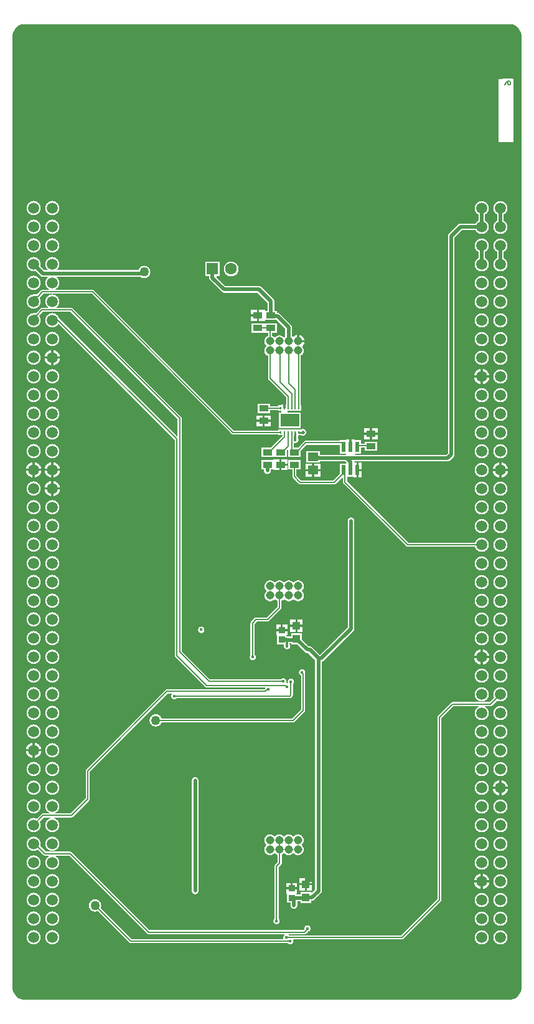
<source format=gbr>
%TF.GenerationSoftware,Altium Limited,Altium Designer,19.1.6 (110)*%
G04 Layer_Physical_Order=2*
G04 Layer_Color=16711680*
%FSLAX26Y26*%
%MOIN*%
%TF.FileFunction,Copper,L2,Bot,Signal*%
%TF.Part,Single*%
G01*
G75*
%TA.AperFunction,SMDPad,CuDef*%
%ADD11R,0.035433X0.033465*%
%TA.AperFunction,Conductor*%
%ADD18C,0.005000*%
%ADD19C,0.012000*%
%ADD20C,0.019685*%
%TA.AperFunction,NonConductor*%
%ADD21C,0.005906*%
%TA.AperFunction,ComponentPad*%
%ADD22C,0.059055*%
%ADD23C,0.045000*%
%ADD24C,0.062992*%
%ADD25R,0.062992X0.062992*%
%TA.AperFunction,ViaPad*%
%ADD26C,0.017716*%
%ADD27C,0.039370*%
%ADD28C,0.050000*%
%ADD29C,0.019685*%
%TA.AperFunction,SMDPad,CuDef*%
%ADD30R,0.043307X0.043307*%
%ADD31R,0.051181X0.033465*%
%ADD32R,0.057087X0.045276*%
%ADD33R,0.098425X0.066929*%
%ADD34R,0.009842X0.015748*%
%ADD35R,0.021654X0.055118*%
%TA.AperFunction,Conductor*%
%ADD36C,0.009842*%
G36*
X1226449Y3029141D02*
X1237857Y3024416D01*
X1248123Y3017556D01*
X1256854Y3008825D01*
X1263715Y2998558D01*
X1268440Y2987151D01*
X1270849Y2975040D01*
Y2968866D01*
Y-2123260D01*
X1270849Y-2129434D01*
X1268440Y-2141545D01*
X1263715Y-2152954D01*
X1256855Y-2163221D01*
X1248124Y-2171953D01*
X1237856Y-2178814D01*
X1226448Y-2183540D01*
X1214338Y-2185949D01*
X1208164Y-2185949D01*
X553386Y-2185944D01*
X2205Y-2185944D01*
X-1396435D01*
X-1408545Y-2183535D01*
X-1419953Y-2178810D01*
X-1430219Y-2171950D01*
X-1438951Y-2163219D01*
X-1445811Y-2152952D01*
X-1450536Y-2141544D01*
X-1452945Y-2129434D01*
Y-2123260D01*
Y2968866D01*
Y2975040D01*
X-1450536Y2987151D01*
X-1445811Y2998558D01*
X-1438951Y3008825D01*
X-1430220Y3017556D01*
X-1419953Y3024416D01*
X-1408545Y3029141D01*
X-1396435Y3031550D01*
X1214338D01*
X1226449Y3029141D01*
D02*
G37*
%LPC*%
G36*
X1227182Y2739647D02*
X1169853D01*
Y2736228D01*
X1149583D01*
Y2401582D01*
X1228323D01*
Y2736228D01*
X1227182D01*
Y2739647D01*
D02*
G37*
G36*
X-1241205Y2085519D02*
X-1244479Y2085376D01*
X-1247727Y2084948D01*
X-1250927Y2084239D01*
X-1254052Y2083253D01*
X-1257080Y2081999D01*
X-1259986Y2080486D01*
X-1262750Y2078726D01*
X-1265350Y2076731D01*
X-1267766Y2074517D01*
X-1269980Y2072101D01*
X-1271975Y2069501D01*
X-1273736Y2066737D01*
X-1275249Y2063830D01*
X-1276503Y2060803D01*
X-1277488Y2057678D01*
X-1278197Y2054478D01*
X-1278625Y2051229D01*
X-1278768Y2047956D01*
X-1278625Y2044682D01*
X-1278197Y2041433D01*
X-1277488Y2038233D01*
X-1276503Y2035108D01*
X-1275249Y2032081D01*
X-1273736Y2029174D01*
X-1271975Y2026410D01*
X-1269980Y2023810D01*
X-1267766Y2021394D01*
X-1265350Y2019180D01*
X-1262750Y2017185D01*
X-1259986Y2015425D01*
X-1257080Y2013912D01*
X-1254052Y2012658D01*
X-1250927Y2011672D01*
X-1247727Y2010963D01*
X-1244479Y2010535D01*
X-1241205Y2010392D01*
X-1237931Y2010535D01*
X-1234682Y2010963D01*
X-1231483Y2011672D01*
X-1228357Y2012658D01*
X-1225330Y2013912D01*
X-1222423Y2015425D01*
X-1219659Y2017185D01*
X-1217060Y2019180D01*
X-1214643Y2021394D01*
X-1212429Y2023810D01*
X-1210435Y2026410D01*
X-1208674Y2029174D01*
X-1207161Y2032081D01*
X-1205907Y2035108D01*
X-1204921Y2038233D01*
X-1204212Y2041433D01*
X-1203784Y2044682D01*
X-1203641Y2047956D01*
X-1203784Y2051229D01*
X-1204212Y2054478D01*
X-1204921Y2057678D01*
X-1205907Y2060803D01*
X-1207161Y2063830D01*
X-1208674Y2066737D01*
X-1210435Y2069501D01*
X-1212429Y2072101D01*
X-1214643Y2074517D01*
X-1217060Y2076731D01*
X-1219659Y2078726D01*
X-1222423Y2080486D01*
X-1225330Y2081999D01*
X-1228357Y2083253D01*
X-1231483Y2084239D01*
X-1234682Y2084948D01*
X-1237931Y2085376D01*
X-1241205Y2085519D01*
D02*
G37*
G36*
X-1341205D02*
X-1344479Y2085376D01*
X-1347727Y2084948D01*
X-1350927Y2084239D01*
X-1354052Y2083253D01*
X-1357080Y2081999D01*
X-1359986Y2080486D01*
X-1362750Y2078726D01*
X-1365350Y2076731D01*
X-1367766Y2074517D01*
X-1369980Y2072101D01*
X-1371975Y2069501D01*
X-1373736Y2066737D01*
X-1375249Y2063830D01*
X-1376503Y2060803D01*
X-1377488Y2057678D01*
X-1378197Y2054478D01*
X-1378625Y2051229D01*
X-1378768Y2047956D01*
X-1378625Y2044682D01*
X-1378197Y2041433D01*
X-1377488Y2038233D01*
X-1376503Y2035108D01*
X-1375249Y2032081D01*
X-1373736Y2029174D01*
X-1371975Y2026410D01*
X-1369980Y2023810D01*
X-1367766Y2021394D01*
X-1365350Y2019180D01*
X-1362750Y2017185D01*
X-1359986Y2015425D01*
X-1357080Y2013912D01*
X-1354052Y2012658D01*
X-1350927Y2011672D01*
X-1347727Y2010963D01*
X-1344479Y2010535D01*
X-1341205Y2010392D01*
X-1337931Y2010535D01*
X-1334682Y2010963D01*
X-1331483Y2011672D01*
X-1328357Y2012658D01*
X-1325330Y2013912D01*
X-1322423Y2015425D01*
X-1319659Y2017185D01*
X-1317060Y2019180D01*
X-1314643Y2021394D01*
X-1312429Y2023810D01*
X-1310435Y2026410D01*
X-1308674Y2029174D01*
X-1307161Y2032081D01*
X-1305907Y2035108D01*
X-1304921Y2038233D01*
X-1304212Y2041433D01*
X-1303784Y2044682D01*
X-1303641Y2047956D01*
X-1303784Y2051229D01*
X-1304212Y2054478D01*
X-1304921Y2057678D01*
X-1305907Y2060803D01*
X-1307161Y2063830D01*
X-1308674Y2066737D01*
X-1310435Y2069501D01*
X-1312429Y2072101D01*
X-1314643Y2074517D01*
X-1317060Y2076731D01*
X-1319659Y2078726D01*
X-1322423Y2080486D01*
X-1325330Y2081999D01*
X-1328357Y2083253D01*
X-1331483Y2084239D01*
X-1334682Y2084948D01*
X-1337931Y2085376D01*
X-1341205Y2085519D01*
D02*
G37*
G36*
X-1241205Y1985519D02*
X-1244479Y1985376D01*
X-1247727Y1984948D01*
X-1250927Y1984239D01*
X-1254052Y1983254D01*
X-1257080Y1981999D01*
X-1259986Y1980486D01*
X-1262750Y1978726D01*
X-1265350Y1976731D01*
X-1267766Y1974517D01*
X-1269980Y1972101D01*
X-1271975Y1969501D01*
X-1273736Y1966737D01*
X-1275249Y1963830D01*
X-1276503Y1960803D01*
X-1277488Y1957678D01*
X-1278197Y1954478D01*
X-1278625Y1951229D01*
X-1278768Y1947956D01*
X-1278625Y1944682D01*
X-1278197Y1941433D01*
X-1277488Y1938233D01*
X-1276503Y1935108D01*
X-1275249Y1932081D01*
X-1273736Y1929174D01*
X-1271975Y1926410D01*
X-1269980Y1923810D01*
X-1267766Y1921394D01*
X-1265350Y1919180D01*
X-1262750Y1917185D01*
X-1259986Y1915425D01*
X-1257080Y1913912D01*
X-1254052Y1912658D01*
X-1250927Y1911672D01*
X-1247727Y1910963D01*
X-1244479Y1910535D01*
X-1241205Y1910392D01*
X-1237931Y1910535D01*
X-1234682Y1910963D01*
X-1231483Y1911672D01*
X-1228357Y1912658D01*
X-1225330Y1913912D01*
X-1222423Y1915425D01*
X-1219659Y1917185D01*
X-1217060Y1919180D01*
X-1214643Y1921394D01*
X-1212429Y1923810D01*
X-1210435Y1926410D01*
X-1208674Y1929174D01*
X-1207161Y1932081D01*
X-1205907Y1935108D01*
X-1204921Y1938233D01*
X-1204212Y1941433D01*
X-1203784Y1944682D01*
X-1203641Y1947956D01*
X-1203784Y1951229D01*
X-1204212Y1954478D01*
X-1204921Y1957678D01*
X-1205907Y1960803D01*
X-1207161Y1963830D01*
X-1208674Y1966737D01*
X-1210435Y1969501D01*
X-1212429Y1972101D01*
X-1214643Y1974517D01*
X-1217060Y1976731D01*
X-1219659Y1978726D01*
X-1222423Y1980486D01*
X-1225330Y1981999D01*
X-1228357Y1983254D01*
X-1231483Y1984239D01*
X-1234682Y1984948D01*
X-1237931Y1985376D01*
X-1241205Y1985519D01*
D02*
G37*
G36*
X-1341205D02*
X-1344479Y1985376D01*
X-1347727Y1984948D01*
X-1350927Y1984239D01*
X-1354052Y1983254D01*
X-1357080Y1981999D01*
X-1359986Y1980486D01*
X-1362750Y1978726D01*
X-1365350Y1976731D01*
X-1367766Y1974517D01*
X-1369980Y1972101D01*
X-1371975Y1969501D01*
X-1373736Y1966737D01*
X-1375249Y1963830D01*
X-1376503Y1960803D01*
X-1377488Y1957678D01*
X-1378197Y1954478D01*
X-1378625Y1951229D01*
X-1378768Y1947956D01*
X-1378625Y1944682D01*
X-1378197Y1941433D01*
X-1377488Y1938233D01*
X-1376503Y1935108D01*
X-1375249Y1932081D01*
X-1373736Y1929174D01*
X-1371975Y1926410D01*
X-1369980Y1923810D01*
X-1367766Y1921394D01*
X-1365350Y1919180D01*
X-1362750Y1917185D01*
X-1359986Y1915425D01*
X-1357080Y1913912D01*
X-1354052Y1912658D01*
X-1350927Y1911672D01*
X-1347727Y1910963D01*
X-1344479Y1910535D01*
X-1341205Y1910392D01*
X-1337931Y1910535D01*
X-1334682Y1910963D01*
X-1331483Y1911672D01*
X-1328357Y1912658D01*
X-1325330Y1913912D01*
X-1322423Y1915425D01*
X-1319659Y1917185D01*
X-1317060Y1919180D01*
X-1314643Y1921394D01*
X-1312429Y1923810D01*
X-1310435Y1926410D01*
X-1308674Y1929174D01*
X-1307161Y1932081D01*
X-1305907Y1935108D01*
X-1304921Y1938233D01*
X-1304212Y1941433D01*
X-1303784Y1944682D01*
X-1303641Y1947956D01*
X-1303784Y1951229D01*
X-1304212Y1954478D01*
X-1304921Y1957678D01*
X-1305907Y1960803D01*
X-1307161Y1963830D01*
X-1308674Y1966737D01*
X-1310435Y1969501D01*
X-1312429Y1972101D01*
X-1314643Y1974517D01*
X-1317060Y1976731D01*
X-1319659Y1978726D01*
X-1322423Y1980486D01*
X-1325330Y1981999D01*
X-1328357Y1983254D01*
X-1331483Y1984239D01*
X-1334682Y1984948D01*
X-1337931Y1985376D01*
X-1341205Y1985519D01*
D02*
G37*
G36*
X1158795Y2084535D02*
X1155521Y2084392D01*
X1152273Y2083964D01*
X1149073Y2083255D01*
X1145948Y2082269D01*
X1142920Y2081015D01*
X1140014Y2079502D01*
X1137250Y2077741D01*
X1134650Y2075746D01*
X1132234Y2073532D01*
X1130020Y2071116D01*
X1128025Y2068517D01*
X1126264Y2065753D01*
X1124751Y2062846D01*
X1123497Y2059819D01*
X1122512Y2056693D01*
X1121803Y2053494D01*
X1121375Y2050245D01*
X1121232Y2046971D01*
X1121375Y2043697D01*
X1121803Y2040448D01*
X1122512Y2037249D01*
X1123497Y2034124D01*
X1124751Y2031096D01*
X1126264Y2028189D01*
X1128025Y2025426D01*
X1130020Y2022826D01*
X1132234Y2020410D01*
X1134650Y2018196D01*
X1137250Y2016201D01*
X1140014Y2014440D01*
X1140915Y2013971D01*
Y1979971D01*
X1140014Y1979502D01*
X1137250Y1977741D01*
X1134650Y1975746D01*
X1132234Y1973533D01*
X1130020Y1971116D01*
X1128025Y1968517D01*
X1126264Y1965753D01*
X1124751Y1962846D01*
X1123497Y1959819D01*
X1122512Y1956693D01*
X1121803Y1953494D01*
X1121375Y1950245D01*
X1121232Y1946971D01*
X1121375Y1943697D01*
X1121803Y1940448D01*
X1122512Y1937249D01*
X1123497Y1934124D01*
X1124751Y1931096D01*
X1126264Y1928189D01*
X1128025Y1925426D01*
X1130020Y1922826D01*
X1132234Y1920410D01*
X1134650Y1918196D01*
X1137250Y1916201D01*
X1140014Y1914440D01*
X1142920Y1912927D01*
X1145948Y1911673D01*
X1149073Y1910688D01*
X1152273Y1909979D01*
X1155521Y1909551D01*
X1158795Y1909408D01*
X1162069Y1909551D01*
X1165318Y1909979D01*
X1168517Y1910688D01*
X1171643Y1911673D01*
X1174670Y1912927D01*
X1177577Y1914440D01*
X1180341Y1916201D01*
X1182940Y1918196D01*
X1185357Y1920410D01*
X1187571Y1922826D01*
X1189565Y1925426D01*
X1191326Y1928189D01*
X1192839Y1931096D01*
X1194093Y1934124D01*
X1195079Y1937249D01*
X1195788Y1940448D01*
X1196216Y1943697D01*
X1196359Y1946971D01*
X1196216Y1950245D01*
X1195788Y1953494D01*
X1195079Y1956693D01*
X1194093Y1959819D01*
X1192839Y1962846D01*
X1191326Y1965753D01*
X1189565Y1968517D01*
X1187571Y1971116D01*
X1185357Y1973533D01*
X1182940Y1975746D01*
X1180341Y1977741D01*
X1177577Y1979502D01*
X1176676Y1979971D01*
Y2013971D01*
X1177577Y2014440D01*
X1180341Y2016201D01*
X1182940Y2018196D01*
X1185357Y2020410D01*
X1187571Y2022826D01*
X1189565Y2025426D01*
X1191326Y2028189D01*
X1192839Y2031096D01*
X1194093Y2034124D01*
X1195079Y2037249D01*
X1195788Y2040448D01*
X1196216Y2043697D01*
X1196359Y2046971D01*
X1196216Y2050245D01*
X1195788Y2053494D01*
X1195079Y2056693D01*
X1194093Y2059819D01*
X1192839Y2062846D01*
X1191326Y2065753D01*
X1189565Y2068517D01*
X1187571Y2071116D01*
X1185357Y2073532D01*
X1182940Y2075746D01*
X1180341Y2077741D01*
X1177577Y2079502D01*
X1174670Y2081015D01*
X1171643Y2082269D01*
X1168517Y2083255D01*
X1165318Y2083964D01*
X1162069Y2084392D01*
X1158795Y2084535D01*
D02*
G37*
G36*
X1058795D02*
X1055521Y2084392D01*
X1052273Y2083964D01*
X1049073Y2083255D01*
X1045948Y2082269D01*
X1042920Y2081015D01*
X1040014Y2079502D01*
X1037250Y2077741D01*
X1034650Y2075746D01*
X1032234Y2073532D01*
X1030020Y2071116D01*
X1028025Y2068517D01*
X1026264Y2065753D01*
X1024751Y2062846D01*
X1023497Y2059819D01*
X1022512Y2056693D01*
X1021803Y2053494D01*
X1021375Y2050245D01*
X1021232Y2046971D01*
X1021375Y2043697D01*
X1021803Y2040448D01*
X1022512Y2037249D01*
X1023497Y2034124D01*
X1024751Y2031096D01*
X1026264Y2028189D01*
X1028025Y2025426D01*
X1030020Y2022826D01*
X1032234Y2020410D01*
X1034650Y2018196D01*
X1037250Y2016201D01*
X1040014Y2014440D01*
X1040915Y2013971D01*
Y1979971D01*
X1040014Y1979502D01*
X1037250Y1977741D01*
X1034650Y1975746D01*
X1032234Y1973533D01*
X1030020Y1971116D01*
X1028025Y1968517D01*
X1026264Y1965753D01*
X1025795Y1964852D01*
X944971D01*
X942637Y1964699D01*
X940343Y1964243D01*
X938129Y1963491D01*
X936031Y1962456D01*
X934086Y1961157D01*
X932327Y1959615D01*
X883356Y1910644D01*
X881814Y1908885D01*
X880515Y1906940D01*
X879480Y1904843D01*
X878729Y1902628D01*
X878272Y1900334D01*
X878119Y1898000D01*
Y737527D01*
X868473Y727881D01*
X381558D01*
X378774Y730716D01*
X378778Y730826D01*
X381485Y734449D01*
X412228D01*
Y765932D01*
X432409D01*
Y748803D01*
X499591D01*
Y798268D01*
X432409D01*
Y786997D01*
X412228D01*
Y805567D01*
X378638D01*
Y809378D01*
X361908D01*
Y770007D01*
X350097D01*
Y809378D01*
X333362D01*
Y805567D01*
X299772D01*
Y802533D01*
X115394D01*
X113746Y802403D01*
X112139Y802017D01*
X110612Y801385D01*
X109203Y800521D01*
X107946Y799448D01*
X74695Y766197D01*
X51375D01*
Y789800D01*
X52319Y790876D01*
X55312Y792440D01*
X56155Y792154D01*
X58322Y791723D01*
X60528Y791578D01*
X62733Y791723D01*
X64900Y792154D01*
X66993Y792864D01*
X68975Y793842D01*
X70812Y795069D01*
X72474Y796527D01*
X73931Y798188D01*
X75159Y800025D01*
X76136Y802007D01*
X76846Y804100D01*
X77277Y806267D01*
X77422Y808473D01*
X77277Y810678D01*
X76846Y812845D01*
X76136Y814938D01*
X75159Y816920D01*
X74558Y817819D01*
Y828472D01*
X77212Y831721D01*
X78081Y832165D01*
X92768D01*
X94157Y831480D01*
X96372Y830729D01*
X98666Y830272D01*
X101000Y830119D01*
X103334Y830272D01*
X105628Y830729D01*
X107843Y831480D01*
X109940Y832515D01*
X111885Y833814D01*
X113644Y835356D01*
X115186Y837115D01*
X116485Y839060D01*
X117520Y841157D01*
X118272Y843372D01*
X118728Y845666D01*
X118881Y848000D01*
X118728Y850334D01*
X118272Y852628D01*
X117520Y854843D01*
X116485Y856940D01*
X115186Y858885D01*
X113644Y860644D01*
X113604Y860683D01*
X111846Y862225D01*
X109901Y863525D01*
X107803Y864559D01*
X105588Y865311D01*
X103294Y865767D01*
X100961Y865920D01*
X98627Y865767D01*
X96333Y865311D01*
X94118Y864559D01*
X92809Y863913D01*
X-31134D01*
Y858572D01*
X-268677D01*
X-1017552Y1607448D01*
X-1018809Y1608521D01*
X-1020218Y1609384D01*
X-1021745Y1610017D01*
X-1023352Y1610403D01*
X-1025000Y1610533D01*
X-1223295D01*
X-1224258Y1614469D01*
X-1222423Y1615425D01*
X-1219659Y1617185D01*
X-1217060Y1619180D01*
X-1214643Y1621394D01*
X-1212429Y1623810D01*
X-1210435Y1626410D01*
X-1208674Y1629174D01*
X-1207161Y1632081D01*
X-1205907Y1635108D01*
X-1204921Y1638233D01*
X-1204212Y1641433D01*
X-1203784Y1644682D01*
X-1203641Y1647956D01*
X-1203784Y1651229D01*
X-1204212Y1654478D01*
X-1204921Y1657678D01*
X-1205907Y1660803D01*
X-1207161Y1663830D01*
X-1208674Y1666737D01*
X-1210435Y1669501D01*
X-1212429Y1672101D01*
X-1214643Y1674517D01*
X-1216461Y1676182D01*
X-1216053Y1678393D01*
X-1215008Y1680119D01*
X-769480D01*
X-767946Y1678942D01*
X-765516Y1677394D01*
X-762960Y1676063D01*
X-760297Y1674961D01*
X-757549Y1674094D01*
X-754736Y1673470D01*
X-751879Y1673094D01*
X-749000Y1672969D01*
X-746121Y1673094D01*
X-743264Y1673470D01*
X-740451Y1674094D01*
X-737703Y1674961D01*
X-735040Y1676063D01*
X-732484Y1677394D01*
X-730054Y1678942D01*
X-727768Y1680697D01*
X-725643Y1682643D01*
X-723697Y1684768D01*
X-721942Y1687054D01*
X-720394Y1689484D01*
X-719063Y1692040D01*
X-717961Y1694703D01*
X-717094Y1697451D01*
X-716470Y1700264D01*
X-716094Y1703121D01*
X-715969Y1706000D01*
X-716094Y1708879D01*
X-716470Y1711736D01*
X-717094Y1714549D01*
X-717961Y1717297D01*
X-719063Y1719960D01*
X-720394Y1722516D01*
X-721942Y1724946D01*
X-723697Y1727232D01*
X-725643Y1729357D01*
X-727768Y1731303D01*
X-730054Y1733058D01*
X-732484Y1734606D01*
X-735040Y1735937D01*
X-737703Y1737039D01*
X-740451Y1737906D01*
X-743264Y1738530D01*
X-746121Y1738906D01*
X-749000Y1739031D01*
X-751879Y1738906D01*
X-754736Y1738530D01*
X-757549Y1737906D01*
X-760297Y1737039D01*
X-762960Y1735937D01*
X-765516Y1734606D01*
X-767946Y1733058D01*
X-770232Y1731303D01*
X-772357Y1729357D01*
X-774303Y1727232D01*
X-776058Y1724946D01*
X-777606Y1722516D01*
X-778937Y1719960D01*
X-780039Y1717297D01*
X-780486Y1715881D01*
X-1214892D01*
X-1215795Y1717255D01*
X-1216364Y1719818D01*
X-1214643Y1721394D01*
X-1212429Y1723810D01*
X-1210435Y1726410D01*
X-1208674Y1729174D01*
X-1207161Y1732081D01*
X-1205907Y1735108D01*
X-1204921Y1738233D01*
X-1204212Y1741433D01*
X-1203784Y1744682D01*
X-1203641Y1747956D01*
X-1203784Y1751229D01*
X-1204212Y1754478D01*
X-1204921Y1757678D01*
X-1205907Y1760803D01*
X-1207161Y1763830D01*
X-1208674Y1766737D01*
X-1210435Y1769501D01*
X-1212429Y1772101D01*
X-1214643Y1774517D01*
X-1217060Y1776731D01*
X-1219659Y1778726D01*
X-1222423Y1780486D01*
X-1225330Y1781999D01*
X-1228357Y1783254D01*
X-1231483Y1784239D01*
X-1234682Y1784948D01*
X-1237931Y1785376D01*
X-1241205Y1785519D01*
X-1244479Y1785376D01*
X-1247727Y1784948D01*
X-1250927Y1784239D01*
X-1254052Y1783254D01*
X-1257080Y1781999D01*
X-1259986Y1780486D01*
X-1262750Y1778726D01*
X-1265350Y1776731D01*
X-1267766Y1774517D01*
X-1269980Y1772101D01*
X-1271975Y1769501D01*
X-1273736Y1766737D01*
X-1275249Y1763830D01*
X-1276503Y1760803D01*
X-1277488Y1757678D01*
X-1278197Y1754478D01*
X-1278625Y1751229D01*
X-1278768Y1747956D01*
X-1278625Y1744682D01*
X-1278197Y1741433D01*
X-1277488Y1738233D01*
X-1276503Y1735108D01*
X-1275249Y1732081D01*
X-1273736Y1729174D01*
X-1271975Y1726410D01*
X-1269980Y1723810D01*
X-1267766Y1721394D01*
X-1266046Y1719818D01*
X-1266614Y1717255D01*
X-1267517Y1715881D01*
X-1283843D01*
X-1305227Y1737265D01*
X-1304921Y1738233D01*
X-1304212Y1741433D01*
X-1303784Y1744682D01*
X-1303641Y1747956D01*
X-1303784Y1751229D01*
X-1304212Y1754478D01*
X-1304921Y1757678D01*
X-1305907Y1760803D01*
X-1307161Y1763830D01*
X-1308674Y1766737D01*
X-1310435Y1769501D01*
X-1312429Y1772101D01*
X-1314643Y1774517D01*
X-1317060Y1776731D01*
X-1319659Y1778726D01*
X-1322423Y1780486D01*
X-1325330Y1781999D01*
X-1328357Y1783254D01*
X-1331483Y1784239D01*
X-1334682Y1784948D01*
X-1337931Y1785376D01*
X-1341205Y1785519D01*
X-1344479Y1785376D01*
X-1347727Y1784948D01*
X-1350927Y1784239D01*
X-1354052Y1783254D01*
X-1357080Y1781999D01*
X-1359986Y1780486D01*
X-1362750Y1778726D01*
X-1365350Y1776731D01*
X-1367766Y1774517D01*
X-1369980Y1772101D01*
X-1371975Y1769501D01*
X-1373736Y1766737D01*
X-1375249Y1763830D01*
X-1376503Y1760803D01*
X-1377488Y1757678D01*
X-1378197Y1754478D01*
X-1378625Y1751229D01*
X-1378768Y1747956D01*
X-1378625Y1744682D01*
X-1378197Y1741433D01*
X-1377488Y1738233D01*
X-1376503Y1735108D01*
X-1375249Y1732081D01*
X-1373736Y1729174D01*
X-1371975Y1726410D01*
X-1369980Y1723810D01*
X-1367766Y1721394D01*
X-1365350Y1719180D01*
X-1362750Y1717185D01*
X-1359986Y1715425D01*
X-1357080Y1713912D01*
X-1354052Y1712658D01*
X-1350927Y1711672D01*
X-1347727Y1710963D01*
X-1344479Y1710535D01*
X-1341205Y1710392D01*
X-1337931Y1710535D01*
X-1334682Y1710963D01*
X-1331483Y1711672D01*
X-1330514Y1711977D01*
X-1303893Y1685356D01*
X-1302134Y1683814D01*
X-1300190Y1682515D01*
X-1298092Y1681480D01*
X-1295877Y1680728D01*
X-1293583Y1680272D01*
X-1291249Y1680119D01*
X-1267401D01*
X-1266357Y1678393D01*
X-1265948Y1676182D01*
X-1267766Y1674517D01*
X-1269980Y1672101D01*
X-1271975Y1669501D01*
X-1273736Y1666737D01*
X-1275249Y1663830D01*
X-1276503Y1660803D01*
X-1277488Y1657678D01*
X-1278197Y1654478D01*
X-1278625Y1651229D01*
X-1278768Y1647956D01*
X-1278625Y1644682D01*
X-1278197Y1641433D01*
X-1277488Y1638233D01*
X-1276503Y1635108D01*
X-1275249Y1632081D01*
X-1273736Y1629174D01*
X-1271975Y1626410D01*
X-1269980Y1623810D01*
X-1267766Y1621394D01*
X-1265350Y1619180D01*
X-1262750Y1617185D01*
X-1259986Y1615425D01*
X-1258151Y1614469D01*
X-1259115Y1610533D01*
X-1293249D01*
X-1294897Y1610403D01*
X-1296504Y1610017D01*
X-1298031Y1609384D01*
X-1299440Y1608521D01*
X-1300697Y1607448D01*
X-1322806Y1585338D01*
X-1337646D01*
X-1337931Y1585376D01*
X-1341205Y1585519D01*
X-1344479Y1585376D01*
X-1347727Y1584948D01*
X-1350927Y1584239D01*
X-1354052Y1583254D01*
X-1357080Y1581999D01*
X-1359986Y1580486D01*
X-1362750Y1578726D01*
X-1365350Y1576731D01*
X-1367766Y1574517D01*
X-1369980Y1572101D01*
X-1371975Y1569501D01*
X-1373736Y1566737D01*
X-1375249Y1563830D01*
X-1376503Y1560803D01*
X-1377488Y1557678D01*
X-1378197Y1554478D01*
X-1378625Y1551229D01*
X-1378768Y1547956D01*
X-1378625Y1544682D01*
X-1378197Y1541433D01*
X-1377488Y1538233D01*
X-1376503Y1535108D01*
X-1375249Y1532081D01*
X-1373736Y1529174D01*
X-1371975Y1526410D01*
X-1369980Y1523810D01*
X-1367766Y1521394D01*
X-1365350Y1519180D01*
X-1362750Y1517185D01*
X-1359986Y1515425D01*
X-1357080Y1513912D01*
X-1354052Y1512658D01*
X-1350927Y1511672D01*
X-1347727Y1510963D01*
X-1344479Y1510535D01*
X-1341205Y1510392D01*
X-1337931Y1510535D01*
X-1334682Y1510963D01*
X-1331483Y1511672D01*
X-1328357Y1512658D01*
X-1325330Y1513912D01*
X-1322423Y1515425D01*
X-1319659Y1517185D01*
X-1317060Y1519180D01*
X-1314643Y1521394D01*
X-1312429Y1523810D01*
X-1310435Y1526410D01*
X-1308674Y1529174D01*
X-1307161Y1532081D01*
X-1305907Y1535108D01*
X-1304921Y1538233D01*
X-1304212Y1541433D01*
X-1303784Y1544682D01*
X-1303641Y1547956D01*
X-1303784Y1551229D01*
X-1304212Y1554478D01*
X-1304921Y1557678D01*
X-1305907Y1560803D01*
X-1307161Y1563830D01*
X-1308674Y1566737D01*
X-1309819Y1568535D01*
X-1288887Y1589467D01*
X-1029363D01*
X-280487Y840592D01*
X-279230Y839518D01*
X-277821Y838655D01*
X-276294Y838022D01*
X-274687Y837637D01*
X-273039Y837507D01*
X-31134D01*
Y832165D01*
X-9060D01*
Y827441D01*
X-70305Y766197D01*
X-122591D01*
Y716732D01*
X-56528D01*
X-55410Y716732D01*
Y716732D01*
X-52590D01*
Y716732D01*
X14591D01*
Y751302D01*
X18772Y755483D01*
X22410Y753976D01*
Y716732D01*
X89591D01*
Y751302D01*
X119757Y781467D01*
X299772D01*
Y734449D01*
X330578D01*
X331353Y733674D01*
X331360Y728815D01*
X330442Y727881D01*
X191839D01*
X191543Y728177D01*
Y747071D01*
X118457D01*
Y685795D01*
X191543D01*
Y692119D01*
X327594D01*
X334225Y685488D01*
X332594Y681551D01*
X299772D01*
Y625328D01*
X265976Y591533D01*
X91363D01*
X66532Y616363D01*
Y649803D01*
X89591D01*
Y699268D01*
X22410D01*
Y649803D01*
X45468D01*
Y612000D01*
X45597Y610352D01*
X45983Y608745D01*
X46615Y607218D01*
X47479Y605809D01*
X48552Y604552D01*
X79552Y573552D01*
X80809Y572479D01*
X82218Y571615D01*
X83745Y570983D01*
X85352Y570597D01*
X87000Y570467D01*
X270339D01*
X271986Y570597D01*
X273593Y570983D01*
X275120Y571615D01*
X276529Y572479D01*
X277786Y573552D01*
X312594Y608360D01*
X316531Y606729D01*
Y581893D01*
X316660Y580245D01*
X317046Y578638D01*
X317678Y577111D01*
X318542Y575702D01*
X319615Y574445D01*
X654537Y239524D01*
X655794Y238450D01*
X657203Y237587D01*
X658730Y236954D01*
X660337Y236568D01*
X661985Y236439D01*
X1022767D01*
X1023497Y234124D01*
X1024751Y231096D01*
X1026264Y228190D01*
X1028025Y225426D01*
X1030020Y222826D01*
X1032234Y220410D01*
X1034650Y218196D01*
X1037250Y216201D01*
X1040014Y214440D01*
X1042920Y212927D01*
X1045948Y211673D01*
X1049073Y210688D01*
X1052273Y209979D01*
X1055521Y209551D01*
X1058795Y209408D01*
X1062069Y209551D01*
X1065318Y209979D01*
X1068517Y210688D01*
X1071643Y211673D01*
X1074670Y212927D01*
X1077577Y214440D01*
X1080341Y216201D01*
X1082940Y218196D01*
X1085357Y220410D01*
X1087571Y222826D01*
X1089565Y225426D01*
X1091326Y228190D01*
X1092839Y231096D01*
X1094093Y234124D01*
X1095079Y237249D01*
X1095788Y240448D01*
X1096216Y243697D01*
X1096359Y246971D01*
X1096216Y250245D01*
X1095788Y253494D01*
X1095079Y256693D01*
X1094093Y259819D01*
X1092839Y262846D01*
X1091326Y265753D01*
X1089565Y268517D01*
X1087571Y271116D01*
X1085357Y273533D01*
X1082940Y275746D01*
X1080341Y277741D01*
X1077577Y279502D01*
X1074670Y281015D01*
X1071643Y282269D01*
X1068517Y283255D01*
X1065318Y283964D01*
X1062069Y284392D01*
X1058795Y284534D01*
X1055521Y284392D01*
X1052273Y283964D01*
X1049073Y283255D01*
X1045948Y282269D01*
X1042920Y281015D01*
X1040014Y279502D01*
X1037250Y277741D01*
X1034650Y275746D01*
X1032234Y273533D01*
X1030020Y271116D01*
X1028025Y268517D01*
X1026264Y265753D01*
X1024751Y262846D01*
X1023497Y259819D01*
X1022767Y257504D01*
X666347D01*
X337596Y586255D01*
Y610433D01*
X370764D01*
Y606622D01*
X387499D01*
Y645991D01*
Y685362D01*
X374491D01*
X374218Y689299D01*
X377396Y692119D01*
X875879D01*
X878213Y692272D01*
X880507Y692729D01*
X882722Y693480D01*
X884819Y694515D01*
X886764Y695814D01*
X888523Y697356D01*
X908644Y717477D01*
X910186Y719236D01*
X911485Y721181D01*
X912520Y723278D01*
X913271Y725493D01*
X913728Y727787D01*
X913881Y730121D01*
Y1890594D01*
X952378Y1929090D01*
X1025795D01*
X1026264Y1928189D01*
X1028025Y1925426D01*
X1030020Y1922826D01*
X1032234Y1920410D01*
X1034650Y1918196D01*
X1037250Y1916201D01*
X1040014Y1914440D01*
X1042920Y1912927D01*
X1045948Y1911673D01*
X1049073Y1910688D01*
X1052273Y1909979D01*
X1055521Y1909551D01*
X1058795Y1909408D01*
X1062069Y1909551D01*
X1065318Y1909979D01*
X1068517Y1910688D01*
X1071643Y1911673D01*
X1074670Y1912927D01*
X1077577Y1914440D01*
X1080341Y1916201D01*
X1082940Y1918196D01*
X1085357Y1920410D01*
X1087571Y1922826D01*
X1089565Y1925426D01*
X1091326Y1928189D01*
X1092839Y1931096D01*
X1094093Y1934124D01*
X1095079Y1937249D01*
X1095788Y1940448D01*
X1096216Y1943697D01*
X1096359Y1946971D01*
X1096216Y1950245D01*
X1095788Y1953494D01*
X1095079Y1956693D01*
X1094093Y1959819D01*
X1092839Y1962846D01*
X1091326Y1965753D01*
X1089565Y1968517D01*
X1087571Y1971116D01*
X1085357Y1973533D01*
X1082940Y1975746D01*
X1080341Y1977741D01*
X1077577Y1979502D01*
X1076676Y1979971D01*
Y2013971D01*
X1077577Y2014440D01*
X1080341Y2016201D01*
X1082940Y2018196D01*
X1085357Y2020410D01*
X1087571Y2022826D01*
X1089565Y2025426D01*
X1091326Y2028189D01*
X1092839Y2031096D01*
X1094093Y2034124D01*
X1095079Y2037249D01*
X1095788Y2040448D01*
X1096216Y2043697D01*
X1096359Y2046971D01*
X1096216Y2050245D01*
X1095788Y2053494D01*
X1095079Y2056693D01*
X1094093Y2059819D01*
X1092839Y2062846D01*
X1091326Y2065753D01*
X1089565Y2068517D01*
X1087571Y2071116D01*
X1085357Y2073532D01*
X1082940Y2075746D01*
X1080341Y2077741D01*
X1077577Y2079502D01*
X1074670Y2081015D01*
X1071643Y2082269D01*
X1068517Y2083255D01*
X1065318Y2083964D01*
X1062069Y2084392D01*
X1058795Y2084535D01*
D02*
G37*
G36*
X-1241205Y1885519D02*
X-1244479Y1885376D01*
X-1247727Y1884948D01*
X-1250927Y1884239D01*
X-1254052Y1883254D01*
X-1257080Y1881999D01*
X-1259986Y1880486D01*
X-1262750Y1878726D01*
X-1265350Y1876731D01*
X-1267766Y1874517D01*
X-1269980Y1872101D01*
X-1271975Y1869501D01*
X-1273736Y1866737D01*
X-1275249Y1863830D01*
X-1276503Y1860803D01*
X-1277488Y1857678D01*
X-1278197Y1854478D01*
X-1278625Y1851229D01*
X-1278768Y1847956D01*
X-1278625Y1844682D01*
X-1278197Y1841433D01*
X-1277488Y1838233D01*
X-1276503Y1835108D01*
X-1275249Y1832081D01*
X-1273736Y1829174D01*
X-1271975Y1826410D01*
X-1269980Y1823810D01*
X-1267766Y1821394D01*
X-1265350Y1819180D01*
X-1262750Y1817185D01*
X-1259986Y1815425D01*
X-1257080Y1813912D01*
X-1254052Y1812658D01*
X-1250927Y1811672D01*
X-1247727Y1810963D01*
X-1244479Y1810535D01*
X-1241205Y1810392D01*
X-1237931Y1810535D01*
X-1234682Y1810963D01*
X-1231483Y1811672D01*
X-1228357Y1812658D01*
X-1225330Y1813912D01*
X-1222423Y1815425D01*
X-1219659Y1817185D01*
X-1217060Y1819180D01*
X-1214643Y1821394D01*
X-1212429Y1823810D01*
X-1210435Y1826410D01*
X-1208674Y1829174D01*
X-1207161Y1832081D01*
X-1205907Y1835108D01*
X-1204921Y1838233D01*
X-1204212Y1841433D01*
X-1203784Y1844682D01*
X-1203641Y1847956D01*
X-1203784Y1851229D01*
X-1204212Y1854478D01*
X-1204921Y1857678D01*
X-1205907Y1860803D01*
X-1207161Y1863830D01*
X-1208674Y1866737D01*
X-1210435Y1869501D01*
X-1212429Y1872101D01*
X-1214643Y1874517D01*
X-1217060Y1876731D01*
X-1219659Y1878726D01*
X-1222423Y1880486D01*
X-1225330Y1881999D01*
X-1228357Y1883254D01*
X-1231483Y1884239D01*
X-1234682Y1884948D01*
X-1237931Y1885376D01*
X-1241205Y1885519D01*
D02*
G37*
G36*
X-1341205D02*
X-1344479Y1885376D01*
X-1347727Y1884948D01*
X-1350927Y1884239D01*
X-1354052Y1883254D01*
X-1357080Y1881999D01*
X-1359986Y1880486D01*
X-1362750Y1878726D01*
X-1365350Y1876731D01*
X-1367766Y1874517D01*
X-1369980Y1872101D01*
X-1371975Y1869501D01*
X-1373736Y1866737D01*
X-1375249Y1863830D01*
X-1376503Y1860803D01*
X-1377488Y1857678D01*
X-1378197Y1854478D01*
X-1378625Y1851229D01*
X-1378768Y1847956D01*
X-1378625Y1844682D01*
X-1378197Y1841433D01*
X-1377488Y1838233D01*
X-1376503Y1835108D01*
X-1375249Y1832081D01*
X-1373736Y1829174D01*
X-1371975Y1826410D01*
X-1369980Y1823810D01*
X-1367766Y1821394D01*
X-1365350Y1819180D01*
X-1362750Y1817185D01*
X-1359986Y1815425D01*
X-1357080Y1813912D01*
X-1354052Y1812658D01*
X-1350927Y1811672D01*
X-1347727Y1810963D01*
X-1344479Y1810535D01*
X-1341205Y1810392D01*
X-1337931Y1810535D01*
X-1334682Y1810963D01*
X-1331483Y1811672D01*
X-1328357Y1812658D01*
X-1325330Y1813912D01*
X-1322423Y1815425D01*
X-1319659Y1817185D01*
X-1317060Y1819180D01*
X-1314643Y1821394D01*
X-1312429Y1823810D01*
X-1310435Y1826410D01*
X-1308674Y1829174D01*
X-1307161Y1832081D01*
X-1305907Y1835108D01*
X-1304921Y1838233D01*
X-1304212Y1841433D01*
X-1303784Y1844682D01*
X-1303641Y1847956D01*
X-1303784Y1851229D01*
X-1304212Y1854478D01*
X-1304921Y1857678D01*
X-1305907Y1860803D01*
X-1307161Y1863830D01*
X-1308674Y1866737D01*
X-1310435Y1869501D01*
X-1312429Y1872101D01*
X-1314643Y1874517D01*
X-1317060Y1876731D01*
X-1319659Y1878726D01*
X-1322423Y1880486D01*
X-1325330Y1881999D01*
X-1328357Y1883254D01*
X-1331483Y1884239D01*
X-1334682Y1884948D01*
X-1337931Y1885376D01*
X-1341205Y1885519D01*
D02*
G37*
G36*
X1158795Y1884534D02*
X1155521Y1884392D01*
X1152273Y1883964D01*
X1149073Y1883255D01*
X1145948Y1882269D01*
X1142920Y1881015D01*
X1140014Y1879502D01*
X1137250Y1877741D01*
X1134650Y1875746D01*
X1132234Y1873533D01*
X1130020Y1871116D01*
X1128025Y1868517D01*
X1126264Y1865753D01*
X1124751Y1862846D01*
X1123497Y1859819D01*
X1122512Y1856693D01*
X1121803Y1853494D01*
X1121375Y1850245D01*
X1121232Y1846971D01*
X1121375Y1843697D01*
X1121803Y1840448D01*
X1122512Y1837249D01*
X1123497Y1834124D01*
X1124751Y1831096D01*
X1126264Y1828189D01*
X1128025Y1825426D01*
X1130020Y1822826D01*
X1132234Y1820410D01*
X1134650Y1818196D01*
X1137250Y1816201D01*
X1140014Y1814440D01*
X1140915Y1813971D01*
Y1779971D01*
X1140014Y1779502D01*
X1137250Y1777741D01*
X1134650Y1775746D01*
X1132234Y1773533D01*
X1130020Y1771116D01*
X1128025Y1768517D01*
X1126264Y1765753D01*
X1124751Y1762846D01*
X1123497Y1759819D01*
X1122512Y1756693D01*
X1121803Y1753494D01*
X1121375Y1750245D01*
X1121232Y1746971D01*
X1121375Y1743697D01*
X1121803Y1740448D01*
X1122512Y1737249D01*
X1123497Y1734124D01*
X1124751Y1731096D01*
X1126264Y1728189D01*
X1128025Y1725426D01*
X1130020Y1722826D01*
X1132234Y1720410D01*
X1134650Y1718196D01*
X1137250Y1716201D01*
X1140014Y1714440D01*
X1142920Y1712927D01*
X1145948Y1711673D01*
X1149073Y1710688D01*
X1152273Y1709979D01*
X1155521Y1709551D01*
X1158795Y1709408D01*
X1162069Y1709551D01*
X1165318Y1709979D01*
X1168517Y1710688D01*
X1171643Y1711673D01*
X1174670Y1712927D01*
X1177577Y1714440D01*
X1180341Y1716201D01*
X1182940Y1718196D01*
X1185357Y1720410D01*
X1187571Y1722826D01*
X1189565Y1725426D01*
X1191326Y1728189D01*
X1192839Y1731096D01*
X1194093Y1734124D01*
X1195079Y1737249D01*
X1195788Y1740448D01*
X1196216Y1743697D01*
X1196359Y1746971D01*
X1196216Y1750245D01*
X1195788Y1753494D01*
X1195079Y1756693D01*
X1194093Y1759819D01*
X1192839Y1762846D01*
X1191326Y1765753D01*
X1189565Y1768517D01*
X1187571Y1771116D01*
X1185357Y1773533D01*
X1182940Y1775746D01*
X1180341Y1777741D01*
X1177577Y1779502D01*
X1176676Y1779971D01*
Y1813971D01*
X1177577Y1814440D01*
X1180341Y1816201D01*
X1182940Y1818196D01*
X1185357Y1820410D01*
X1187571Y1822826D01*
X1189565Y1825426D01*
X1191326Y1828189D01*
X1192839Y1831096D01*
X1194093Y1834124D01*
X1195079Y1837249D01*
X1195788Y1840448D01*
X1196216Y1843697D01*
X1196359Y1846971D01*
X1196216Y1850245D01*
X1195788Y1853494D01*
X1195079Y1856693D01*
X1194093Y1859819D01*
X1192839Y1862846D01*
X1191326Y1865753D01*
X1189565Y1868517D01*
X1187571Y1871116D01*
X1185357Y1873533D01*
X1182940Y1875746D01*
X1180341Y1877741D01*
X1177577Y1879502D01*
X1174670Y1881015D01*
X1171643Y1882269D01*
X1168517Y1883255D01*
X1165318Y1883964D01*
X1162069Y1884392D01*
X1158795Y1884534D01*
D02*
G37*
G36*
X1058795D02*
X1055521Y1884392D01*
X1052273Y1883964D01*
X1049073Y1883255D01*
X1045948Y1882269D01*
X1042920Y1881015D01*
X1040014Y1879502D01*
X1037250Y1877741D01*
X1034650Y1875746D01*
X1032234Y1873533D01*
X1030020Y1871116D01*
X1028025Y1868517D01*
X1026264Y1865753D01*
X1024751Y1862846D01*
X1023497Y1859819D01*
X1022512Y1856693D01*
X1021803Y1853494D01*
X1021375Y1850245D01*
X1021232Y1846971D01*
X1021375Y1843697D01*
X1021803Y1840448D01*
X1022512Y1837249D01*
X1023497Y1834124D01*
X1024751Y1831096D01*
X1026264Y1828189D01*
X1028025Y1825426D01*
X1030020Y1822826D01*
X1032234Y1820410D01*
X1034650Y1818196D01*
X1037250Y1816201D01*
X1040014Y1814440D01*
X1040915Y1813971D01*
Y1779971D01*
X1040014Y1779502D01*
X1037250Y1777741D01*
X1034650Y1775746D01*
X1032234Y1773533D01*
X1030020Y1771116D01*
X1028025Y1768517D01*
X1026264Y1765753D01*
X1024751Y1762846D01*
X1023497Y1759819D01*
X1022512Y1756693D01*
X1021803Y1753494D01*
X1021375Y1750245D01*
X1021232Y1746971D01*
X1021375Y1743697D01*
X1021803Y1740448D01*
X1022512Y1737249D01*
X1023497Y1734124D01*
X1024751Y1731096D01*
X1026264Y1728189D01*
X1028025Y1725426D01*
X1030020Y1722826D01*
X1032234Y1720410D01*
X1034650Y1718196D01*
X1037250Y1716201D01*
X1040014Y1714440D01*
X1042920Y1712927D01*
X1045948Y1711673D01*
X1049073Y1710688D01*
X1052273Y1709979D01*
X1055521Y1709551D01*
X1058795Y1709408D01*
X1062069Y1709551D01*
X1065318Y1709979D01*
X1068517Y1710688D01*
X1071643Y1711673D01*
X1074670Y1712927D01*
X1077577Y1714440D01*
X1080341Y1716201D01*
X1082940Y1718196D01*
X1085357Y1720410D01*
X1087571Y1722826D01*
X1089565Y1725426D01*
X1091326Y1728189D01*
X1092839Y1731096D01*
X1094093Y1734124D01*
X1095079Y1737249D01*
X1095788Y1740448D01*
X1096216Y1743697D01*
X1096359Y1746971D01*
X1096216Y1750245D01*
X1095788Y1753494D01*
X1095079Y1756693D01*
X1094093Y1759819D01*
X1092839Y1762846D01*
X1091326Y1765753D01*
X1089565Y1768517D01*
X1087571Y1771116D01*
X1085357Y1773533D01*
X1082940Y1775746D01*
X1080341Y1777741D01*
X1077577Y1779502D01*
X1076676Y1779971D01*
Y1813971D01*
X1077577Y1814440D01*
X1080341Y1816201D01*
X1082940Y1818196D01*
X1085357Y1820410D01*
X1087571Y1822826D01*
X1089565Y1825426D01*
X1091326Y1828189D01*
X1092839Y1831096D01*
X1094093Y1834124D01*
X1095079Y1837249D01*
X1095788Y1840448D01*
X1096216Y1843697D01*
X1096359Y1846971D01*
X1096216Y1850245D01*
X1095788Y1853494D01*
X1095079Y1856693D01*
X1094093Y1859819D01*
X1092839Y1862846D01*
X1091326Y1865753D01*
X1089565Y1868517D01*
X1087571Y1871116D01*
X1085357Y1873533D01*
X1082940Y1875746D01*
X1080341Y1877741D01*
X1077577Y1879502D01*
X1074670Y1881015D01*
X1071643Y1882269D01*
X1068517Y1883255D01*
X1065318Y1883964D01*
X1062069Y1884392D01*
X1058795Y1884534D01*
D02*
G37*
G36*
X-283000Y1761534D02*
X-286446Y1761383D01*
X-289865Y1760933D01*
X-293232Y1760187D01*
X-296521Y1759149D01*
X-299708Y1757830D01*
X-302767Y1756237D01*
X-305675Y1754384D01*
X-308412Y1752284D01*
X-310954Y1749955D01*
X-313284Y1747412D01*
X-315384Y1744676D01*
X-317237Y1741767D01*
X-318830Y1738708D01*
X-320149Y1735521D01*
X-321187Y1732232D01*
X-321933Y1728865D01*
X-322383Y1725446D01*
X-322534Y1722000D01*
X-322383Y1718554D01*
X-321933Y1715135D01*
X-321187Y1711768D01*
X-320149Y1708479D01*
X-318830Y1705292D01*
X-317237Y1702233D01*
X-315384Y1699324D01*
X-313284Y1696588D01*
X-310954Y1694045D01*
X-308412Y1691716D01*
X-305675Y1689616D01*
X-302767Y1687763D01*
X-299708Y1686170D01*
X-296521Y1684851D01*
X-293232Y1683813D01*
X-289865Y1683067D01*
X-286446Y1682617D01*
X-283000Y1682466D01*
X-279554Y1682617D01*
X-276135Y1683067D01*
X-272768Y1683813D01*
X-269479Y1684851D01*
X-266292Y1686170D01*
X-263233Y1687763D01*
X-260325Y1689616D01*
X-257588Y1691716D01*
X-255046Y1694045D01*
X-252715Y1696588D01*
X-250616Y1699324D01*
X-248763Y1702233D01*
X-247170Y1705292D01*
X-245851Y1708479D01*
X-244814Y1711768D01*
X-244067Y1715135D01*
X-243617Y1718554D01*
X-243466Y1722000D01*
X-243617Y1725446D01*
X-244067Y1728865D01*
X-244814Y1732232D01*
X-245851Y1735521D01*
X-247170Y1738708D01*
X-248763Y1741767D01*
X-250616Y1744676D01*
X-252715Y1747412D01*
X-255046Y1749955D01*
X-257588Y1752284D01*
X-260325Y1754384D01*
X-263233Y1756237D01*
X-266292Y1757830D01*
X-269479Y1759149D01*
X-272768Y1760187D01*
X-276135Y1760933D01*
X-279554Y1761383D01*
X-283000Y1761534D01*
D02*
G37*
G36*
X-1341205Y1685519D02*
X-1344479Y1685376D01*
X-1347727Y1684948D01*
X-1350927Y1684239D01*
X-1354052Y1683254D01*
X-1357080Y1681999D01*
X-1359986Y1680486D01*
X-1362750Y1678726D01*
X-1365350Y1676731D01*
X-1367766Y1674517D01*
X-1369980Y1672101D01*
X-1371975Y1669501D01*
X-1373736Y1666737D01*
X-1375249Y1663830D01*
X-1376503Y1660803D01*
X-1377488Y1657678D01*
X-1378197Y1654478D01*
X-1378625Y1651229D01*
X-1378768Y1647956D01*
X-1378625Y1644682D01*
X-1378197Y1641433D01*
X-1377488Y1638233D01*
X-1376503Y1635108D01*
X-1375249Y1632081D01*
X-1373736Y1629174D01*
X-1371975Y1626410D01*
X-1369980Y1623810D01*
X-1367766Y1621394D01*
X-1365350Y1619180D01*
X-1362750Y1617185D01*
X-1359986Y1615425D01*
X-1357080Y1613912D01*
X-1354052Y1612658D01*
X-1350927Y1611672D01*
X-1347727Y1610963D01*
X-1344479Y1610535D01*
X-1341205Y1610392D01*
X-1337931Y1610535D01*
X-1334682Y1610963D01*
X-1331483Y1611672D01*
X-1328357Y1612658D01*
X-1325330Y1613912D01*
X-1322423Y1615425D01*
X-1319659Y1617185D01*
X-1317060Y1619180D01*
X-1314643Y1621394D01*
X-1312429Y1623810D01*
X-1310435Y1626410D01*
X-1308674Y1629174D01*
X-1307161Y1632081D01*
X-1305907Y1635108D01*
X-1304921Y1638233D01*
X-1304212Y1641433D01*
X-1303784Y1644682D01*
X-1303641Y1647956D01*
X-1303784Y1651229D01*
X-1304212Y1654478D01*
X-1304921Y1657678D01*
X-1305907Y1660803D01*
X-1307161Y1663830D01*
X-1308674Y1666737D01*
X-1310435Y1669501D01*
X-1312429Y1672101D01*
X-1314643Y1674517D01*
X-1317060Y1676731D01*
X-1319659Y1678726D01*
X-1322423Y1680486D01*
X-1325330Y1681999D01*
X-1328357Y1683254D01*
X-1331483Y1684239D01*
X-1334682Y1684948D01*
X-1337931Y1685376D01*
X-1341205Y1685519D01*
D02*
G37*
G36*
X1158795Y1684534D02*
X1155521Y1684392D01*
X1152273Y1683964D01*
X1149073Y1683255D01*
X1145948Y1682269D01*
X1142920Y1681015D01*
X1140014Y1679502D01*
X1137250Y1677741D01*
X1134650Y1675746D01*
X1132234Y1673533D01*
X1130020Y1671116D01*
X1128025Y1668517D01*
X1126264Y1665753D01*
X1124751Y1662846D01*
X1123497Y1659819D01*
X1122512Y1656693D01*
X1121803Y1653494D01*
X1121375Y1650245D01*
X1121232Y1646971D01*
X1121375Y1643697D01*
X1121803Y1640448D01*
X1122512Y1637249D01*
X1123497Y1634124D01*
X1124751Y1631096D01*
X1126264Y1628189D01*
X1128025Y1625426D01*
X1130020Y1622826D01*
X1132234Y1620410D01*
X1134650Y1618196D01*
X1137250Y1616201D01*
X1140014Y1614440D01*
X1142920Y1612927D01*
X1145948Y1611673D01*
X1149073Y1610688D01*
X1152273Y1609979D01*
X1155521Y1609551D01*
X1158795Y1609408D01*
X1162069Y1609551D01*
X1165318Y1609979D01*
X1168517Y1610688D01*
X1171643Y1611673D01*
X1174670Y1612927D01*
X1177577Y1614440D01*
X1180341Y1616201D01*
X1182940Y1618196D01*
X1185357Y1620410D01*
X1187571Y1622826D01*
X1189565Y1625426D01*
X1191326Y1628189D01*
X1192839Y1631096D01*
X1194093Y1634124D01*
X1195079Y1637249D01*
X1195788Y1640448D01*
X1196216Y1643697D01*
X1196359Y1646971D01*
X1196216Y1650245D01*
X1195788Y1653494D01*
X1195079Y1656693D01*
X1194093Y1659819D01*
X1192839Y1662846D01*
X1191326Y1665753D01*
X1189565Y1668517D01*
X1187571Y1671116D01*
X1185357Y1673533D01*
X1182940Y1675746D01*
X1180341Y1677741D01*
X1177577Y1679502D01*
X1174670Y1681015D01*
X1171643Y1682269D01*
X1168517Y1683255D01*
X1165318Y1683964D01*
X1162069Y1684392D01*
X1158795Y1684534D01*
D02*
G37*
G36*
X1058795D02*
X1055521Y1684392D01*
X1052273Y1683964D01*
X1049073Y1683255D01*
X1045948Y1682269D01*
X1042920Y1681015D01*
X1040014Y1679502D01*
X1037250Y1677741D01*
X1034650Y1675746D01*
X1032234Y1673533D01*
X1030020Y1671116D01*
X1028025Y1668517D01*
X1026264Y1665753D01*
X1024751Y1662846D01*
X1023497Y1659819D01*
X1022512Y1656693D01*
X1021803Y1653494D01*
X1021375Y1650245D01*
X1021232Y1646971D01*
X1021375Y1643697D01*
X1021803Y1640448D01*
X1022512Y1637249D01*
X1023497Y1634124D01*
X1024751Y1631096D01*
X1026264Y1628189D01*
X1028025Y1625426D01*
X1030020Y1622826D01*
X1032234Y1620410D01*
X1034650Y1618196D01*
X1037250Y1616201D01*
X1040014Y1614440D01*
X1042920Y1612927D01*
X1045948Y1611673D01*
X1049073Y1610688D01*
X1052273Y1609979D01*
X1055521Y1609551D01*
X1058795Y1609408D01*
X1062069Y1609551D01*
X1065318Y1609979D01*
X1068517Y1610688D01*
X1071643Y1611673D01*
X1074670Y1612927D01*
X1077577Y1614440D01*
X1080341Y1616201D01*
X1082940Y1618196D01*
X1085357Y1620410D01*
X1087571Y1622826D01*
X1089565Y1625426D01*
X1091326Y1628189D01*
X1092839Y1631096D01*
X1094093Y1634124D01*
X1095079Y1637249D01*
X1095788Y1640448D01*
X1096216Y1643697D01*
X1096359Y1646971D01*
X1096216Y1650245D01*
X1095788Y1653494D01*
X1095079Y1656693D01*
X1094093Y1659819D01*
X1092839Y1662846D01*
X1091326Y1665753D01*
X1089565Y1668517D01*
X1087571Y1671116D01*
X1085357Y1673533D01*
X1082940Y1675746D01*
X1080341Y1677741D01*
X1077577Y1679502D01*
X1074670Y1681015D01*
X1071643Y1682269D01*
X1068517Y1683255D01*
X1065318Y1683964D01*
X1062069Y1684392D01*
X1058795Y1684534D01*
D02*
G37*
G36*
X1158795Y1584534D02*
X1155521Y1584392D01*
X1152273Y1583964D01*
X1149073Y1583255D01*
X1145948Y1582269D01*
X1142920Y1581015D01*
X1140014Y1579502D01*
X1137250Y1577741D01*
X1134650Y1575746D01*
X1132234Y1573533D01*
X1130020Y1571116D01*
X1128025Y1568517D01*
X1126264Y1565753D01*
X1124751Y1562846D01*
X1123497Y1559819D01*
X1122512Y1556693D01*
X1121803Y1553494D01*
X1121375Y1550245D01*
X1121232Y1546971D01*
X1121375Y1543697D01*
X1121803Y1540448D01*
X1122512Y1537249D01*
X1123497Y1534124D01*
X1124751Y1531096D01*
X1126264Y1528189D01*
X1128025Y1525426D01*
X1130020Y1522826D01*
X1132234Y1520410D01*
X1134650Y1518196D01*
X1137250Y1516201D01*
X1140014Y1514440D01*
X1142920Y1512927D01*
X1145948Y1511673D01*
X1149073Y1510688D01*
X1152273Y1509979D01*
X1155521Y1509551D01*
X1158795Y1509408D01*
X1162069Y1509551D01*
X1165318Y1509979D01*
X1168517Y1510688D01*
X1171643Y1511673D01*
X1174670Y1512927D01*
X1177577Y1514440D01*
X1180341Y1516201D01*
X1182940Y1518196D01*
X1185357Y1520410D01*
X1187571Y1522826D01*
X1189565Y1525426D01*
X1191326Y1528189D01*
X1192839Y1531096D01*
X1194093Y1534124D01*
X1195079Y1537249D01*
X1195788Y1540448D01*
X1196216Y1543697D01*
X1196359Y1546971D01*
X1196216Y1550245D01*
X1195788Y1553494D01*
X1195079Y1556693D01*
X1194093Y1559819D01*
X1192839Y1562846D01*
X1191326Y1565753D01*
X1189565Y1568517D01*
X1187571Y1571116D01*
X1185357Y1573533D01*
X1182940Y1575746D01*
X1180341Y1577741D01*
X1177577Y1579502D01*
X1174670Y1581015D01*
X1171643Y1582269D01*
X1168517Y1583255D01*
X1165318Y1583964D01*
X1162069Y1584392D01*
X1158795Y1584534D01*
D02*
G37*
G36*
X1058795D02*
X1055521Y1584392D01*
X1052273Y1583964D01*
X1049073Y1583255D01*
X1045948Y1582269D01*
X1042920Y1581015D01*
X1040014Y1579502D01*
X1037250Y1577741D01*
X1034650Y1575746D01*
X1032234Y1573533D01*
X1030020Y1571116D01*
X1028025Y1568517D01*
X1026264Y1565753D01*
X1024751Y1562846D01*
X1023497Y1559819D01*
X1022512Y1556693D01*
X1021803Y1553494D01*
X1021375Y1550245D01*
X1021232Y1546971D01*
X1021375Y1543697D01*
X1021803Y1540448D01*
X1022512Y1537249D01*
X1023497Y1534124D01*
X1024751Y1531096D01*
X1026264Y1528189D01*
X1028025Y1525426D01*
X1030020Y1522826D01*
X1032234Y1520410D01*
X1034650Y1518196D01*
X1037250Y1516201D01*
X1040014Y1514440D01*
X1042920Y1512927D01*
X1045948Y1511673D01*
X1049073Y1510688D01*
X1052273Y1509979D01*
X1055521Y1509551D01*
X1058795Y1509408D01*
X1062069Y1509551D01*
X1065318Y1509979D01*
X1068517Y1510688D01*
X1071643Y1511673D01*
X1074670Y1512927D01*
X1077577Y1514440D01*
X1080341Y1516201D01*
X1082940Y1518196D01*
X1085357Y1520410D01*
X1087571Y1522826D01*
X1089565Y1525426D01*
X1091326Y1528189D01*
X1092839Y1531096D01*
X1094093Y1534124D01*
X1095079Y1537249D01*
X1095788Y1540448D01*
X1096216Y1543697D01*
X1096359Y1546971D01*
X1096216Y1550245D01*
X1095788Y1553494D01*
X1095079Y1556693D01*
X1094093Y1559819D01*
X1092839Y1562846D01*
X1091326Y1565753D01*
X1089565Y1568517D01*
X1087571Y1571116D01*
X1085357Y1573533D01*
X1082940Y1575746D01*
X1080341Y1577741D01*
X1077577Y1579502D01*
X1074670Y1581015D01*
X1071643Y1582269D01*
X1068517Y1583255D01*
X1065318Y1583964D01*
X1062069Y1584392D01*
X1058795Y1584534D01*
D02*
G37*
G36*
X-343504Y1761496D02*
X-422496D01*
Y1682504D01*
X-400881D01*
Y1675000D01*
X-400728Y1672666D01*
X-400272Y1670372D01*
X-399520Y1668157D01*
X-398485Y1666060D01*
X-397186Y1664115D01*
X-395644Y1662356D01*
X-333644Y1600356D01*
X-331885Y1598814D01*
X-329940Y1597515D01*
X-327843Y1596480D01*
X-325628Y1595728D01*
X-323334Y1595272D01*
X-321000Y1595119D01*
X-141406D01*
X-87886Y1541599D01*
Y1498197D01*
X-102599D01*
Y1502008D01*
X-134092D01*
Y1473463D01*
Y1444921D01*
X-102599D01*
Y1448732D01*
X-40090D01*
X7119Y1401523D01*
Y1360231D01*
X5628Y1359125D01*
X3407Y1357113D01*
X2556Y1356174D01*
X1224Y1355742D01*
X-1224D01*
X-2556Y1356174D01*
X-3407Y1357113D01*
X-5628Y1359125D01*
X-8035Y1360910D01*
X-10605Y1362451D01*
X-13314Y1363732D01*
X-16136Y1364742D01*
X-19043Y1365470D01*
X-22007Y1365910D01*
X-25000Y1366057D01*
X-27993Y1365910D01*
X-30957Y1365470D01*
X-33864Y1364742D01*
X-36686Y1363732D01*
X-39395Y1362451D01*
X-41965Y1360910D01*
X-44372Y1359125D01*
X-46593Y1357113D01*
X-47444Y1356174D01*
X-48776Y1355742D01*
X-51224D01*
X-52556Y1356174D01*
X-53407Y1357113D01*
X-55628Y1359125D01*
X-58035Y1360910D01*
X-60605Y1362451D01*
X-63314Y1363732D01*
X-64468Y1364145D01*
Y1381803D01*
X-36410D01*
Y1431268D01*
X-103590D01*
Y1431268D01*
X-106410D01*
Y1431268D01*
X-173590D01*
Y1381803D01*
X-106410D01*
Y1381803D01*
X-103590D01*
Y1381803D01*
X-85532D01*
Y1364145D01*
X-86686Y1363732D01*
X-89395Y1362451D01*
X-91965Y1360910D01*
X-94372Y1359125D01*
X-96593Y1357113D01*
X-98605Y1354892D01*
X-100390Y1352485D01*
X-101931Y1349915D01*
X-103212Y1347206D01*
X-104222Y1344384D01*
X-104950Y1341477D01*
X-105390Y1338513D01*
X-105537Y1335520D01*
X-105390Y1332527D01*
X-104950Y1329563D01*
X-104222Y1326656D01*
X-103212Y1323834D01*
X-101931Y1321125D01*
X-100390Y1318555D01*
X-98605Y1316148D01*
X-96593Y1313927D01*
X-95654Y1313076D01*
X-95222Y1311744D01*
Y1309296D01*
X-95654Y1307964D01*
X-96593Y1307113D01*
X-98605Y1304892D01*
X-100390Y1302485D01*
X-101931Y1299915D01*
X-103212Y1297206D01*
X-104222Y1294384D01*
X-104950Y1291477D01*
X-105390Y1288513D01*
X-105537Y1285520D01*
X-105390Y1282527D01*
X-104950Y1279563D01*
X-104222Y1276656D01*
X-103212Y1273834D01*
X-101931Y1271125D01*
X-100390Y1268555D01*
X-98605Y1266148D01*
X-96593Y1263927D01*
X-94372Y1261915D01*
X-91965Y1260130D01*
X-89395Y1258589D01*
X-86686Y1257308D01*
X-85532Y1256895D01*
Y1136000D01*
X-85403Y1134352D01*
X-85017Y1132745D01*
X-84385Y1131218D01*
X-83521Y1129809D01*
X-82448Y1128552D01*
X10625Y1035480D01*
Y997646D01*
X7378D01*
Y977961D01*
X-4433D01*
Y997646D01*
X-15260D01*
Y993835D01*
X-31134D01*
Y988493D01*
X-75409D01*
Y1001197D01*
X-142590D01*
Y951732D01*
X-75409D01*
Y967428D01*
X-31134D01*
Y962087D01*
X-15866D01*
X-15271Y958348D01*
X-15271Y958280D01*
X-15862Y954465D01*
X-26213D01*
Y871535D01*
X88213D01*
Y954465D01*
X18807D01*
X18216Y958280D01*
X18216Y958348D01*
X18811Y962087D01*
X93134D01*
Y993835D01*
X88186D01*
Y1258017D01*
X89395Y1258589D01*
X91965Y1260130D01*
X94372Y1261915D01*
X96593Y1263927D01*
X98605Y1266148D01*
X100390Y1268555D01*
X101931Y1271125D01*
X103212Y1273834D01*
X104222Y1276656D01*
X104950Y1279563D01*
X105390Y1282527D01*
X105537Y1285520D01*
X105390Y1288513D01*
X104950Y1291477D01*
X104222Y1294384D01*
X103212Y1297206D01*
X101931Y1299915D01*
X100390Y1302485D01*
X98605Y1304892D01*
X98322Y1305205D01*
X97329Y1308396D01*
X98600Y1310608D01*
X99285Y1311235D01*
X101309Y1313444D01*
X103133Y1315821D01*
X104743Y1318348D01*
X106126Y1321006D01*
X107272Y1323774D01*
X108174Y1326631D01*
X108822Y1329556D01*
X108830Y1329617D01*
X74999D01*
Y1335522D01*
X69094D01*
Y1369350D01*
X69036Y1369342D01*
X66111Y1368694D01*
X63254Y1367793D01*
X60486Y1366646D01*
X57828Y1365263D01*
X55301Y1363653D01*
X52924Y1361829D01*
X50715Y1359805D01*
X50087Y1359120D01*
X47876Y1357850D01*
X44685Y1358842D01*
X44372Y1359125D01*
X42881Y1360231D01*
Y1408929D01*
X42728Y1411263D01*
X42272Y1413557D01*
X41520Y1415772D01*
X40485Y1417869D01*
X39186Y1419814D01*
X37644Y1421573D01*
X-23427Y1482644D01*
X-25186Y1484186D01*
X-27131Y1485485D01*
X-29228Y1486520D01*
X-31443Y1487272D01*
X-33737Y1487728D01*
X-36071Y1487881D01*
X-36410D01*
Y1498197D01*
X-52124D01*
Y1549005D01*
X-52277Y1551339D01*
X-52734Y1553633D01*
X-53486Y1555848D01*
X-54520Y1557946D01*
X-55819Y1559890D01*
X-57362Y1561649D01*
X-121356Y1625644D01*
X-123115Y1627186D01*
X-125060Y1628485D01*
X-127157Y1629520D01*
X-129372Y1630272D01*
X-131666Y1630728D01*
X-134000Y1630881D01*
X-313594D01*
X-361280Y1678567D01*
X-359649Y1682504D01*
X-343504D01*
Y1761496D01*
D02*
G37*
G36*
X-145903Y1502008D02*
X-177401D01*
Y1479368D01*
X-145903D01*
Y1502008D01*
D02*
G37*
G36*
Y1467557D02*
X-177401D01*
Y1444921D01*
X-145903D01*
Y1467557D01*
D02*
G37*
G36*
X1158795Y1484534D02*
X1155521Y1484392D01*
X1152273Y1483964D01*
X1149073Y1483255D01*
X1145948Y1482269D01*
X1142920Y1481015D01*
X1140014Y1479502D01*
X1137250Y1477741D01*
X1134650Y1475746D01*
X1132234Y1473533D01*
X1130020Y1471116D01*
X1128025Y1468517D01*
X1126264Y1465753D01*
X1124751Y1462846D01*
X1123497Y1459819D01*
X1122512Y1456693D01*
X1121803Y1453494D01*
X1121375Y1450245D01*
X1121232Y1446971D01*
X1121375Y1443697D01*
X1121803Y1440448D01*
X1122512Y1437249D01*
X1123497Y1434124D01*
X1124751Y1431096D01*
X1126264Y1428189D01*
X1128025Y1425426D01*
X1130020Y1422826D01*
X1132234Y1420410D01*
X1134650Y1418196D01*
X1137250Y1416201D01*
X1140014Y1414440D01*
X1142920Y1412927D01*
X1145948Y1411673D01*
X1149073Y1410688D01*
X1152273Y1409979D01*
X1155521Y1409551D01*
X1158795Y1409408D01*
X1162069Y1409551D01*
X1165318Y1409979D01*
X1168517Y1410688D01*
X1171643Y1411673D01*
X1174670Y1412927D01*
X1177577Y1414440D01*
X1180341Y1416201D01*
X1182940Y1418196D01*
X1185357Y1420410D01*
X1187571Y1422826D01*
X1189565Y1425426D01*
X1191326Y1428189D01*
X1192839Y1431096D01*
X1194093Y1434124D01*
X1195079Y1437249D01*
X1195788Y1440448D01*
X1196216Y1443697D01*
X1196359Y1446971D01*
X1196216Y1450245D01*
X1195788Y1453494D01*
X1195079Y1456693D01*
X1194093Y1459819D01*
X1192839Y1462846D01*
X1191326Y1465753D01*
X1189565Y1468517D01*
X1187571Y1471116D01*
X1185357Y1473533D01*
X1182940Y1475746D01*
X1180341Y1477741D01*
X1177577Y1479502D01*
X1174670Y1481015D01*
X1171643Y1482269D01*
X1168517Y1483255D01*
X1165318Y1483964D01*
X1162069Y1484392D01*
X1158795Y1484534D01*
D02*
G37*
G36*
X1058795D02*
X1055521Y1484392D01*
X1052273Y1483964D01*
X1049073Y1483255D01*
X1045948Y1482269D01*
X1042920Y1481015D01*
X1040014Y1479502D01*
X1037250Y1477741D01*
X1034650Y1475746D01*
X1032234Y1473533D01*
X1030020Y1471116D01*
X1028025Y1468517D01*
X1026264Y1465753D01*
X1024751Y1462846D01*
X1023497Y1459819D01*
X1022512Y1456693D01*
X1021803Y1453494D01*
X1021375Y1450245D01*
X1021232Y1446971D01*
X1021375Y1443697D01*
X1021803Y1440448D01*
X1022512Y1437249D01*
X1023497Y1434124D01*
X1024751Y1431096D01*
X1026264Y1428189D01*
X1028025Y1425426D01*
X1030020Y1422826D01*
X1032234Y1420410D01*
X1034650Y1418196D01*
X1037250Y1416201D01*
X1040014Y1414440D01*
X1042920Y1412927D01*
X1045948Y1411673D01*
X1049073Y1410688D01*
X1052273Y1409979D01*
X1055521Y1409551D01*
X1058795Y1409408D01*
X1062069Y1409551D01*
X1065318Y1409979D01*
X1068517Y1410688D01*
X1071643Y1411673D01*
X1074670Y1412927D01*
X1077577Y1414440D01*
X1080341Y1416201D01*
X1082940Y1418196D01*
X1085357Y1420410D01*
X1087571Y1422826D01*
X1089565Y1425426D01*
X1091326Y1428189D01*
X1092839Y1431096D01*
X1094093Y1434124D01*
X1095079Y1437249D01*
X1095788Y1440448D01*
X1096216Y1443697D01*
X1096359Y1446971D01*
X1096216Y1450245D01*
X1095788Y1453494D01*
X1095079Y1456693D01*
X1094093Y1459819D01*
X1092839Y1462846D01*
X1091326Y1465753D01*
X1089565Y1468517D01*
X1087571Y1471116D01*
X1085357Y1473533D01*
X1082940Y1475746D01*
X1080341Y1477741D01*
X1077577Y1479502D01*
X1074670Y1481015D01*
X1071643Y1482269D01*
X1068517Y1483255D01*
X1065318Y1483964D01*
X1062069Y1484392D01*
X1058795Y1484534D01*
D02*
G37*
G36*
X80905Y1369350D02*
Y1341428D01*
X108829D01*
X108822Y1341484D01*
X108174Y1344409D01*
X107272Y1347266D01*
X106126Y1350034D01*
X104743Y1352692D01*
X103133Y1355219D01*
X101309Y1357596D01*
X99285Y1359805D01*
X97076Y1361829D01*
X94699Y1363653D01*
X92172Y1365263D01*
X89514Y1366646D01*
X86746Y1367793D01*
X83889Y1368694D01*
X80964Y1369342D01*
X80905Y1369350D01*
D02*
G37*
G36*
X-1241205Y1385519D02*
X-1244479Y1385376D01*
X-1247727Y1384948D01*
X-1250927Y1384239D01*
X-1254052Y1383254D01*
X-1257080Y1381999D01*
X-1259986Y1380486D01*
X-1262750Y1378726D01*
X-1265350Y1376731D01*
X-1267766Y1374517D01*
X-1269980Y1372101D01*
X-1271975Y1369501D01*
X-1273736Y1366737D01*
X-1275249Y1363830D01*
X-1276503Y1360803D01*
X-1277488Y1357678D01*
X-1278197Y1354478D01*
X-1278625Y1351229D01*
X-1278768Y1347956D01*
X-1278625Y1344682D01*
X-1278197Y1341433D01*
X-1277488Y1338233D01*
X-1276503Y1335108D01*
X-1275249Y1332081D01*
X-1273736Y1329174D01*
X-1271975Y1326410D01*
X-1269980Y1323810D01*
X-1267766Y1321394D01*
X-1265350Y1319180D01*
X-1262750Y1317185D01*
X-1259986Y1315425D01*
X-1257080Y1313912D01*
X-1254052Y1312658D01*
X-1250927Y1311672D01*
X-1247727Y1310963D01*
X-1244479Y1310535D01*
X-1241205Y1310392D01*
X-1237931Y1310535D01*
X-1234682Y1310963D01*
X-1231483Y1311672D01*
X-1228357Y1312658D01*
X-1225330Y1313912D01*
X-1222423Y1315425D01*
X-1219659Y1317185D01*
X-1217060Y1319180D01*
X-1214643Y1321394D01*
X-1212429Y1323810D01*
X-1210435Y1326410D01*
X-1208674Y1329174D01*
X-1207161Y1332081D01*
X-1205907Y1335108D01*
X-1204921Y1338233D01*
X-1204212Y1341433D01*
X-1203784Y1344682D01*
X-1203641Y1347956D01*
X-1203784Y1351229D01*
X-1204212Y1354478D01*
X-1204921Y1357678D01*
X-1205907Y1360803D01*
X-1207161Y1363830D01*
X-1208674Y1366737D01*
X-1210435Y1369501D01*
X-1212429Y1372101D01*
X-1214643Y1374517D01*
X-1217060Y1376731D01*
X-1219659Y1378726D01*
X-1222423Y1380486D01*
X-1225330Y1381999D01*
X-1228357Y1383254D01*
X-1231483Y1384239D01*
X-1234682Y1384948D01*
X-1237931Y1385376D01*
X-1241205Y1385519D01*
D02*
G37*
G36*
X-1341205D02*
X-1344479Y1385376D01*
X-1347727Y1384948D01*
X-1350927Y1384239D01*
X-1354052Y1383254D01*
X-1357080Y1381999D01*
X-1359986Y1380486D01*
X-1362750Y1378726D01*
X-1365350Y1376731D01*
X-1367766Y1374517D01*
X-1369980Y1372101D01*
X-1371975Y1369501D01*
X-1373736Y1366737D01*
X-1375249Y1363830D01*
X-1376503Y1360803D01*
X-1377488Y1357678D01*
X-1378197Y1354478D01*
X-1378625Y1351229D01*
X-1378768Y1347956D01*
X-1378625Y1344682D01*
X-1378197Y1341433D01*
X-1377488Y1338233D01*
X-1376503Y1335108D01*
X-1375249Y1332081D01*
X-1373736Y1329174D01*
X-1371975Y1326410D01*
X-1369980Y1323810D01*
X-1367766Y1321394D01*
X-1365350Y1319180D01*
X-1362750Y1317185D01*
X-1359986Y1315425D01*
X-1357080Y1313912D01*
X-1354052Y1312658D01*
X-1350927Y1311672D01*
X-1347727Y1310963D01*
X-1344479Y1310535D01*
X-1341205Y1310392D01*
X-1337931Y1310535D01*
X-1334682Y1310963D01*
X-1331483Y1311672D01*
X-1328357Y1312658D01*
X-1325330Y1313912D01*
X-1322423Y1315425D01*
X-1319659Y1317185D01*
X-1317060Y1319180D01*
X-1314643Y1321394D01*
X-1312429Y1323810D01*
X-1310435Y1326410D01*
X-1308674Y1329174D01*
X-1307161Y1332081D01*
X-1305907Y1335108D01*
X-1304921Y1338233D01*
X-1304212Y1341433D01*
X-1303784Y1344682D01*
X-1303641Y1347956D01*
X-1303784Y1351229D01*
X-1304212Y1354478D01*
X-1304921Y1357678D01*
X-1305907Y1360803D01*
X-1307161Y1363830D01*
X-1308674Y1366737D01*
X-1310435Y1369501D01*
X-1312429Y1372101D01*
X-1314643Y1374517D01*
X-1317060Y1376731D01*
X-1319659Y1378726D01*
X-1322423Y1380486D01*
X-1325330Y1381999D01*
X-1328357Y1383254D01*
X-1331483Y1384239D01*
X-1334682Y1384948D01*
X-1337931Y1385376D01*
X-1341205Y1385519D01*
D02*
G37*
G36*
X1158795Y1384534D02*
X1155521Y1384392D01*
X1152273Y1383964D01*
X1149073Y1383255D01*
X1145948Y1382269D01*
X1142920Y1381015D01*
X1140014Y1379502D01*
X1137250Y1377741D01*
X1134650Y1375746D01*
X1132234Y1373533D01*
X1130020Y1371116D01*
X1128025Y1368517D01*
X1126264Y1365753D01*
X1124751Y1362846D01*
X1123497Y1359819D01*
X1122512Y1356693D01*
X1121803Y1353494D01*
X1121375Y1350245D01*
X1121232Y1346971D01*
X1121375Y1343697D01*
X1121803Y1340448D01*
X1122512Y1337249D01*
X1123497Y1334124D01*
X1124751Y1331096D01*
X1126264Y1328189D01*
X1128025Y1325426D01*
X1130020Y1322826D01*
X1132234Y1320410D01*
X1134650Y1318196D01*
X1137250Y1316201D01*
X1140014Y1314440D01*
X1142920Y1312927D01*
X1145948Y1311673D01*
X1149073Y1310688D01*
X1152273Y1309979D01*
X1155521Y1309551D01*
X1158795Y1309408D01*
X1162069Y1309551D01*
X1165318Y1309979D01*
X1168517Y1310688D01*
X1171643Y1311673D01*
X1174670Y1312927D01*
X1177577Y1314440D01*
X1180341Y1316201D01*
X1182940Y1318196D01*
X1185357Y1320410D01*
X1187571Y1322826D01*
X1189565Y1325426D01*
X1191326Y1328189D01*
X1192839Y1331096D01*
X1194093Y1334124D01*
X1195079Y1337249D01*
X1195788Y1340448D01*
X1196216Y1343697D01*
X1196359Y1346971D01*
X1196216Y1350245D01*
X1195788Y1353494D01*
X1195079Y1356693D01*
X1194093Y1359819D01*
X1192839Y1362846D01*
X1191326Y1365753D01*
X1189565Y1368517D01*
X1187571Y1371116D01*
X1185357Y1373533D01*
X1182940Y1375746D01*
X1180341Y1377741D01*
X1177577Y1379502D01*
X1174670Y1381015D01*
X1171643Y1382269D01*
X1168517Y1383255D01*
X1165318Y1383964D01*
X1162069Y1384392D01*
X1158795Y1384534D01*
D02*
G37*
G36*
X1058795D02*
X1055521Y1384392D01*
X1052273Y1383964D01*
X1049073Y1383255D01*
X1045948Y1382269D01*
X1042920Y1381015D01*
X1040014Y1379502D01*
X1037250Y1377741D01*
X1034650Y1375746D01*
X1032234Y1373533D01*
X1030020Y1371116D01*
X1028025Y1368517D01*
X1026264Y1365753D01*
X1024751Y1362846D01*
X1023497Y1359819D01*
X1022512Y1356693D01*
X1021803Y1353494D01*
X1021375Y1350245D01*
X1021232Y1346971D01*
X1021375Y1343697D01*
X1021803Y1340448D01*
X1022512Y1337249D01*
X1023497Y1334124D01*
X1024751Y1331096D01*
X1026264Y1328189D01*
X1028025Y1325426D01*
X1030020Y1322826D01*
X1032234Y1320410D01*
X1034650Y1318196D01*
X1037250Y1316201D01*
X1040014Y1314440D01*
X1042920Y1312927D01*
X1045948Y1311673D01*
X1049073Y1310688D01*
X1052273Y1309979D01*
X1055521Y1309551D01*
X1058795Y1309408D01*
X1062069Y1309551D01*
X1065318Y1309979D01*
X1068517Y1310688D01*
X1071643Y1311673D01*
X1074670Y1312927D01*
X1077577Y1314440D01*
X1080341Y1316201D01*
X1082940Y1318196D01*
X1085357Y1320410D01*
X1087571Y1322826D01*
X1089565Y1325426D01*
X1091326Y1328189D01*
X1092839Y1331096D01*
X1094093Y1334124D01*
X1095079Y1337249D01*
X1095788Y1340448D01*
X1096216Y1343697D01*
X1096359Y1346971D01*
X1096216Y1350245D01*
X1095788Y1353494D01*
X1095079Y1356693D01*
X1094093Y1359819D01*
X1092839Y1362846D01*
X1091326Y1365753D01*
X1089565Y1368517D01*
X1087571Y1371116D01*
X1085357Y1373533D01*
X1082940Y1375746D01*
X1080341Y1377741D01*
X1077577Y1379502D01*
X1074670Y1381015D01*
X1071643Y1382269D01*
X1068517Y1383255D01*
X1065318Y1383964D01*
X1062069Y1384392D01*
X1058795Y1384534D01*
D02*
G37*
G36*
X-1235299Y1288873D02*
Y1253861D01*
X-1200287D01*
X-1200455Y1255141D01*
X-1201237Y1258665D01*
X-1202322Y1262108D01*
X-1203704Y1265443D01*
X-1205370Y1268645D01*
X-1207310Y1271689D01*
X-1209507Y1274553D01*
X-1211946Y1277214D01*
X-1214608Y1279653D01*
X-1217471Y1281850D01*
X-1220516Y1283790D01*
X-1223718Y1285457D01*
X-1227053Y1286838D01*
X-1230495Y1287924D01*
X-1234020Y1288705D01*
X-1235299Y1288873D01*
D02*
G37*
G36*
X-1247110D02*
X-1248390Y1288705D01*
X-1251914Y1287924D01*
X-1255357Y1286838D01*
X-1258692Y1285457D01*
X-1261894Y1283790D01*
X-1264938Y1281850D01*
X-1267802Y1279653D01*
X-1270463Y1277214D01*
X-1272902Y1274553D01*
X-1275100Y1271689D01*
X-1277039Y1268645D01*
X-1278706Y1265443D01*
X-1280087Y1262108D01*
X-1281173Y1258665D01*
X-1281954Y1255141D01*
X-1282122Y1253861D01*
X-1247110D01*
Y1288873D01*
D02*
G37*
G36*
X-1341205Y1285519D02*
X-1344479Y1285376D01*
X-1347727Y1284948D01*
X-1350927Y1284239D01*
X-1354052Y1283254D01*
X-1357080Y1281999D01*
X-1359986Y1280486D01*
X-1362750Y1278726D01*
X-1365350Y1276731D01*
X-1367766Y1274517D01*
X-1369980Y1272101D01*
X-1371975Y1269501D01*
X-1373736Y1266737D01*
X-1375249Y1263830D01*
X-1376503Y1260803D01*
X-1377488Y1257678D01*
X-1378197Y1254478D01*
X-1378625Y1251229D01*
X-1378768Y1247956D01*
X-1378625Y1244682D01*
X-1378197Y1241433D01*
X-1377488Y1238233D01*
X-1376503Y1235108D01*
X-1375249Y1232081D01*
X-1373736Y1229174D01*
X-1371975Y1226410D01*
X-1369980Y1223810D01*
X-1367766Y1221394D01*
X-1365350Y1219180D01*
X-1362750Y1217185D01*
X-1359986Y1215425D01*
X-1357080Y1213912D01*
X-1354052Y1212658D01*
X-1350927Y1211672D01*
X-1347727Y1210963D01*
X-1344479Y1210535D01*
X-1341205Y1210392D01*
X-1337931Y1210535D01*
X-1334682Y1210963D01*
X-1331483Y1211672D01*
X-1328357Y1212658D01*
X-1325330Y1213912D01*
X-1322423Y1215425D01*
X-1319659Y1217185D01*
X-1317060Y1219180D01*
X-1314643Y1221394D01*
X-1312429Y1223810D01*
X-1310435Y1226410D01*
X-1308674Y1229174D01*
X-1307161Y1232081D01*
X-1305907Y1235108D01*
X-1304921Y1238233D01*
X-1304212Y1241433D01*
X-1303784Y1244682D01*
X-1303641Y1247956D01*
X-1303784Y1251229D01*
X-1304212Y1254478D01*
X-1304921Y1257678D01*
X-1305907Y1260803D01*
X-1307161Y1263830D01*
X-1308674Y1266737D01*
X-1310435Y1269501D01*
X-1312429Y1272101D01*
X-1314643Y1274517D01*
X-1317060Y1276731D01*
X-1319659Y1278726D01*
X-1322423Y1280486D01*
X-1325330Y1281999D01*
X-1328357Y1283254D01*
X-1331483Y1284239D01*
X-1334682Y1284948D01*
X-1337931Y1285376D01*
X-1341205Y1285519D01*
D02*
G37*
G36*
X1158795Y1284534D02*
X1155521Y1284392D01*
X1152273Y1283964D01*
X1149073Y1283255D01*
X1145948Y1282269D01*
X1142920Y1281015D01*
X1140014Y1279502D01*
X1137250Y1277741D01*
X1134650Y1275746D01*
X1132234Y1273533D01*
X1130020Y1271116D01*
X1128025Y1268517D01*
X1126264Y1265753D01*
X1124751Y1262846D01*
X1123497Y1259819D01*
X1122512Y1256693D01*
X1121803Y1253494D01*
X1121375Y1250245D01*
X1121232Y1246971D01*
X1121375Y1243697D01*
X1121803Y1240448D01*
X1122512Y1237249D01*
X1123497Y1234124D01*
X1124751Y1231096D01*
X1126264Y1228189D01*
X1128025Y1225426D01*
X1130020Y1222826D01*
X1132234Y1220410D01*
X1134650Y1218196D01*
X1137250Y1216201D01*
X1140014Y1214440D01*
X1142920Y1212927D01*
X1145948Y1211673D01*
X1149073Y1210688D01*
X1152273Y1209979D01*
X1155521Y1209551D01*
X1158795Y1209408D01*
X1162069Y1209551D01*
X1165318Y1209979D01*
X1168517Y1210688D01*
X1171643Y1211673D01*
X1174670Y1212927D01*
X1177577Y1214440D01*
X1180341Y1216201D01*
X1182940Y1218196D01*
X1185357Y1220410D01*
X1187571Y1222826D01*
X1189565Y1225426D01*
X1191326Y1228189D01*
X1192839Y1231096D01*
X1194093Y1234124D01*
X1195079Y1237249D01*
X1195788Y1240448D01*
X1196216Y1243697D01*
X1196359Y1246971D01*
X1196216Y1250245D01*
X1195788Y1253494D01*
X1195079Y1256693D01*
X1194093Y1259819D01*
X1192839Y1262846D01*
X1191326Y1265753D01*
X1189565Y1268517D01*
X1187571Y1271116D01*
X1185357Y1273533D01*
X1182940Y1275746D01*
X1180341Y1277741D01*
X1177577Y1279502D01*
X1174670Y1281015D01*
X1171643Y1282269D01*
X1168517Y1283255D01*
X1165318Y1283964D01*
X1162069Y1284392D01*
X1158795Y1284534D01*
D02*
G37*
G36*
X1058795D02*
X1055521Y1284392D01*
X1052273Y1283964D01*
X1049073Y1283255D01*
X1045948Y1282269D01*
X1042920Y1281015D01*
X1040014Y1279502D01*
X1037250Y1277741D01*
X1034650Y1275746D01*
X1032234Y1273533D01*
X1030020Y1271116D01*
X1028025Y1268517D01*
X1026264Y1265753D01*
X1024751Y1262846D01*
X1023497Y1259819D01*
X1022512Y1256693D01*
X1021803Y1253494D01*
X1021375Y1250245D01*
X1021232Y1246971D01*
X1021375Y1243697D01*
X1021803Y1240448D01*
X1022512Y1237249D01*
X1023497Y1234124D01*
X1024751Y1231096D01*
X1026264Y1228189D01*
X1028025Y1225426D01*
X1030020Y1222826D01*
X1032234Y1220410D01*
X1034650Y1218196D01*
X1037250Y1216201D01*
X1040014Y1214440D01*
X1042920Y1212927D01*
X1045948Y1211673D01*
X1049073Y1210688D01*
X1052273Y1209979D01*
X1055521Y1209551D01*
X1058795Y1209408D01*
X1062069Y1209551D01*
X1065318Y1209979D01*
X1068517Y1210688D01*
X1071643Y1211673D01*
X1074670Y1212927D01*
X1077577Y1214440D01*
X1080341Y1216201D01*
X1082940Y1218196D01*
X1085357Y1220410D01*
X1087571Y1222826D01*
X1089565Y1225426D01*
X1091326Y1228189D01*
X1092839Y1231096D01*
X1094093Y1234124D01*
X1095079Y1237249D01*
X1095788Y1240448D01*
X1096216Y1243697D01*
X1096359Y1246971D01*
X1096216Y1250245D01*
X1095788Y1253494D01*
X1095079Y1256693D01*
X1094093Y1259819D01*
X1092839Y1262846D01*
X1091326Y1265753D01*
X1089565Y1268517D01*
X1087571Y1271116D01*
X1085357Y1273533D01*
X1082940Y1275746D01*
X1080341Y1277741D01*
X1077577Y1279502D01*
X1074670Y1281015D01*
X1071643Y1282269D01*
X1068517Y1283255D01*
X1065318Y1283964D01*
X1062069Y1284392D01*
X1058795Y1284534D01*
D02*
G37*
G36*
X-1200287Y1242050D02*
X-1235299D01*
Y1207038D01*
X-1234020Y1207206D01*
X-1230495Y1207987D01*
X-1227053Y1209073D01*
X-1223718Y1210454D01*
X-1220516Y1212121D01*
X-1217471Y1214061D01*
X-1214608Y1216258D01*
X-1211946Y1218697D01*
X-1209507Y1221358D01*
X-1207310Y1224222D01*
X-1205370Y1227266D01*
X-1203704Y1230468D01*
X-1202322Y1233803D01*
X-1201237Y1237246D01*
X-1200455Y1240770D01*
X-1200287Y1242050D01*
D02*
G37*
G36*
X-1247110D02*
X-1282122D01*
X-1281954Y1240770D01*
X-1281173Y1237246D01*
X-1280087Y1233803D01*
X-1278706Y1230468D01*
X-1277039Y1227266D01*
X-1275100Y1224222D01*
X-1272902Y1221358D01*
X-1270463Y1218697D01*
X-1267802Y1216258D01*
X-1264938Y1214061D01*
X-1261894Y1212121D01*
X-1258692Y1210454D01*
X-1255357Y1209073D01*
X-1251914Y1207987D01*
X-1248390Y1207206D01*
X-1247110Y1207038D01*
Y1242050D01*
D02*
G37*
G36*
X1064701Y1187889D02*
Y1152877D01*
X1099713D01*
X1099545Y1154156D01*
X1098763Y1157681D01*
X1097678Y1161123D01*
X1096296Y1164458D01*
X1094630Y1167660D01*
X1092690Y1170705D01*
X1090493Y1173568D01*
X1088054Y1176230D01*
X1085392Y1178668D01*
X1082529Y1180866D01*
X1079484Y1182805D01*
X1076282Y1184472D01*
X1072947Y1185854D01*
X1069505Y1186939D01*
X1065980Y1187720D01*
X1064701Y1187889D01*
D02*
G37*
G36*
X1052890D02*
X1051610Y1187720D01*
X1048086Y1186939D01*
X1044643Y1185854D01*
X1041308Y1184472D01*
X1038106Y1182805D01*
X1035062Y1180866D01*
X1032198Y1178668D01*
X1029537Y1176230D01*
X1027098Y1173568D01*
X1024900Y1170705D01*
X1022961Y1167660D01*
X1021294Y1164458D01*
X1019913Y1161123D01*
X1018827Y1157681D01*
X1018046Y1154156D01*
X1017878Y1152877D01*
X1052890D01*
Y1187889D01*
D02*
G37*
G36*
X-1241205Y1185519D02*
X-1244479Y1185376D01*
X-1247727Y1184948D01*
X-1250927Y1184239D01*
X-1254052Y1183254D01*
X-1257080Y1181999D01*
X-1259986Y1180486D01*
X-1262750Y1178726D01*
X-1265350Y1176731D01*
X-1267766Y1174517D01*
X-1269980Y1172101D01*
X-1271975Y1169501D01*
X-1273736Y1166737D01*
X-1275249Y1163830D01*
X-1276503Y1160803D01*
X-1277488Y1157678D01*
X-1278197Y1154478D01*
X-1278625Y1151229D01*
X-1278768Y1147956D01*
X-1278625Y1144682D01*
X-1278197Y1141433D01*
X-1277488Y1138233D01*
X-1276503Y1135108D01*
X-1275249Y1132081D01*
X-1273736Y1129174D01*
X-1271975Y1126410D01*
X-1269980Y1123810D01*
X-1267766Y1121394D01*
X-1265350Y1119180D01*
X-1262750Y1117185D01*
X-1259986Y1115425D01*
X-1257080Y1113912D01*
X-1254052Y1112658D01*
X-1250927Y1111672D01*
X-1247727Y1110963D01*
X-1244479Y1110535D01*
X-1241205Y1110392D01*
X-1237931Y1110535D01*
X-1234682Y1110963D01*
X-1231483Y1111672D01*
X-1228357Y1112658D01*
X-1225330Y1113912D01*
X-1222423Y1115425D01*
X-1219659Y1117185D01*
X-1217060Y1119180D01*
X-1214643Y1121394D01*
X-1212429Y1123810D01*
X-1210435Y1126410D01*
X-1208674Y1129174D01*
X-1207161Y1132081D01*
X-1205907Y1135108D01*
X-1204921Y1138233D01*
X-1204212Y1141433D01*
X-1203784Y1144682D01*
X-1203641Y1147956D01*
X-1203784Y1151229D01*
X-1204212Y1154478D01*
X-1204921Y1157678D01*
X-1205907Y1160803D01*
X-1207161Y1163830D01*
X-1208674Y1166737D01*
X-1210435Y1169501D01*
X-1212429Y1172101D01*
X-1214643Y1174517D01*
X-1217060Y1176731D01*
X-1219659Y1178726D01*
X-1222423Y1180486D01*
X-1225330Y1181999D01*
X-1228357Y1183254D01*
X-1231483Y1184239D01*
X-1234682Y1184948D01*
X-1237931Y1185376D01*
X-1241205Y1185519D01*
D02*
G37*
G36*
X-1341205D02*
X-1344479Y1185376D01*
X-1347727Y1184948D01*
X-1350927Y1184239D01*
X-1354052Y1183254D01*
X-1357080Y1181999D01*
X-1359986Y1180486D01*
X-1362750Y1178726D01*
X-1365350Y1176731D01*
X-1367766Y1174517D01*
X-1369980Y1172101D01*
X-1371975Y1169501D01*
X-1373736Y1166737D01*
X-1375249Y1163830D01*
X-1376503Y1160803D01*
X-1377488Y1157678D01*
X-1378197Y1154478D01*
X-1378625Y1151229D01*
X-1378768Y1147956D01*
X-1378625Y1144682D01*
X-1378197Y1141433D01*
X-1377488Y1138233D01*
X-1376503Y1135108D01*
X-1375249Y1132081D01*
X-1373736Y1129174D01*
X-1371975Y1126410D01*
X-1369980Y1123810D01*
X-1367766Y1121394D01*
X-1365350Y1119180D01*
X-1362750Y1117185D01*
X-1359986Y1115425D01*
X-1357080Y1113912D01*
X-1354052Y1112658D01*
X-1350927Y1111672D01*
X-1347727Y1110963D01*
X-1344479Y1110535D01*
X-1341205Y1110392D01*
X-1337931Y1110535D01*
X-1334682Y1110963D01*
X-1331483Y1111672D01*
X-1328357Y1112658D01*
X-1325330Y1113912D01*
X-1322423Y1115425D01*
X-1319659Y1117185D01*
X-1317060Y1119180D01*
X-1314643Y1121394D01*
X-1312429Y1123810D01*
X-1310435Y1126410D01*
X-1308674Y1129174D01*
X-1307161Y1132081D01*
X-1305907Y1135108D01*
X-1304921Y1138233D01*
X-1304212Y1141433D01*
X-1303784Y1144682D01*
X-1303641Y1147956D01*
X-1303784Y1151229D01*
X-1304212Y1154478D01*
X-1304921Y1157678D01*
X-1305907Y1160803D01*
X-1307161Y1163830D01*
X-1308674Y1166737D01*
X-1310435Y1169501D01*
X-1312429Y1172101D01*
X-1314643Y1174517D01*
X-1317060Y1176731D01*
X-1319659Y1178726D01*
X-1322423Y1180486D01*
X-1325330Y1181999D01*
X-1328357Y1183254D01*
X-1331483Y1184239D01*
X-1334682Y1184948D01*
X-1337931Y1185376D01*
X-1341205Y1185519D01*
D02*
G37*
G36*
X1158795Y1184534D02*
X1155521Y1184392D01*
X1152273Y1183964D01*
X1149073Y1183255D01*
X1145948Y1182269D01*
X1142920Y1181015D01*
X1140014Y1179502D01*
X1137250Y1177741D01*
X1134650Y1175746D01*
X1132234Y1173533D01*
X1130020Y1171116D01*
X1128025Y1168517D01*
X1126264Y1165753D01*
X1124751Y1162846D01*
X1123497Y1159819D01*
X1122512Y1156693D01*
X1121803Y1153494D01*
X1121375Y1150245D01*
X1121232Y1146971D01*
X1121375Y1143697D01*
X1121803Y1140448D01*
X1122512Y1137249D01*
X1123497Y1134124D01*
X1124751Y1131096D01*
X1126264Y1128189D01*
X1128025Y1125426D01*
X1130020Y1122826D01*
X1132234Y1120410D01*
X1134650Y1118196D01*
X1137250Y1116201D01*
X1140014Y1114440D01*
X1142920Y1112927D01*
X1145948Y1111673D01*
X1149073Y1110688D01*
X1152273Y1109979D01*
X1155521Y1109551D01*
X1158795Y1109408D01*
X1162069Y1109551D01*
X1165318Y1109979D01*
X1168517Y1110688D01*
X1171643Y1111673D01*
X1174670Y1112927D01*
X1177577Y1114440D01*
X1180341Y1116201D01*
X1182940Y1118196D01*
X1185357Y1120410D01*
X1187571Y1122826D01*
X1189565Y1125426D01*
X1191326Y1128189D01*
X1192839Y1131096D01*
X1194093Y1134124D01*
X1195079Y1137249D01*
X1195788Y1140448D01*
X1196216Y1143697D01*
X1196359Y1146971D01*
X1196216Y1150245D01*
X1195788Y1153494D01*
X1195079Y1156693D01*
X1194093Y1159819D01*
X1192839Y1162846D01*
X1191326Y1165753D01*
X1189565Y1168517D01*
X1187571Y1171116D01*
X1185357Y1173533D01*
X1182940Y1175746D01*
X1180341Y1177741D01*
X1177577Y1179502D01*
X1174670Y1181015D01*
X1171643Y1182269D01*
X1168517Y1183255D01*
X1165318Y1183964D01*
X1162069Y1184392D01*
X1158795Y1184534D01*
D02*
G37*
G36*
X1099713Y1141066D02*
X1064701D01*
Y1106053D01*
X1065980Y1106222D01*
X1069505Y1107003D01*
X1072947Y1108089D01*
X1076282Y1109470D01*
X1079484Y1111137D01*
X1082529Y1113076D01*
X1085392Y1115274D01*
X1088054Y1117713D01*
X1090493Y1120374D01*
X1092690Y1123238D01*
X1094630Y1126282D01*
X1096296Y1129484D01*
X1097678Y1132819D01*
X1098763Y1136262D01*
X1099545Y1139786D01*
X1099713Y1141066D01*
D02*
G37*
G36*
X1052890D02*
X1017878D01*
X1018046Y1139786D01*
X1018827Y1136262D01*
X1019913Y1132819D01*
X1021294Y1129484D01*
X1022961Y1126282D01*
X1024900Y1123238D01*
X1027098Y1120374D01*
X1029537Y1117713D01*
X1032198Y1115274D01*
X1035062Y1113076D01*
X1038106Y1111137D01*
X1041308Y1109470D01*
X1044643Y1108089D01*
X1048086Y1107003D01*
X1051610Y1106222D01*
X1052890Y1106053D01*
Y1141066D01*
D02*
G37*
G36*
X-1241205Y1085519D02*
X-1244479Y1085376D01*
X-1247727Y1084948D01*
X-1250927Y1084239D01*
X-1254052Y1083254D01*
X-1257080Y1081999D01*
X-1259986Y1080486D01*
X-1262750Y1078726D01*
X-1265350Y1076731D01*
X-1267766Y1074517D01*
X-1269980Y1072101D01*
X-1271975Y1069501D01*
X-1273736Y1066737D01*
X-1275249Y1063830D01*
X-1276503Y1060803D01*
X-1277488Y1057678D01*
X-1278197Y1054478D01*
X-1278625Y1051229D01*
X-1278768Y1047956D01*
X-1278625Y1044682D01*
X-1278197Y1041433D01*
X-1277488Y1038233D01*
X-1276503Y1035108D01*
X-1275249Y1032081D01*
X-1273736Y1029174D01*
X-1271975Y1026410D01*
X-1269980Y1023810D01*
X-1267766Y1021394D01*
X-1265350Y1019180D01*
X-1262750Y1017185D01*
X-1259986Y1015425D01*
X-1257080Y1013912D01*
X-1254052Y1012658D01*
X-1250927Y1011672D01*
X-1247727Y1010963D01*
X-1244479Y1010535D01*
X-1241205Y1010392D01*
X-1237931Y1010535D01*
X-1234682Y1010963D01*
X-1231483Y1011672D01*
X-1228357Y1012658D01*
X-1225330Y1013912D01*
X-1222423Y1015425D01*
X-1219659Y1017185D01*
X-1217060Y1019180D01*
X-1214643Y1021394D01*
X-1212429Y1023810D01*
X-1210435Y1026410D01*
X-1208674Y1029174D01*
X-1207161Y1032081D01*
X-1205907Y1035108D01*
X-1204921Y1038233D01*
X-1204212Y1041433D01*
X-1203784Y1044682D01*
X-1203641Y1047956D01*
X-1203784Y1051229D01*
X-1204212Y1054478D01*
X-1204921Y1057678D01*
X-1205907Y1060803D01*
X-1207161Y1063830D01*
X-1208674Y1066737D01*
X-1210435Y1069501D01*
X-1212429Y1072101D01*
X-1214643Y1074517D01*
X-1217060Y1076731D01*
X-1219659Y1078726D01*
X-1222423Y1080486D01*
X-1225330Y1081999D01*
X-1228357Y1083254D01*
X-1231483Y1084239D01*
X-1234682Y1084948D01*
X-1237931Y1085376D01*
X-1241205Y1085519D01*
D02*
G37*
G36*
X-1341205D02*
X-1344479Y1085376D01*
X-1347727Y1084948D01*
X-1350927Y1084239D01*
X-1354052Y1083254D01*
X-1357080Y1081999D01*
X-1359986Y1080486D01*
X-1362750Y1078726D01*
X-1365350Y1076731D01*
X-1367766Y1074517D01*
X-1369980Y1072101D01*
X-1371975Y1069501D01*
X-1373736Y1066737D01*
X-1375249Y1063830D01*
X-1376503Y1060803D01*
X-1377488Y1057678D01*
X-1378197Y1054478D01*
X-1378625Y1051229D01*
X-1378768Y1047956D01*
X-1378625Y1044682D01*
X-1378197Y1041433D01*
X-1377488Y1038233D01*
X-1376503Y1035108D01*
X-1375249Y1032081D01*
X-1373736Y1029174D01*
X-1371975Y1026410D01*
X-1369980Y1023810D01*
X-1367766Y1021394D01*
X-1365350Y1019180D01*
X-1362750Y1017185D01*
X-1359986Y1015425D01*
X-1357080Y1013912D01*
X-1354052Y1012658D01*
X-1350927Y1011672D01*
X-1347727Y1010963D01*
X-1344479Y1010535D01*
X-1341205Y1010392D01*
X-1337931Y1010535D01*
X-1334682Y1010963D01*
X-1331483Y1011672D01*
X-1328357Y1012658D01*
X-1325330Y1013912D01*
X-1322423Y1015425D01*
X-1319659Y1017185D01*
X-1317060Y1019180D01*
X-1314643Y1021394D01*
X-1312429Y1023810D01*
X-1310435Y1026410D01*
X-1308674Y1029174D01*
X-1307161Y1032081D01*
X-1305907Y1035108D01*
X-1304921Y1038233D01*
X-1304212Y1041433D01*
X-1303784Y1044682D01*
X-1303641Y1047956D01*
X-1303784Y1051229D01*
X-1304212Y1054478D01*
X-1304921Y1057678D01*
X-1305907Y1060803D01*
X-1307161Y1063830D01*
X-1308674Y1066737D01*
X-1310435Y1069501D01*
X-1312429Y1072101D01*
X-1314643Y1074517D01*
X-1317060Y1076731D01*
X-1319659Y1078726D01*
X-1322423Y1080486D01*
X-1325330Y1081999D01*
X-1328357Y1083254D01*
X-1331483Y1084239D01*
X-1334682Y1084948D01*
X-1337931Y1085376D01*
X-1341205Y1085519D01*
D02*
G37*
G36*
X1158795Y1084534D02*
X1155521Y1084392D01*
X1152273Y1083964D01*
X1149073Y1083255D01*
X1145948Y1082269D01*
X1142920Y1081015D01*
X1140014Y1079502D01*
X1137250Y1077741D01*
X1134650Y1075746D01*
X1132234Y1073533D01*
X1130020Y1071116D01*
X1128025Y1068517D01*
X1126264Y1065753D01*
X1124751Y1062846D01*
X1123497Y1059819D01*
X1122512Y1056693D01*
X1121803Y1053494D01*
X1121375Y1050245D01*
X1121232Y1046971D01*
X1121375Y1043697D01*
X1121803Y1040448D01*
X1122512Y1037249D01*
X1123497Y1034124D01*
X1124751Y1031096D01*
X1126264Y1028189D01*
X1128025Y1025426D01*
X1130020Y1022826D01*
X1132234Y1020410D01*
X1134650Y1018196D01*
X1137250Y1016201D01*
X1140014Y1014440D01*
X1142920Y1012927D01*
X1145948Y1011673D01*
X1149073Y1010688D01*
X1152273Y1009979D01*
X1155521Y1009551D01*
X1158795Y1009408D01*
X1162069Y1009551D01*
X1165318Y1009979D01*
X1168517Y1010688D01*
X1171643Y1011673D01*
X1174670Y1012927D01*
X1177577Y1014440D01*
X1180341Y1016201D01*
X1182940Y1018196D01*
X1185357Y1020410D01*
X1187571Y1022826D01*
X1189565Y1025426D01*
X1191326Y1028189D01*
X1192839Y1031096D01*
X1194093Y1034124D01*
X1195079Y1037249D01*
X1195788Y1040448D01*
X1196216Y1043697D01*
X1196359Y1046971D01*
X1196216Y1050245D01*
X1195788Y1053494D01*
X1195079Y1056693D01*
X1194093Y1059819D01*
X1192839Y1062846D01*
X1191326Y1065753D01*
X1189565Y1068517D01*
X1187571Y1071116D01*
X1185357Y1073533D01*
X1182940Y1075746D01*
X1180341Y1077741D01*
X1177577Y1079502D01*
X1174670Y1081015D01*
X1171643Y1082269D01*
X1168517Y1083255D01*
X1165318Y1083964D01*
X1162069Y1084392D01*
X1158795Y1084534D01*
D02*
G37*
G36*
X1058795D02*
X1055521Y1084392D01*
X1052273Y1083964D01*
X1049073Y1083255D01*
X1045948Y1082269D01*
X1042920Y1081015D01*
X1040014Y1079502D01*
X1037250Y1077741D01*
X1034650Y1075746D01*
X1032234Y1073533D01*
X1030020Y1071116D01*
X1028025Y1068517D01*
X1026264Y1065753D01*
X1024751Y1062846D01*
X1023497Y1059819D01*
X1022512Y1056693D01*
X1021803Y1053494D01*
X1021375Y1050245D01*
X1021232Y1046971D01*
X1021375Y1043697D01*
X1021803Y1040448D01*
X1022512Y1037249D01*
X1023497Y1034124D01*
X1024751Y1031096D01*
X1026264Y1028189D01*
X1028025Y1025426D01*
X1030020Y1022826D01*
X1032234Y1020410D01*
X1034650Y1018196D01*
X1037250Y1016201D01*
X1040014Y1014440D01*
X1042920Y1012927D01*
X1045948Y1011673D01*
X1049073Y1010688D01*
X1052273Y1009979D01*
X1055521Y1009551D01*
X1058795Y1009408D01*
X1062069Y1009551D01*
X1065318Y1009979D01*
X1068517Y1010688D01*
X1071643Y1011673D01*
X1074670Y1012927D01*
X1077577Y1014440D01*
X1080341Y1016201D01*
X1082940Y1018196D01*
X1085357Y1020410D01*
X1087571Y1022826D01*
X1089565Y1025426D01*
X1091326Y1028189D01*
X1092839Y1031096D01*
X1094093Y1034124D01*
X1095079Y1037249D01*
X1095788Y1040448D01*
X1096216Y1043697D01*
X1096359Y1046971D01*
X1096216Y1050245D01*
X1095788Y1053494D01*
X1095079Y1056693D01*
X1094093Y1059819D01*
X1092839Y1062846D01*
X1091326Y1065753D01*
X1089565Y1068517D01*
X1087571Y1071116D01*
X1085357Y1073533D01*
X1082940Y1075746D01*
X1080341Y1077741D01*
X1077577Y1079502D01*
X1074670Y1081015D01*
X1071643Y1082269D01*
X1068517Y1083255D01*
X1065318Y1083964D01*
X1062069Y1084392D01*
X1058795Y1084534D01*
D02*
G37*
G36*
X-71599Y938079D02*
X-103095D01*
Y915438D01*
X-71599D01*
Y938079D01*
D02*
G37*
G36*
X-114906D02*
X-146401D01*
Y915438D01*
X-114906D01*
Y938079D01*
D02*
G37*
G36*
X-1241205Y985519D02*
X-1244479Y985376D01*
X-1247727Y984948D01*
X-1250927Y984239D01*
X-1254052Y983254D01*
X-1257080Y981999D01*
X-1259986Y980486D01*
X-1262750Y978726D01*
X-1265350Y976731D01*
X-1267766Y974517D01*
X-1269980Y972101D01*
X-1271975Y969501D01*
X-1273736Y966737D01*
X-1275249Y963830D01*
X-1276503Y960803D01*
X-1277488Y957678D01*
X-1278197Y954478D01*
X-1278625Y951229D01*
X-1278768Y947956D01*
X-1278625Y944682D01*
X-1278197Y941433D01*
X-1277488Y938233D01*
X-1276503Y935108D01*
X-1275249Y932081D01*
X-1273736Y929174D01*
X-1271975Y926410D01*
X-1269980Y923810D01*
X-1267766Y921394D01*
X-1265350Y919180D01*
X-1262750Y917185D01*
X-1259986Y915425D01*
X-1257080Y913912D01*
X-1254052Y912658D01*
X-1250927Y911672D01*
X-1247727Y910963D01*
X-1244479Y910535D01*
X-1241205Y910392D01*
X-1237931Y910535D01*
X-1234682Y910963D01*
X-1231483Y911672D01*
X-1228357Y912658D01*
X-1225330Y913912D01*
X-1222423Y915425D01*
X-1219659Y917185D01*
X-1217060Y919180D01*
X-1214643Y921394D01*
X-1212429Y923810D01*
X-1210435Y926410D01*
X-1208674Y929174D01*
X-1207161Y932081D01*
X-1205907Y935108D01*
X-1204921Y938233D01*
X-1204212Y941433D01*
X-1203784Y944682D01*
X-1203641Y947956D01*
X-1203784Y951229D01*
X-1204212Y954478D01*
X-1204921Y957678D01*
X-1205907Y960803D01*
X-1207161Y963830D01*
X-1208674Y966737D01*
X-1210435Y969501D01*
X-1212429Y972101D01*
X-1214643Y974517D01*
X-1217060Y976731D01*
X-1219659Y978726D01*
X-1222423Y980486D01*
X-1225330Y981999D01*
X-1228357Y983254D01*
X-1231483Y984239D01*
X-1234682Y984948D01*
X-1237931Y985376D01*
X-1241205Y985519D01*
D02*
G37*
G36*
X-1341205D02*
X-1344479Y985376D01*
X-1347727Y984948D01*
X-1350927Y984239D01*
X-1354052Y983254D01*
X-1357080Y981999D01*
X-1359986Y980486D01*
X-1362750Y978726D01*
X-1365350Y976731D01*
X-1367766Y974517D01*
X-1369980Y972101D01*
X-1371975Y969501D01*
X-1373736Y966737D01*
X-1375249Y963830D01*
X-1376503Y960803D01*
X-1377488Y957678D01*
X-1378197Y954478D01*
X-1378625Y951229D01*
X-1378768Y947956D01*
X-1378625Y944682D01*
X-1378197Y941433D01*
X-1377488Y938233D01*
X-1376503Y935108D01*
X-1375249Y932081D01*
X-1373736Y929174D01*
X-1371975Y926410D01*
X-1369980Y923810D01*
X-1367766Y921394D01*
X-1365350Y919180D01*
X-1362750Y917185D01*
X-1359986Y915425D01*
X-1357080Y913912D01*
X-1354052Y912658D01*
X-1350927Y911672D01*
X-1347727Y910963D01*
X-1344479Y910535D01*
X-1341205Y910392D01*
X-1337931Y910535D01*
X-1334682Y910963D01*
X-1331483Y911672D01*
X-1328357Y912658D01*
X-1325330Y913912D01*
X-1322423Y915425D01*
X-1319659Y917185D01*
X-1317060Y919180D01*
X-1314643Y921394D01*
X-1312429Y923810D01*
X-1310435Y926410D01*
X-1308674Y929174D01*
X-1307161Y932081D01*
X-1305907Y935108D01*
X-1304921Y938233D01*
X-1304212Y941433D01*
X-1303784Y944682D01*
X-1303641Y947956D01*
X-1303784Y951229D01*
X-1304212Y954478D01*
X-1304921Y957678D01*
X-1305907Y960803D01*
X-1307161Y963830D01*
X-1308674Y966737D01*
X-1310435Y969501D01*
X-1312429Y972101D01*
X-1314643Y974517D01*
X-1317060Y976731D01*
X-1319659Y978726D01*
X-1322423Y980486D01*
X-1325330Y981999D01*
X-1328357Y983254D01*
X-1331483Y984239D01*
X-1334682Y984948D01*
X-1337931Y985376D01*
X-1341205Y985519D01*
D02*
G37*
G36*
X1158795Y984534D02*
X1155521Y984392D01*
X1152273Y983964D01*
X1149073Y983255D01*
X1145948Y982269D01*
X1142920Y981015D01*
X1140014Y979502D01*
X1137250Y977741D01*
X1134650Y975746D01*
X1132234Y973533D01*
X1130020Y971116D01*
X1128025Y968517D01*
X1126264Y965753D01*
X1124751Y962846D01*
X1123497Y959819D01*
X1122512Y956693D01*
X1121803Y953494D01*
X1121375Y950245D01*
X1121232Y946971D01*
X1121375Y943697D01*
X1121803Y940448D01*
X1122512Y937249D01*
X1123497Y934124D01*
X1124751Y931096D01*
X1126264Y928189D01*
X1128025Y925426D01*
X1130020Y922826D01*
X1132234Y920410D01*
X1134650Y918196D01*
X1137250Y916201D01*
X1140014Y914440D01*
X1142920Y912927D01*
X1145948Y911673D01*
X1149073Y910688D01*
X1152273Y909979D01*
X1155521Y909551D01*
X1158795Y909408D01*
X1162069Y909551D01*
X1165318Y909979D01*
X1168517Y910688D01*
X1171643Y911673D01*
X1174670Y912927D01*
X1177577Y914440D01*
X1180341Y916201D01*
X1182940Y918196D01*
X1185357Y920410D01*
X1187571Y922826D01*
X1189565Y925426D01*
X1191326Y928189D01*
X1192839Y931096D01*
X1194093Y934124D01*
X1195079Y937249D01*
X1195788Y940448D01*
X1196216Y943697D01*
X1196359Y946971D01*
X1196216Y950245D01*
X1195788Y953494D01*
X1195079Y956693D01*
X1194093Y959819D01*
X1192839Y962846D01*
X1191326Y965753D01*
X1189565Y968517D01*
X1187571Y971116D01*
X1185357Y973533D01*
X1182940Y975746D01*
X1180341Y977741D01*
X1177577Y979502D01*
X1174670Y981015D01*
X1171643Y982269D01*
X1168517Y983255D01*
X1165318Y983964D01*
X1162069Y984392D01*
X1158795Y984534D01*
D02*
G37*
G36*
X1058795D02*
X1055521Y984392D01*
X1052273Y983964D01*
X1049073Y983255D01*
X1045948Y982269D01*
X1042920Y981015D01*
X1040014Y979502D01*
X1037250Y977741D01*
X1034650Y975746D01*
X1032234Y973533D01*
X1030020Y971116D01*
X1028025Y968517D01*
X1026264Y965753D01*
X1024751Y962846D01*
X1023497Y959819D01*
X1022512Y956693D01*
X1021803Y953494D01*
X1021375Y950245D01*
X1021232Y946971D01*
X1021375Y943697D01*
X1021803Y940448D01*
X1022512Y937249D01*
X1023497Y934124D01*
X1024751Y931096D01*
X1026264Y928189D01*
X1028025Y925426D01*
X1030020Y922826D01*
X1032234Y920410D01*
X1034650Y918196D01*
X1037250Y916201D01*
X1040014Y914440D01*
X1042920Y912927D01*
X1045948Y911673D01*
X1049073Y910688D01*
X1052273Y909979D01*
X1055521Y909551D01*
X1058795Y909408D01*
X1062069Y909551D01*
X1065318Y909979D01*
X1068517Y910688D01*
X1071643Y911673D01*
X1074670Y912927D01*
X1077577Y914440D01*
X1080341Y916201D01*
X1082940Y918196D01*
X1085357Y920410D01*
X1087571Y922826D01*
X1089565Y925426D01*
X1091326Y928189D01*
X1092839Y931096D01*
X1094093Y934124D01*
X1095079Y937249D01*
X1095788Y940448D01*
X1096216Y943697D01*
X1096359Y946971D01*
X1096216Y950245D01*
X1095788Y953494D01*
X1095079Y956693D01*
X1094093Y959819D01*
X1092839Y962846D01*
X1091326Y965753D01*
X1089565Y968517D01*
X1087571Y971116D01*
X1085357Y973533D01*
X1082940Y975746D01*
X1080341Y977741D01*
X1077577Y979502D01*
X1074670Y981015D01*
X1071643Y982269D01*
X1068517Y983255D01*
X1065318Y983964D01*
X1062069Y984392D01*
X1058795Y984534D01*
D02*
G37*
G36*
X-71599Y903627D02*
X-103095D01*
Y880992D01*
X-71599D01*
Y903627D01*
D02*
G37*
G36*
X-114906D02*
X-146401D01*
Y880992D01*
X-114906D01*
Y903627D01*
D02*
G37*
G36*
X503401Y869008D02*
X471906D01*
Y846370D01*
X503401D01*
Y869008D01*
D02*
G37*
G36*
X460094D02*
X428599D01*
Y846370D01*
X460094D01*
Y869008D01*
D02*
G37*
G36*
X-1241205Y1585519D02*
X-1244479Y1585376D01*
X-1247727Y1584948D01*
X-1250927Y1584239D01*
X-1254052Y1583254D01*
X-1257080Y1581999D01*
X-1259986Y1580486D01*
X-1262750Y1578726D01*
X-1265350Y1576731D01*
X-1267766Y1574517D01*
X-1269980Y1572101D01*
X-1271975Y1569501D01*
X-1273736Y1566737D01*
X-1275249Y1563830D01*
X-1276503Y1560803D01*
X-1277488Y1557678D01*
X-1278197Y1554478D01*
X-1278625Y1551229D01*
X-1278768Y1547956D01*
X-1278625Y1544682D01*
X-1278197Y1541433D01*
X-1277488Y1538233D01*
X-1276503Y1535108D01*
X-1275249Y1532081D01*
X-1273736Y1529174D01*
X-1271975Y1526410D01*
X-1269980Y1523810D01*
X-1267766Y1521394D01*
X-1265350Y1519180D01*
X-1263120Y1517469D01*
X-1263135Y1516302D01*
X-1264344Y1513533D01*
X-1296249D01*
X-1297897Y1513403D01*
X-1299504Y1513017D01*
X-1301031Y1512384D01*
X-1302440Y1511521D01*
X-1303697Y1510448D01*
X-1328806Y1485338D01*
X-1337646D01*
X-1337931Y1485376D01*
X-1341205Y1485519D01*
X-1344479Y1485376D01*
X-1347727Y1484948D01*
X-1350927Y1484239D01*
X-1354052Y1483254D01*
X-1357080Y1481999D01*
X-1359986Y1480486D01*
X-1362750Y1478726D01*
X-1365350Y1476731D01*
X-1367766Y1474517D01*
X-1369980Y1472101D01*
X-1371975Y1469501D01*
X-1373736Y1466737D01*
X-1375249Y1463830D01*
X-1376503Y1460803D01*
X-1377488Y1457678D01*
X-1378197Y1454478D01*
X-1378625Y1451229D01*
X-1378768Y1447956D01*
X-1378625Y1444682D01*
X-1378197Y1441433D01*
X-1377488Y1438233D01*
X-1376503Y1435108D01*
X-1375249Y1432081D01*
X-1373736Y1429174D01*
X-1371975Y1426410D01*
X-1369980Y1423810D01*
X-1367766Y1421394D01*
X-1365350Y1419180D01*
X-1362750Y1417185D01*
X-1359986Y1415425D01*
X-1357080Y1413912D01*
X-1354052Y1412658D01*
X-1350927Y1411672D01*
X-1347727Y1410963D01*
X-1344479Y1410535D01*
X-1341205Y1410392D01*
X-1337931Y1410535D01*
X-1334682Y1410963D01*
X-1331483Y1411672D01*
X-1328357Y1412658D01*
X-1325330Y1413912D01*
X-1322423Y1415425D01*
X-1319659Y1417185D01*
X-1317060Y1419180D01*
X-1314643Y1421394D01*
X-1312429Y1423810D01*
X-1310435Y1426410D01*
X-1308674Y1429174D01*
X-1307161Y1432081D01*
X-1305907Y1435108D01*
X-1304921Y1438233D01*
X-1304212Y1441433D01*
X-1303784Y1444682D01*
X-1303641Y1447956D01*
X-1303784Y1451229D01*
X-1304212Y1454478D01*
X-1304921Y1457678D01*
X-1305907Y1460803D01*
X-1307161Y1463830D01*
X-1308674Y1466737D01*
X-1310435Y1469501D01*
X-1312353Y1472001D01*
X-1291887Y1492467D01*
X-1143363D01*
X-569533Y918637D01*
Y827572D01*
X-573170Y826065D01*
X-1202552Y1455448D01*
X-1203809Y1456521D01*
X-1204799Y1457128D01*
X-1204921Y1457678D01*
X-1205907Y1460803D01*
X-1207161Y1463830D01*
X-1208674Y1466737D01*
X-1210435Y1469501D01*
X-1212429Y1472101D01*
X-1214643Y1474517D01*
X-1217060Y1476731D01*
X-1219659Y1478726D01*
X-1222423Y1480486D01*
X-1225330Y1481999D01*
X-1228357Y1483254D01*
X-1231483Y1484239D01*
X-1234682Y1484948D01*
X-1237931Y1485376D01*
X-1241205Y1485519D01*
X-1244479Y1485376D01*
X-1247727Y1484948D01*
X-1250927Y1484239D01*
X-1254052Y1483254D01*
X-1257080Y1481999D01*
X-1259986Y1480486D01*
X-1262750Y1478726D01*
X-1265350Y1476731D01*
X-1267766Y1474517D01*
X-1269980Y1472101D01*
X-1271975Y1469501D01*
X-1273736Y1466737D01*
X-1275249Y1463830D01*
X-1276503Y1460803D01*
X-1277488Y1457678D01*
X-1278197Y1454478D01*
X-1278625Y1451229D01*
X-1278768Y1447956D01*
X-1278625Y1444682D01*
X-1278197Y1441433D01*
X-1277488Y1438233D01*
X-1276503Y1435108D01*
X-1275249Y1432081D01*
X-1273736Y1429174D01*
X-1271975Y1426410D01*
X-1269980Y1423810D01*
X-1267766Y1421394D01*
X-1265350Y1419180D01*
X-1262750Y1417185D01*
X-1259986Y1415425D01*
X-1257080Y1413912D01*
X-1254052Y1412658D01*
X-1250927Y1411672D01*
X-1247727Y1410963D01*
X-1244479Y1410535D01*
X-1241205Y1410392D01*
X-1237931Y1410535D01*
X-1234682Y1410963D01*
X-1231483Y1411672D01*
X-1228357Y1412658D01*
X-1225330Y1413912D01*
X-1222423Y1415425D01*
X-1219659Y1417185D01*
X-1217060Y1419180D01*
X-1214643Y1421394D01*
X-1212429Y1423810D01*
X-1210435Y1426410D01*
X-1209827Y1427364D01*
X-1205144Y1428248D01*
X-584533Y807637D01*
Y-347000D01*
X-584403Y-348648D01*
X-584017Y-350255D01*
X-583385Y-351782D01*
X-582521Y-353191D01*
X-581448Y-354448D01*
X-423448Y-512448D01*
X-422191Y-513521D01*
X-420782Y-514385D01*
X-419255Y-515017D01*
X-417648Y-515403D01*
X-416000Y-515533D01*
X-101716D01*
X-101074Y-516047D01*
X-99355Y-519470D01*
X-99608Y-519984D01*
X-100242Y-521851D01*
X-105859Y-527467D01*
X-627160D01*
X-628808Y-527597D01*
X-630415Y-527983D01*
X-631942Y-528615D01*
X-633351Y-529479D01*
X-634608Y-530552D01*
X-1059448Y-955392D01*
X-1060521Y-956649D01*
X-1061384Y-958058D01*
X-1062017Y-959585D01*
X-1062403Y-961192D01*
X-1062533Y-962840D01*
Y-1109637D01*
X-1143363Y-1190467D01*
X-1225614D01*
X-1226397Y-1186531D01*
X-1225330Y-1186088D01*
X-1222423Y-1184575D01*
X-1219659Y-1182815D01*
X-1217060Y-1180820D01*
X-1214643Y-1178606D01*
X-1212429Y-1176190D01*
X-1210435Y-1173590D01*
X-1208674Y-1170826D01*
X-1207161Y-1167919D01*
X-1205907Y-1164892D01*
X-1204921Y-1161767D01*
X-1204212Y-1158567D01*
X-1203784Y-1155318D01*
X-1203641Y-1152044D01*
X-1203784Y-1148771D01*
X-1204212Y-1145522D01*
X-1204921Y-1142322D01*
X-1205907Y-1139197D01*
X-1207161Y-1136170D01*
X-1208674Y-1133263D01*
X-1210435Y-1130499D01*
X-1212429Y-1127899D01*
X-1214643Y-1125483D01*
X-1217060Y-1123269D01*
X-1219659Y-1121274D01*
X-1222423Y-1119514D01*
X-1225330Y-1118001D01*
X-1228357Y-1116746D01*
X-1231483Y-1115761D01*
X-1234682Y-1115052D01*
X-1237931Y-1114624D01*
X-1241205Y-1114481D01*
X-1244479Y-1114624D01*
X-1247727Y-1115052D01*
X-1250927Y-1115761D01*
X-1254052Y-1116746D01*
X-1257080Y-1118001D01*
X-1259986Y-1119514D01*
X-1262750Y-1121274D01*
X-1265350Y-1123269D01*
X-1267766Y-1125483D01*
X-1269980Y-1127899D01*
X-1271975Y-1130499D01*
X-1273736Y-1133263D01*
X-1275249Y-1136170D01*
X-1276503Y-1139197D01*
X-1277488Y-1142322D01*
X-1278197Y-1145522D01*
X-1278625Y-1148771D01*
X-1278768Y-1152044D01*
X-1278625Y-1155318D01*
X-1278197Y-1158567D01*
X-1277488Y-1161767D01*
X-1276503Y-1164892D01*
X-1275249Y-1167919D01*
X-1273736Y-1170826D01*
X-1271975Y-1173590D01*
X-1269980Y-1176190D01*
X-1267766Y-1178606D01*
X-1265350Y-1180820D01*
X-1262750Y-1182815D01*
X-1259986Y-1184575D01*
X-1257080Y-1186088D01*
X-1256012Y-1186531D01*
X-1256796Y-1190467D01*
X-1290160D01*
X-1291808Y-1190597D01*
X-1293415Y-1190983D01*
X-1294942Y-1191616D01*
X-1296351Y-1192479D01*
X-1297608Y-1193552D01*
X-1323177Y-1219121D01*
X-1325330Y-1218001D01*
X-1328357Y-1216746D01*
X-1331483Y-1215761D01*
X-1334682Y-1215052D01*
X-1337931Y-1214624D01*
X-1341205Y-1214481D01*
X-1344479Y-1214624D01*
X-1347727Y-1215052D01*
X-1350927Y-1215761D01*
X-1354052Y-1216746D01*
X-1357080Y-1218001D01*
X-1359986Y-1219514D01*
X-1362750Y-1221274D01*
X-1365350Y-1223269D01*
X-1367766Y-1225483D01*
X-1369980Y-1227899D01*
X-1371975Y-1230499D01*
X-1373736Y-1233263D01*
X-1375249Y-1236170D01*
X-1376503Y-1239197D01*
X-1377488Y-1242322D01*
X-1378197Y-1245522D01*
X-1378625Y-1248771D01*
X-1378768Y-1252044D01*
X-1378625Y-1255318D01*
X-1378197Y-1258567D01*
X-1377488Y-1261767D01*
X-1376503Y-1264892D01*
X-1375249Y-1267919D01*
X-1373736Y-1270826D01*
X-1371975Y-1273590D01*
X-1369980Y-1276190D01*
X-1367766Y-1278606D01*
X-1365350Y-1280820D01*
X-1362750Y-1282815D01*
X-1359986Y-1284575D01*
X-1357080Y-1286088D01*
X-1354052Y-1287342D01*
X-1350927Y-1288328D01*
X-1347727Y-1289037D01*
X-1344479Y-1289465D01*
X-1341205Y-1289608D01*
X-1337931Y-1289465D01*
X-1334682Y-1289037D01*
X-1331483Y-1288328D01*
X-1328357Y-1287342D01*
X-1325330Y-1286088D01*
X-1322423Y-1284575D01*
X-1319659Y-1282815D01*
X-1317060Y-1280820D01*
X-1314643Y-1278606D01*
X-1312429Y-1276190D01*
X-1310435Y-1273590D01*
X-1308674Y-1270826D01*
X-1307161Y-1267919D01*
X-1305907Y-1264892D01*
X-1304921Y-1261767D01*
X-1304212Y-1258567D01*
X-1303784Y-1255318D01*
X-1303641Y-1252044D01*
X-1303784Y-1248771D01*
X-1304212Y-1245522D01*
X-1304921Y-1242322D01*
X-1305907Y-1239197D01*
X-1307161Y-1236170D01*
X-1308282Y-1234017D01*
X-1285797Y-1211533D01*
X-1250043D01*
X-1249611Y-1215469D01*
X-1250927Y-1215761D01*
X-1254052Y-1216746D01*
X-1257080Y-1218001D01*
X-1259986Y-1219514D01*
X-1262750Y-1221274D01*
X-1265350Y-1223269D01*
X-1267766Y-1225483D01*
X-1269980Y-1227899D01*
X-1271975Y-1230499D01*
X-1273736Y-1233263D01*
X-1275249Y-1236170D01*
X-1276503Y-1239197D01*
X-1277488Y-1242322D01*
X-1278197Y-1245522D01*
X-1278625Y-1248771D01*
X-1278768Y-1252044D01*
X-1278625Y-1255318D01*
X-1278197Y-1258567D01*
X-1277488Y-1261767D01*
X-1276503Y-1264892D01*
X-1275249Y-1267919D01*
X-1273736Y-1270826D01*
X-1271975Y-1273590D01*
X-1269980Y-1276190D01*
X-1267766Y-1278606D01*
X-1265350Y-1280820D01*
X-1262750Y-1282815D01*
X-1259986Y-1284575D01*
X-1257080Y-1286088D01*
X-1254052Y-1287342D01*
X-1250927Y-1288328D01*
X-1247727Y-1289037D01*
X-1244479Y-1289465D01*
X-1241205Y-1289608D01*
X-1237931Y-1289465D01*
X-1234682Y-1289037D01*
X-1231483Y-1288328D01*
X-1228357Y-1287342D01*
X-1225330Y-1286088D01*
X-1222423Y-1284575D01*
X-1219659Y-1282815D01*
X-1217060Y-1280820D01*
X-1214643Y-1278606D01*
X-1212429Y-1276190D01*
X-1210435Y-1273590D01*
X-1208674Y-1270826D01*
X-1207161Y-1267919D01*
X-1205907Y-1264892D01*
X-1204921Y-1261767D01*
X-1204212Y-1258567D01*
X-1203784Y-1255318D01*
X-1203641Y-1252044D01*
X-1203784Y-1248771D01*
X-1204212Y-1245522D01*
X-1204921Y-1242322D01*
X-1205907Y-1239197D01*
X-1207161Y-1236170D01*
X-1208674Y-1233263D01*
X-1210435Y-1230499D01*
X-1212429Y-1227899D01*
X-1214643Y-1225483D01*
X-1217060Y-1223269D01*
X-1219659Y-1221274D01*
X-1222423Y-1219514D01*
X-1225330Y-1218001D01*
X-1228357Y-1216746D01*
X-1231483Y-1215761D01*
X-1232798Y-1215469D01*
X-1232367Y-1211533D01*
X-1139000D01*
X-1137352Y-1211403D01*
X-1135745Y-1211017D01*
X-1134218Y-1210384D01*
X-1132809Y-1209521D01*
X-1131552Y-1208448D01*
X-1044552Y-1121448D01*
X-1043479Y-1120191D01*
X-1042616Y-1118782D01*
X-1041983Y-1117255D01*
X-1041597Y-1115648D01*
X-1041467Y-1114000D01*
Y-967202D01*
X-622798Y-548533D01*
X-603848D01*
X-602702Y-550025D01*
X-601907Y-552470D01*
X-602631Y-553553D01*
X-603608Y-555535D01*
X-604319Y-557627D01*
X-604750Y-559795D01*
X-604894Y-562000D01*
X-604750Y-564205D01*
X-604319Y-566373D01*
X-603608Y-568465D01*
X-602631Y-570447D01*
X-601403Y-572285D01*
X-599946Y-573946D01*
X-598285Y-575403D01*
X-596447Y-576631D01*
X-594465Y-577608D01*
X-592373Y-578319D01*
X-590205Y-578750D01*
X-588000Y-578894D01*
X-585795Y-578750D01*
X-583627Y-578319D01*
X-581535Y-577608D01*
X-579553Y-576631D01*
X-577715Y-575403D01*
X-576054Y-573946D01*
X-575987Y-573870D01*
X30663D01*
X32311Y-573740D01*
X33918Y-573354D01*
X35445Y-572721D01*
X36854Y-571858D01*
X38111Y-570785D01*
X44448Y-564448D01*
X45521Y-563191D01*
X46385Y-561782D01*
X47017Y-560255D01*
X47403Y-558648D01*
X47532Y-557000D01*
Y-498690D01*
X48946Y-497450D01*
X50403Y-495789D01*
X51631Y-493951D01*
X52608Y-491969D01*
X53319Y-489877D01*
X53750Y-487709D01*
X53894Y-485504D01*
X53750Y-483299D01*
X53319Y-481131D01*
X52608Y-479039D01*
X51631Y-477057D01*
X50403Y-475219D01*
X48946Y-473558D01*
X47285Y-472101D01*
X45447Y-470873D01*
X43465Y-469896D01*
X41373Y-469185D01*
X39205Y-468754D01*
X37000Y-468610D01*
X34795Y-468754D01*
X32627Y-469185D01*
X30535Y-469896D01*
X28553Y-470873D01*
X26715Y-472101D01*
X25054Y-473558D01*
X23597Y-475219D01*
X22369Y-477057D01*
X21392Y-479039D01*
X20681Y-481131D01*
X20250Y-483299D01*
X20106Y-485504D01*
X20250Y-487709D01*
X20681Y-489877D01*
X21102Y-491117D01*
X20014Y-493204D01*
X18348Y-494698D01*
X17000Y-494610D01*
X14795Y-494754D01*
X13947Y-494923D01*
X13804Y-494837D01*
X11630Y-492234D01*
X11567Y-492047D01*
X11560Y-492015D01*
X11605Y-490976D01*
X11608Y-490969D01*
X12319Y-488877D01*
X12750Y-486709D01*
X12894Y-484504D01*
X12750Y-482299D01*
X12319Y-480131D01*
X11608Y-478039D01*
X10631Y-476057D01*
X9403Y-474219D01*
X7946Y-472558D01*
X6285Y-471101D01*
X4447Y-469873D01*
X2465Y-468896D01*
X373Y-468185D01*
X-1795Y-467754D01*
X-4000Y-467610D01*
X-6205Y-467754D01*
X-8373Y-468185D01*
X-10465Y-468896D01*
X-12447Y-469873D01*
X-14285Y-471101D01*
X-15946Y-472558D01*
X-17186Y-473971D01*
X-397133D01*
X-548467Y-322637D01*
Y923000D01*
X-548597Y924648D01*
X-548983Y926255D01*
X-549615Y927782D01*
X-550479Y929191D01*
X-551552Y930448D01*
X-1131552Y1510448D01*
X-1132809Y1511521D01*
X-1134218Y1512384D01*
X-1135745Y1513017D01*
X-1137352Y1513403D01*
X-1139000Y1513533D01*
X-1218066D01*
X-1219274Y1516302D01*
X-1219289Y1517469D01*
X-1217060Y1519180D01*
X-1214643Y1521394D01*
X-1212429Y1523810D01*
X-1210435Y1526410D01*
X-1208674Y1529174D01*
X-1207161Y1532081D01*
X-1205907Y1535108D01*
X-1204921Y1538233D01*
X-1204212Y1541433D01*
X-1203784Y1544682D01*
X-1203641Y1547956D01*
X-1203784Y1551229D01*
X-1204212Y1554478D01*
X-1204921Y1557678D01*
X-1205907Y1560803D01*
X-1207161Y1563830D01*
X-1208674Y1566737D01*
X-1210435Y1569501D01*
X-1212429Y1572101D01*
X-1214643Y1574517D01*
X-1217060Y1576731D01*
X-1219659Y1578726D01*
X-1222423Y1580486D01*
X-1225330Y1581999D01*
X-1228357Y1583254D01*
X-1231483Y1584239D01*
X-1234682Y1584948D01*
X-1237931Y1585376D01*
X-1241205Y1585519D01*
D02*
G37*
G36*
X503401Y834559D02*
X471906D01*
Y811921D01*
X503401D01*
Y834559D01*
D02*
G37*
G36*
X460094D02*
X428599D01*
Y811921D01*
X460094D01*
Y834559D01*
D02*
G37*
G36*
X-1241205Y885519D02*
X-1244479Y885376D01*
X-1247727Y884948D01*
X-1250927Y884239D01*
X-1254052Y883254D01*
X-1257080Y881999D01*
X-1259986Y880486D01*
X-1262750Y878726D01*
X-1265350Y876731D01*
X-1267766Y874517D01*
X-1269980Y872101D01*
X-1271975Y869501D01*
X-1273736Y866737D01*
X-1275249Y863830D01*
X-1276503Y860803D01*
X-1277488Y857678D01*
X-1278197Y854478D01*
X-1278625Y851229D01*
X-1278768Y847956D01*
X-1278625Y844682D01*
X-1278197Y841433D01*
X-1277488Y838233D01*
X-1276503Y835108D01*
X-1275249Y832081D01*
X-1273736Y829174D01*
X-1271975Y826410D01*
X-1269980Y823810D01*
X-1267766Y821394D01*
X-1265350Y819180D01*
X-1262750Y817185D01*
X-1259986Y815425D01*
X-1257080Y813912D01*
X-1254052Y812658D01*
X-1250927Y811672D01*
X-1247727Y810963D01*
X-1244479Y810535D01*
X-1241205Y810392D01*
X-1237931Y810535D01*
X-1234682Y810963D01*
X-1231483Y811672D01*
X-1228357Y812658D01*
X-1225330Y813912D01*
X-1222423Y815425D01*
X-1219659Y817185D01*
X-1217060Y819180D01*
X-1214643Y821394D01*
X-1212429Y823810D01*
X-1210435Y826410D01*
X-1208674Y829174D01*
X-1207161Y832081D01*
X-1205907Y835108D01*
X-1204921Y838233D01*
X-1204212Y841433D01*
X-1203784Y844682D01*
X-1203641Y847956D01*
X-1203784Y851229D01*
X-1204212Y854478D01*
X-1204921Y857678D01*
X-1205907Y860803D01*
X-1207161Y863830D01*
X-1208674Y866737D01*
X-1210435Y869501D01*
X-1212429Y872101D01*
X-1214643Y874517D01*
X-1217060Y876731D01*
X-1219659Y878726D01*
X-1222423Y880486D01*
X-1225330Y881999D01*
X-1228357Y883254D01*
X-1231483Y884239D01*
X-1234682Y884948D01*
X-1237931Y885376D01*
X-1241205Y885519D01*
D02*
G37*
G36*
X-1341205D02*
X-1344479Y885376D01*
X-1347727Y884948D01*
X-1350927Y884239D01*
X-1354052Y883254D01*
X-1357080Y881999D01*
X-1359986Y880486D01*
X-1362750Y878726D01*
X-1365350Y876731D01*
X-1367766Y874517D01*
X-1369980Y872101D01*
X-1371975Y869501D01*
X-1373736Y866737D01*
X-1375249Y863830D01*
X-1376503Y860803D01*
X-1377488Y857678D01*
X-1378197Y854478D01*
X-1378625Y851229D01*
X-1378768Y847956D01*
X-1378625Y844682D01*
X-1378197Y841433D01*
X-1377488Y838233D01*
X-1376503Y835108D01*
X-1375249Y832081D01*
X-1373736Y829174D01*
X-1371975Y826410D01*
X-1369980Y823810D01*
X-1367766Y821394D01*
X-1365350Y819180D01*
X-1362750Y817185D01*
X-1359986Y815425D01*
X-1357080Y813912D01*
X-1354052Y812658D01*
X-1350927Y811672D01*
X-1347727Y810963D01*
X-1344479Y810535D01*
X-1341205Y810392D01*
X-1337931Y810535D01*
X-1334682Y810963D01*
X-1331483Y811672D01*
X-1328357Y812658D01*
X-1325330Y813912D01*
X-1322423Y815425D01*
X-1319659Y817185D01*
X-1317060Y819180D01*
X-1314643Y821394D01*
X-1312429Y823810D01*
X-1310435Y826410D01*
X-1308674Y829174D01*
X-1307161Y832081D01*
X-1305907Y835108D01*
X-1304921Y838233D01*
X-1304212Y841433D01*
X-1303784Y844682D01*
X-1303641Y847956D01*
X-1303784Y851229D01*
X-1304212Y854478D01*
X-1304921Y857678D01*
X-1305907Y860803D01*
X-1307161Y863830D01*
X-1308674Y866737D01*
X-1310435Y869501D01*
X-1312429Y872101D01*
X-1314643Y874517D01*
X-1317060Y876731D01*
X-1319659Y878726D01*
X-1322423Y880486D01*
X-1325330Y881999D01*
X-1328357Y883254D01*
X-1331483Y884239D01*
X-1334682Y884948D01*
X-1337931Y885376D01*
X-1341205Y885519D01*
D02*
G37*
G36*
X1158795Y884534D02*
X1155521Y884392D01*
X1152273Y883964D01*
X1149073Y883255D01*
X1145948Y882269D01*
X1142920Y881015D01*
X1140014Y879502D01*
X1137250Y877741D01*
X1134650Y875746D01*
X1132234Y873533D01*
X1130020Y871116D01*
X1128025Y868517D01*
X1126264Y865753D01*
X1124751Y862846D01*
X1123497Y859819D01*
X1122512Y856693D01*
X1121803Y853494D01*
X1121375Y850245D01*
X1121232Y846971D01*
X1121375Y843697D01*
X1121803Y840448D01*
X1122512Y837249D01*
X1123497Y834124D01*
X1124751Y831096D01*
X1126264Y828189D01*
X1128025Y825426D01*
X1130020Y822826D01*
X1132234Y820410D01*
X1134650Y818196D01*
X1137250Y816201D01*
X1140014Y814440D01*
X1142920Y812927D01*
X1145948Y811673D01*
X1149073Y810688D01*
X1152273Y809979D01*
X1155521Y809551D01*
X1158795Y809408D01*
X1162069Y809551D01*
X1165318Y809979D01*
X1168517Y810688D01*
X1171643Y811673D01*
X1174670Y812927D01*
X1177577Y814440D01*
X1180341Y816201D01*
X1182940Y818196D01*
X1185357Y820410D01*
X1187571Y822826D01*
X1189565Y825426D01*
X1191326Y828189D01*
X1192839Y831096D01*
X1194093Y834124D01*
X1195079Y837249D01*
X1195788Y840448D01*
X1196216Y843697D01*
X1196359Y846971D01*
X1196216Y850245D01*
X1195788Y853494D01*
X1195079Y856693D01*
X1194093Y859819D01*
X1192839Y862846D01*
X1191326Y865753D01*
X1189565Y868517D01*
X1187571Y871116D01*
X1185357Y873533D01*
X1182940Y875746D01*
X1180341Y877741D01*
X1177577Y879502D01*
X1174670Y881015D01*
X1171643Y882269D01*
X1168517Y883255D01*
X1165318Y883964D01*
X1162069Y884392D01*
X1158795Y884534D01*
D02*
G37*
G36*
X1058795D02*
X1055521Y884392D01*
X1052273Y883964D01*
X1049073Y883255D01*
X1045948Y882269D01*
X1042920Y881015D01*
X1040014Y879502D01*
X1037250Y877741D01*
X1034650Y875746D01*
X1032234Y873533D01*
X1030020Y871116D01*
X1028025Y868517D01*
X1026264Y865753D01*
X1024751Y862846D01*
X1023497Y859819D01*
X1022512Y856693D01*
X1021803Y853494D01*
X1021375Y850245D01*
X1021232Y846971D01*
X1021375Y843697D01*
X1021803Y840448D01*
X1022512Y837249D01*
X1023497Y834124D01*
X1024751Y831096D01*
X1026264Y828189D01*
X1028025Y825426D01*
X1030020Y822826D01*
X1032234Y820410D01*
X1034650Y818196D01*
X1037250Y816201D01*
X1040014Y814440D01*
X1042920Y812927D01*
X1045948Y811673D01*
X1049073Y810688D01*
X1052273Y809979D01*
X1055521Y809551D01*
X1058795Y809408D01*
X1062069Y809551D01*
X1065318Y809979D01*
X1068517Y810688D01*
X1071643Y811673D01*
X1074670Y812927D01*
X1077577Y814440D01*
X1080341Y816201D01*
X1082940Y818196D01*
X1085357Y820410D01*
X1087571Y822826D01*
X1089565Y825426D01*
X1091326Y828189D01*
X1092839Y831096D01*
X1094093Y834124D01*
X1095079Y837249D01*
X1095788Y840448D01*
X1096216Y843697D01*
X1096359Y846971D01*
X1096216Y850245D01*
X1095788Y853494D01*
X1095079Y856693D01*
X1094093Y859819D01*
X1092839Y862846D01*
X1091326Y865753D01*
X1089565Y868517D01*
X1087571Y871116D01*
X1085357Y873533D01*
X1082940Y875746D01*
X1080341Y877741D01*
X1077577Y879502D01*
X1074670Y881015D01*
X1071643Y882269D01*
X1068517Y883255D01*
X1065318Y883964D01*
X1062069Y884392D01*
X1058795Y884534D01*
D02*
G37*
G36*
X-1241205Y785519D02*
X-1244479Y785376D01*
X-1247727Y784948D01*
X-1250927Y784239D01*
X-1254052Y783254D01*
X-1257080Y781999D01*
X-1259986Y780486D01*
X-1262750Y778726D01*
X-1265350Y776731D01*
X-1267766Y774517D01*
X-1269980Y772101D01*
X-1271975Y769501D01*
X-1273736Y766737D01*
X-1275249Y763830D01*
X-1276503Y760803D01*
X-1277488Y757678D01*
X-1278197Y754478D01*
X-1278625Y751229D01*
X-1278768Y747956D01*
X-1278625Y744682D01*
X-1278197Y741433D01*
X-1277488Y738233D01*
X-1276503Y735108D01*
X-1275249Y732081D01*
X-1273736Y729174D01*
X-1271975Y726410D01*
X-1269980Y723810D01*
X-1267766Y721394D01*
X-1265350Y719180D01*
X-1262750Y717185D01*
X-1259986Y715425D01*
X-1257080Y713912D01*
X-1254052Y712658D01*
X-1250927Y711672D01*
X-1247727Y710963D01*
X-1244479Y710535D01*
X-1241205Y710392D01*
X-1237931Y710535D01*
X-1234682Y710963D01*
X-1231483Y711672D01*
X-1228357Y712658D01*
X-1225330Y713912D01*
X-1222423Y715425D01*
X-1219659Y717185D01*
X-1217060Y719180D01*
X-1214643Y721394D01*
X-1212429Y723810D01*
X-1210435Y726410D01*
X-1208674Y729174D01*
X-1207161Y732081D01*
X-1205907Y735108D01*
X-1204921Y738233D01*
X-1204212Y741433D01*
X-1203784Y744682D01*
X-1203641Y747956D01*
X-1203784Y751229D01*
X-1204212Y754478D01*
X-1204921Y757678D01*
X-1205907Y760803D01*
X-1207161Y763830D01*
X-1208674Y766737D01*
X-1210435Y769501D01*
X-1212429Y772101D01*
X-1214643Y774517D01*
X-1217060Y776731D01*
X-1219659Y778726D01*
X-1222423Y780486D01*
X-1225330Y781999D01*
X-1228357Y783254D01*
X-1231483Y784239D01*
X-1234682Y784948D01*
X-1237931Y785376D01*
X-1241205Y785519D01*
D02*
G37*
G36*
X-1341205D02*
X-1344479Y785376D01*
X-1347727Y784948D01*
X-1350927Y784239D01*
X-1354052Y783254D01*
X-1357080Y781999D01*
X-1359986Y780486D01*
X-1362750Y778726D01*
X-1365350Y776731D01*
X-1367766Y774517D01*
X-1369980Y772101D01*
X-1371975Y769501D01*
X-1373736Y766737D01*
X-1375249Y763830D01*
X-1376503Y760803D01*
X-1377488Y757678D01*
X-1378197Y754478D01*
X-1378625Y751229D01*
X-1378768Y747956D01*
X-1378625Y744682D01*
X-1378197Y741433D01*
X-1377488Y738233D01*
X-1376503Y735108D01*
X-1375249Y732081D01*
X-1373736Y729174D01*
X-1371975Y726410D01*
X-1369980Y723810D01*
X-1367766Y721394D01*
X-1365350Y719180D01*
X-1362750Y717185D01*
X-1359986Y715425D01*
X-1357080Y713912D01*
X-1354052Y712658D01*
X-1350927Y711672D01*
X-1347727Y710963D01*
X-1344479Y710535D01*
X-1341205Y710392D01*
X-1337931Y710535D01*
X-1334682Y710963D01*
X-1331483Y711672D01*
X-1328357Y712658D01*
X-1325330Y713912D01*
X-1322423Y715425D01*
X-1319659Y717185D01*
X-1317060Y719180D01*
X-1314643Y721394D01*
X-1312429Y723810D01*
X-1310435Y726410D01*
X-1308674Y729174D01*
X-1307161Y732081D01*
X-1305907Y735108D01*
X-1304921Y738233D01*
X-1304212Y741433D01*
X-1303784Y744682D01*
X-1303641Y747956D01*
X-1303784Y751229D01*
X-1304212Y754478D01*
X-1304921Y757678D01*
X-1305907Y760803D01*
X-1307161Y763830D01*
X-1308674Y766737D01*
X-1310435Y769501D01*
X-1312429Y772101D01*
X-1314643Y774517D01*
X-1317060Y776731D01*
X-1319659Y778726D01*
X-1322423Y780486D01*
X-1325330Y781999D01*
X-1328357Y783254D01*
X-1331483Y784239D01*
X-1334682Y784948D01*
X-1337931Y785376D01*
X-1341205Y785519D01*
D02*
G37*
G36*
X1158795Y784534D02*
X1155521Y784392D01*
X1152273Y783964D01*
X1149073Y783255D01*
X1145948Y782269D01*
X1142920Y781015D01*
X1140014Y779502D01*
X1137250Y777741D01*
X1134650Y775746D01*
X1132234Y773533D01*
X1130020Y771116D01*
X1128025Y768517D01*
X1126264Y765753D01*
X1124751Y762846D01*
X1123497Y759819D01*
X1122512Y756693D01*
X1121803Y753494D01*
X1121375Y750245D01*
X1121232Y746971D01*
X1121375Y743697D01*
X1121803Y740448D01*
X1122512Y737249D01*
X1123497Y734124D01*
X1124751Y731096D01*
X1126264Y728189D01*
X1128025Y725426D01*
X1130020Y722826D01*
X1132234Y720410D01*
X1134650Y718196D01*
X1137250Y716201D01*
X1140014Y714440D01*
X1142920Y712927D01*
X1145948Y711673D01*
X1149073Y710688D01*
X1152273Y709979D01*
X1155521Y709551D01*
X1158795Y709408D01*
X1162069Y709551D01*
X1165318Y709979D01*
X1168517Y710688D01*
X1171643Y711673D01*
X1174670Y712927D01*
X1177577Y714440D01*
X1180341Y716201D01*
X1182940Y718196D01*
X1185357Y720410D01*
X1187571Y722826D01*
X1189565Y725426D01*
X1191326Y728189D01*
X1192839Y731096D01*
X1194093Y734124D01*
X1195079Y737249D01*
X1195788Y740448D01*
X1196216Y743697D01*
X1196359Y746971D01*
X1196216Y750245D01*
X1195788Y753494D01*
X1195079Y756693D01*
X1194093Y759819D01*
X1192839Y762846D01*
X1191326Y765753D01*
X1189565Y768517D01*
X1187571Y771116D01*
X1185357Y773533D01*
X1182940Y775746D01*
X1180341Y777741D01*
X1177577Y779502D01*
X1174670Y781015D01*
X1171643Y782269D01*
X1168517Y783255D01*
X1165318Y783964D01*
X1162069Y784392D01*
X1158795Y784534D01*
D02*
G37*
G36*
X1058795D02*
X1055521Y784392D01*
X1052273Y783964D01*
X1049073Y783255D01*
X1045948Y782269D01*
X1042920Y781015D01*
X1040014Y779502D01*
X1037250Y777741D01*
X1034650Y775746D01*
X1032234Y773533D01*
X1030020Y771116D01*
X1028025Y768517D01*
X1026264Y765753D01*
X1024751Y762846D01*
X1023497Y759819D01*
X1022512Y756693D01*
X1021803Y753494D01*
X1021375Y750245D01*
X1021232Y746971D01*
X1021375Y743697D01*
X1021803Y740448D01*
X1022512Y737249D01*
X1023497Y734124D01*
X1024751Y731096D01*
X1026264Y728189D01*
X1028025Y725426D01*
X1030020Y722826D01*
X1032234Y720410D01*
X1034650Y718196D01*
X1037250Y716201D01*
X1040014Y714440D01*
X1042920Y712927D01*
X1045948Y711673D01*
X1049073Y710688D01*
X1052273Y709979D01*
X1055521Y709551D01*
X1058795Y709408D01*
X1062069Y709551D01*
X1065318Y709979D01*
X1068517Y710688D01*
X1071643Y711673D01*
X1074670Y712927D01*
X1077577Y714440D01*
X1080341Y716201D01*
X1082940Y718196D01*
X1085357Y720410D01*
X1087571Y722826D01*
X1089565Y725426D01*
X1091326Y728189D01*
X1092839Y731096D01*
X1094093Y734124D01*
X1095079Y737249D01*
X1095788Y740448D01*
X1096216Y743697D01*
X1096359Y746971D01*
X1096216Y750245D01*
X1095788Y753494D01*
X1095079Y756693D01*
X1094093Y759819D01*
X1092839Y762846D01*
X1091326Y765753D01*
X1089565Y768517D01*
X1087571Y771116D01*
X1085357Y773533D01*
X1082940Y775746D01*
X1080341Y777741D01*
X1077577Y779502D01*
X1074670Y781015D01*
X1071643Y782269D01*
X1068517Y783255D01*
X1065318Y783964D01*
X1062069Y784392D01*
X1058795Y784534D01*
D02*
G37*
G36*
X18401Y703079D02*
X-13095D01*
Y680441D01*
X18401D01*
Y703079D01*
D02*
G37*
G36*
X-1235299Y688873D02*
Y653861D01*
X-1200287D01*
X-1200455Y655141D01*
X-1201237Y658665D01*
X-1202322Y662108D01*
X-1203704Y665443D01*
X-1205370Y668644D01*
X-1207310Y671689D01*
X-1209507Y674553D01*
X-1211946Y677214D01*
X-1214608Y679653D01*
X-1217471Y681850D01*
X-1220516Y683790D01*
X-1223718Y685457D01*
X-1227053Y686838D01*
X-1230495Y687923D01*
X-1234020Y688705D01*
X-1235299Y688873D01*
D02*
G37*
G36*
X-1247110D02*
X-1248390Y688705D01*
X-1251914Y687923D01*
X-1255357Y686838D01*
X-1258692Y685457D01*
X-1261894Y683790D01*
X-1264938Y681850D01*
X-1267802Y679653D01*
X-1270463Y677214D01*
X-1272902Y674553D01*
X-1275100Y671689D01*
X-1277039Y668644D01*
X-1278706Y665443D01*
X-1280087Y662108D01*
X-1281173Y658665D01*
X-1281954Y655141D01*
X-1282122Y653861D01*
X-1247110D01*
Y688873D01*
D02*
G37*
G36*
X-1335299D02*
Y653861D01*
X-1300287D01*
X-1300455Y655141D01*
X-1301237Y658665D01*
X-1302322Y662108D01*
X-1303704Y665443D01*
X-1305370Y668644D01*
X-1307310Y671689D01*
X-1309507Y674553D01*
X-1311946Y677214D01*
X-1314608Y679653D01*
X-1317471Y681850D01*
X-1320516Y683790D01*
X-1323718Y685457D01*
X-1327053Y686838D01*
X-1330495Y687923D01*
X-1334020Y688705D01*
X-1335299Y688873D01*
D02*
G37*
G36*
X-1347110D02*
X-1348390Y688705D01*
X-1351914Y687923D01*
X-1355357Y686838D01*
X-1358692Y685457D01*
X-1361894Y683790D01*
X-1364938Y681850D01*
X-1367802Y679653D01*
X-1370463Y677214D01*
X-1372902Y674553D01*
X-1375100Y671689D01*
X-1377039Y668644D01*
X-1378706Y665443D01*
X-1380087Y662108D01*
X-1381173Y658665D01*
X-1381954Y655141D01*
X-1382122Y653861D01*
X-1347110D01*
Y688873D01*
D02*
G37*
G36*
X1164701Y687889D02*
Y652877D01*
X1199713D01*
X1199545Y654156D01*
X1198763Y657681D01*
X1197678Y661123D01*
X1196296Y664458D01*
X1194630Y667660D01*
X1192690Y670705D01*
X1190493Y673568D01*
X1188054Y676230D01*
X1185392Y678668D01*
X1182529Y680866D01*
X1179484Y682806D01*
X1176282Y684472D01*
X1172947Y685854D01*
X1169505Y686939D01*
X1165980Y687721D01*
X1164701Y687889D01*
D02*
G37*
G36*
X1152890D02*
X1151610Y687721D01*
X1148086Y686939D01*
X1144643Y685854D01*
X1141308Y684472D01*
X1138106Y682806D01*
X1135062Y680866D01*
X1132198Y678668D01*
X1129537Y676230D01*
X1127098Y673568D01*
X1124900Y670705D01*
X1122961Y667660D01*
X1121294Y664458D01*
X1119913Y661123D01*
X1118827Y657681D01*
X1118046Y654156D01*
X1117878Y652877D01*
X1152890D01*
Y687889D01*
D02*
G37*
G36*
X416039Y685362D02*
X399310D01*
Y651896D01*
X416039D01*
Y685362D01*
D02*
G37*
G36*
X195354Y680016D02*
X160905D01*
Y651470D01*
X195354D01*
Y680016D01*
D02*
G37*
G36*
X149094D02*
X114646D01*
Y651470D01*
X149094D01*
Y680016D01*
D02*
G37*
G36*
X18401Y668630D02*
X-13095D01*
Y645992D01*
X18401D01*
Y668630D01*
D02*
G37*
G36*
X-24906Y703079D02*
X-56401D01*
Y699268D01*
X-122591D01*
Y649803D01*
X-106881D01*
Y643000D01*
X-106728Y640666D01*
X-106272Y638372D01*
X-105520Y636157D01*
X-104485Y634060D01*
X-103186Y632115D01*
X-101644Y630356D01*
X-99885Y628814D01*
X-97940Y627515D01*
X-95843Y626480D01*
X-93628Y625729D01*
X-91334Y625272D01*
X-89000Y625119D01*
X-86666Y625272D01*
X-84372Y625729D01*
X-82157Y626480D01*
X-80060Y627515D01*
X-78115Y628814D01*
X-76356Y630356D01*
X-74814Y632115D01*
X-73515Y634060D01*
X-72480Y636157D01*
X-71728Y638372D01*
X-71272Y640666D01*
X-71119Y643000D01*
Y649803D01*
X-56401D01*
Y645992D01*
X-24906D01*
Y674536D01*
Y703079D01*
D02*
G37*
G36*
X195354Y639659D02*
X160905D01*
Y611118D01*
X195354D01*
Y639659D01*
D02*
G37*
G36*
X149094D02*
X114646D01*
Y611118D01*
X149094D01*
Y639659D01*
D02*
G37*
G36*
X1058795Y684534D02*
X1055521Y684392D01*
X1052273Y683964D01*
X1049073Y683255D01*
X1045948Y682269D01*
X1042920Y681015D01*
X1040014Y679502D01*
X1037250Y677741D01*
X1034650Y675746D01*
X1032234Y673533D01*
X1030020Y671116D01*
X1028025Y668517D01*
X1026264Y665753D01*
X1024751Y662846D01*
X1023497Y659819D01*
X1022512Y656693D01*
X1021803Y653494D01*
X1021375Y650245D01*
X1021232Y646971D01*
X1021375Y643697D01*
X1021803Y640448D01*
X1022512Y637249D01*
X1023497Y634124D01*
X1024751Y631096D01*
X1026264Y628189D01*
X1028025Y625426D01*
X1030020Y622826D01*
X1032234Y620410D01*
X1034650Y618196D01*
X1037250Y616201D01*
X1040014Y614440D01*
X1042920Y612927D01*
X1045948Y611673D01*
X1049073Y610688D01*
X1052273Y609979D01*
X1055521Y609551D01*
X1058795Y609408D01*
X1062069Y609551D01*
X1065318Y609979D01*
X1068517Y610688D01*
X1071643Y611673D01*
X1074670Y612927D01*
X1077577Y614440D01*
X1080341Y616201D01*
X1082940Y618196D01*
X1085357Y620410D01*
X1087571Y622826D01*
X1089565Y625426D01*
X1091326Y628189D01*
X1092839Y631096D01*
X1094093Y634124D01*
X1095079Y637249D01*
X1095788Y640448D01*
X1096216Y643697D01*
X1096359Y646971D01*
X1096216Y650245D01*
X1095788Y653494D01*
X1095079Y656693D01*
X1094093Y659819D01*
X1092839Y662846D01*
X1091326Y665753D01*
X1089565Y668517D01*
X1087571Y671116D01*
X1085357Y673533D01*
X1082940Y675746D01*
X1080341Y677741D01*
X1077577Y679502D01*
X1074670Y681015D01*
X1071643Y682269D01*
X1068517Y683255D01*
X1065318Y683964D01*
X1062069Y684392D01*
X1058795Y684534D01*
D02*
G37*
G36*
X-1200287Y642050D02*
X-1235299D01*
Y607038D01*
X-1234020Y607206D01*
X-1230495Y607987D01*
X-1227053Y609073D01*
X-1223718Y610454D01*
X-1220516Y612121D01*
X-1217471Y614061D01*
X-1214608Y616258D01*
X-1211946Y618697D01*
X-1209507Y621358D01*
X-1207310Y624222D01*
X-1205370Y627266D01*
X-1203704Y630468D01*
X-1202322Y633803D01*
X-1201237Y637246D01*
X-1200455Y640770D01*
X-1200287Y642050D01*
D02*
G37*
G36*
X-1247110D02*
X-1282122D01*
X-1281954Y640770D01*
X-1281173Y637246D01*
X-1280087Y633803D01*
X-1278706Y630468D01*
X-1277039Y627266D01*
X-1275100Y624222D01*
X-1272902Y621358D01*
X-1270463Y618697D01*
X-1267802Y616258D01*
X-1264938Y614061D01*
X-1261894Y612121D01*
X-1258692Y610454D01*
X-1255357Y609073D01*
X-1251914Y607987D01*
X-1248390Y607206D01*
X-1247110Y607038D01*
Y642050D01*
D02*
G37*
G36*
X-1300287D02*
X-1335299D01*
Y607038D01*
X-1334020Y607206D01*
X-1330495Y607987D01*
X-1327053Y609073D01*
X-1323718Y610454D01*
X-1320516Y612121D01*
X-1317471Y614061D01*
X-1314608Y616258D01*
X-1311946Y618697D01*
X-1309507Y621358D01*
X-1307310Y624222D01*
X-1305370Y627266D01*
X-1303704Y630468D01*
X-1302322Y633803D01*
X-1301237Y637246D01*
X-1300455Y640770D01*
X-1300287Y642050D01*
D02*
G37*
G36*
X-1347110D02*
X-1382122D01*
X-1381954Y640770D01*
X-1381173Y637246D01*
X-1380087Y633803D01*
X-1378706Y630468D01*
X-1377039Y627266D01*
X-1375100Y624222D01*
X-1372902Y621358D01*
X-1370463Y618697D01*
X-1367802Y616258D01*
X-1364938Y614061D01*
X-1361894Y612121D01*
X-1358692Y610454D01*
X-1355357Y609073D01*
X-1351914Y607987D01*
X-1348390Y607206D01*
X-1347110Y607038D01*
Y642050D01*
D02*
G37*
G36*
X416039Y640085D02*
X399310D01*
Y606622D01*
X416039D01*
Y640085D01*
D02*
G37*
G36*
X1199713Y641066D02*
X1164701D01*
Y606053D01*
X1165980Y606222D01*
X1169505Y607003D01*
X1172947Y608089D01*
X1176282Y609470D01*
X1179484Y611137D01*
X1182529Y613076D01*
X1185392Y615274D01*
X1188054Y617713D01*
X1190493Y620374D01*
X1192690Y623238D01*
X1194630Y626282D01*
X1196296Y629484D01*
X1197678Y632819D01*
X1198763Y636262D01*
X1199545Y639786D01*
X1199713Y641066D01*
D02*
G37*
G36*
X1152890D02*
X1117878D01*
X1118046Y639786D01*
X1118827Y636262D01*
X1119913Y632819D01*
X1121294Y629484D01*
X1122961Y626282D01*
X1124900Y623238D01*
X1127098Y620374D01*
X1129537Y617713D01*
X1132198Y615274D01*
X1135062Y613076D01*
X1138106Y611137D01*
X1141308Y609470D01*
X1144643Y608089D01*
X1148086Y607003D01*
X1151610Y606222D01*
X1152890Y606053D01*
Y641066D01*
D02*
G37*
G36*
X-1235299Y588873D02*
Y553861D01*
X-1200287D01*
X-1200455Y555141D01*
X-1201237Y558665D01*
X-1202322Y562108D01*
X-1203704Y565443D01*
X-1205370Y568644D01*
X-1207310Y571689D01*
X-1209507Y574553D01*
X-1211946Y577214D01*
X-1214608Y579653D01*
X-1217471Y581850D01*
X-1220516Y583790D01*
X-1223718Y585457D01*
X-1227053Y586838D01*
X-1230495Y587923D01*
X-1234020Y588705D01*
X-1235299Y588873D01*
D02*
G37*
G36*
X-1247110D02*
X-1248390Y588705D01*
X-1251914Y587923D01*
X-1255357Y586838D01*
X-1258692Y585457D01*
X-1261894Y583790D01*
X-1264938Y581850D01*
X-1267802Y579653D01*
X-1270463Y577214D01*
X-1272902Y574553D01*
X-1275100Y571689D01*
X-1277039Y568644D01*
X-1278706Y565443D01*
X-1280087Y562108D01*
X-1281173Y558665D01*
X-1281954Y555141D01*
X-1282122Y553861D01*
X-1247110D01*
Y588873D01*
D02*
G37*
G36*
X-1341205Y585519D02*
X-1344479Y585376D01*
X-1347727Y584948D01*
X-1350927Y584239D01*
X-1354052Y583254D01*
X-1357080Y581999D01*
X-1359986Y580486D01*
X-1362750Y578726D01*
X-1365350Y576731D01*
X-1367766Y574517D01*
X-1369980Y572101D01*
X-1371975Y569501D01*
X-1373736Y566737D01*
X-1375249Y563830D01*
X-1376503Y560803D01*
X-1377488Y557678D01*
X-1378197Y554478D01*
X-1378625Y551229D01*
X-1378768Y547956D01*
X-1378625Y544682D01*
X-1378197Y541433D01*
X-1377488Y538233D01*
X-1376503Y535108D01*
X-1375249Y532081D01*
X-1373736Y529174D01*
X-1371975Y526410D01*
X-1369980Y523810D01*
X-1367766Y521394D01*
X-1365350Y519180D01*
X-1362750Y517185D01*
X-1359986Y515425D01*
X-1357080Y513912D01*
X-1354052Y512658D01*
X-1350927Y511672D01*
X-1347727Y510963D01*
X-1344479Y510535D01*
X-1341205Y510392D01*
X-1337931Y510535D01*
X-1334682Y510963D01*
X-1331483Y511672D01*
X-1328357Y512658D01*
X-1325330Y513912D01*
X-1322423Y515425D01*
X-1319659Y517185D01*
X-1317060Y519180D01*
X-1314643Y521394D01*
X-1312429Y523810D01*
X-1310435Y526410D01*
X-1308674Y529174D01*
X-1307161Y532081D01*
X-1305907Y535108D01*
X-1304921Y538233D01*
X-1304212Y541433D01*
X-1303784Y544682D01*
X-1303641Y547956D01*
X-1303784Y551229D01*
X-1304212Y554478D01*
X-1304921Y557678D01*
X-1305907Y560803D01*
X-1307161Y563830D01*
X-1308674Y566737D01*
X-1310435Y569501D01*
X-1312429Y572101D01*
X-1314643Y574517D01*
X-1317060Y576731D01*
X-1319659Y578726D01*
X-1322423Y580486D01*
X-1325330Y581999D01*
X-1328357Y583254D01*
X-1331483Y584239D01*
X-1334682Y584948D01*
X-1337931Y585376D01*
X-1341205Y585519D01*
D02*
G37*
G36*
X1158795Y584534D02*
X1155521Y584392D01*
X1152273Y583964D01*
X1149073Y583255D01*
X1145948Y582269D01*
X1142920Y581015D01*
X1140014Y579502D01*
X1137250Y577741D01*
X1134650Y575746D01*
X1132234Y573533D01*
X1130020Y571116D01*
X1128025Y568517D01*
X1126264Y565753D01*
X1124751Y562846D01*
X1123497Y559819D01*
X1122512Y556693D01*
X1121803Y553494D01*
X1121375Y550245D01*
X1121232Y546971D01*
X1121375Y543697D01*
X1121803Y540448D01*
X1122512Y537249D01*
X1123497Y534124D01*
X1124751Y531096D01*
X1126264Y528189D01*
X1128025Y525426D01*
X1130020Y522826D01*
X1132234Y520410D01*
X1134650Y518196D01*
X1137250Y516201D01*
X1140014Y514440D01*
X1142920Y512927D01*
X1145948Y511673D01*
X1149073Y510688D01*
X1152273Y509979D01*
X1155521Y509551D01*
X1158795Y509408D01*
X1162069Y509551D01*
X1165318Y509979D01*
X1168517Y510688D01*
X1171643Y511673D01*
X1174670Y512927D01*
X1177577Y514440D01*
X1180341Y516201D01*
X1182940Y518196D01*
X1185357Y520410D01*
X1187571Y522826D01*
X1189565Y525426D01*
X1191326Y528189D01*
X1192839Y531096D01*
X1194093Y534124D01*
X1195079Y537249D01*
X1195788Y540448D01*
X1196216Y543697D01*
X1196359Y546971D01*
X1196216Y550245D01*
X1195788Y553494D01*
X1195079Y556693D01*
X1194093Y559819D01*
X1192839Y562846D01*
X1191326Y565753D01*
X1189565Y568517D01*
X1187571Y571116D01*
X1185357Y573533D01*
X1182940Y575746D01*
X1180341Y577741D01*
X1177577Y579502D01*
X1174670Y581015D01*
X1171643Y582269D01*
X1168517Y583255D01*
X1165318Y583964D01*
X1162069Y584392D01*
X1158795Y584534D01*
D02*
G37*
G36*
X1058795D02*
X1055521Y584392D01*
X1052273Y583964D01*
X1049073Y583255D01*
X1045948Y582269D01*
X1042920Y581015D01*
X1040014Y579502D01*
X1037250Y577741D01*
X1034650Y575746D01*
X1032234Y573533D01*
X1030020Y571116D01*
X1028025Y568517D01*
X1026264Y565753D01*
X1024751Y562846D01*
X1023497Y559819D01*
X1022512Y556693D01*
X1021803Y553494D01*
X1021375Y550245D01*
X1021232Y546971D01*
X1021375Y543697D01*
X1021803Y540448D01*
X1022512Y537249D01*
X1023497Y534124D01*
X1024751Y531096D01*
X1026264Y528189D01*
X1028025Y525426D01*
X1030020Y522826D01*
X1032234Y520410D01*
X1034650Y518196D01*
X1037250Y516201D01*
X1040014Y514440D01*
X1042920Y512927D01*
X1045948Y511673D01*
X1049073Y510688D01*
X1052273Y509979D01*
X1055521Y509551D01*
X1058795Y509408D01*
X1062069Y509551D01*
X1065318Y509979D01*
X1068517Y510688D01*
X1071643Y511673D01*
X1074670Y512927D01*
X1077577Y514440D01*
X1080341Y516201D01*
X1082940Y518196D01*
X1085357Y520410D01*
X1087571Y522826D01*
X1089565Y525426D01*
X1091326Y528189D01*
X1092839Y531096D01*
X1094093Y534124D01*
X1095079Y537249D01*
X1095788Y540448D01*
X1096216Y543697D01*
X1096359Y546971D01*
X1096216Y550245D01*
X1095788Y553494D01*
X1095079Y556693D01*
X1094093Y559819D01*
X1092839Y562846D01*
X1091326Y565753D01*
X1089565Y568517D01*
X1087571Y571116D01*
X1085357Y573533D01*
X1082940Y575746D01*
X1080341Y577741D01*
X1077577Y579502D01*
X1074670Y581015D01*
X1071643Y582269D01*
X1068517Y583255D01*
X1065318Y583964D01*
X1062069Y584392D01*
X1058795Y584534D01*
D02*
G37*
G36*
X-1200287Y542050D02*
X-1235299D01*
Y507038D01*
X-1234020Y507206D01*
X-1230495Y507988D01*
X-1227053Y509073D01*
X-1223718Y510454D01*
X-1220516Y512121D01*
X-1217471Y514061D01*
X-1214608Y516258D01*
X-1211946Y518697D01*
X-1209507Y521358D01*
X-1207310Y524222D01*
X-1205370Y527266D01*
X-1203704Y530468D01*
X-1202322Y533803D01*
X-1201237Y537246D01*
X-1200455Y540770D01*
X-1200287Y542050D01*
D02*
G37*
G36*
X-1247110D02*
X-1282122D01*
X-1281954Y540770D01*
X-1281173Y537246D01*
X-1280087Y533803D01*
X-1278706Y530468D01*
X-1277039Y527266D01*
X-1275100Y524222D01*
X-1272902Y521358D01*
X-1270463Y518697D01*
X-1267802Y516258D01*
X-1264938Y514061D01*
X-1261894Y512121D01*
X-1258692Y510454D01*
X-1255357Y509073D01*
X-1251914Y507988D01*
X-1248390Y507206D01*
X-1247110Y507038D01*
Y542050D01*
D02*
G37*
G36*
X-1241205Y485519D02*
X-1244479Y485376D01*
X-1247727Y484948D01*
X-1250927Y484239D01*
X-1254052Y483253D01*
X-1257080Y481999D01*
X-1259986Y480486D01*
X-1262750Y478726D01*
X-1265350Y476731D01*
X-1267766Y474517D01*
X-1269980Y472101D01*
X-1271975Y469501D01*
X-1273736Y466737D01*
X-1275249Y463830D01*
X-1276503Y460803D01*
X-1277488Y457678D01*
X-1278197Y454478D01*
X-1278625Y451229D01*
X-1278768Y447955D01*
X-1278625Y444682D01*
X-1278197Y441433D01*
X-1277488Y438233D01*
X-1276503Y435108D01*
X-1275249Y432081D01*
X-1273736Y429174D01*
X-1271975Y426410D01*
X-1269980Y423810D01*
X-1267766Y421394D01*
X-1265350Y419180D01*
X-1262750Y417185D01*
X-1259986Y415425D01*
X-1257080Y413912D01*
X-1254052Y412658D01*
X-1250927Y411672D01*
X-1247727Y410963D01*
X-1244479Y410535D01*
X-1241205Y410392D01*
X-1237931Y410535D01*
X-1234682Y410963D01*
X-1231483Y411672D01*
X-1228357Y412658D01*
X-1225330Y413912D01*
X-1222423Y415425D01*
X-1219659Y417185D01*
X-1217060Y419180D01*
X-1214643Y421394D01*
X-1212429Y423810D01*
X-1210435Y426410D01*
X-1208674Y429174D01*
X-1207161Y432081D01*
X-1205907Y435108D01*
X-1204921Y438233D01*
X-1204212Y441433D01*
X-1203784Y444682D01*
X-1203641Y447955D01*
X-1203784Y451229D01*
X-1204212Y454478D01*
X-1204921Y457678D01*
X-1205907Y460803D01*
X-1207161Y463830D01*
X-1208674Y466737D01*
X-1210435Y469501D01*
X-1212429Y472101D01*
X-1214643Y474517D01*
X-1217060Y476731D01*
X-1219659Y478726D01*
X-1222423Y480486D01*
X-1225330Y481999D01*
X-1228357Y483253D01*
X-1231483Y484239D01*
X-1234682Y484948D01*
X-1237931Y485376D01*
X-1241205Y485519D01*
D02*
G37*
G36*
X-1341205D02*
X-1344479Y485376D01*
X-1347727Y484948D01*
X-1350927Y484239D01*
X-1354052Y483253D01*
X-1357080Y481999D01*
X-1359986Y480486D01*
X-1362750Y478726D01*
X-1365350Y476731D01*
X-1367766Y474517D01*
X-1369980Y472101D01*
X-1371975Y469501D01*
X-1373736Y466737D01*
X-1375249Y463830D01*
X-1376503Y460803D01*
X-1377488Y457678D01*
X-1378197Y454478D01*
X-1378625Y451229D01*
X-1378768Y447955D01*
X-1378625Y444682D01*
X-1378197Y441433D01*
X-1377488Y438233D01*
X-1376503Y435108D01*
X-1375249Y432081D01*
X-1373736Y429174D01*
X-1371975Y426410D01*
X-1369980Y423810D01*
X-1367766Y421394D01*
X-1365350Y419180D01*
X-1362750Y417185D01*
X-1359986Y415425D01*
X-1357080Y413912D01*
X-1354052Y412658D01*
X-1350927Y411672D01*
X-1347727Y410963D01*
X-1344479Y410535D01*
X-1341205Y410392D01*
X-1337931Y410535D01*
X-1334682Y410963D01*
X-1331483Y411672D01*
X-1328357Y412658D01*
X-1325330Y413912D01*
X-1322423Y415425D01*
X-1319659Y417185D01*
X-1317060Y419180D01*
X-1314643Y421394D01*
X-1312429Y423810D01*
X-1310435Y426410D01*
X-1308674Y429174D01*
X-1307161Y432081D01*
X-1305907Y435108D01*
X-1304921Y438233D01*
X-1304212Y441433D01*
X-1303784Y444682D01*
X-1303641Y447955D01*
X-1303784Y451229D01*
X-1304212Y454478D01*
X-1304921Y457678D01*
X-1305907Y460803D01*
X-1307161Y463830D01*
X-1308674Y466737D01*
X-1310435Y469501D01*
X-1312429Y472101D01*
X-1314643Y474517D01*
X-1317060Y476731D01*
X-1319659Y478726D01*
X-1322423Y480486D01*
X-1325330Y481999D01*
X-1328357Y483253D01*
X-1331483Y484239D01*
X-1334682Y484948D01*
X-1337931Y485376D01*
X-1341205Y485519D01*
D02*
G37*
G36*
X1158795Y484534D02*
X1155521Y484392D01*
X1152273Y483964D01*
X1149073Y483255D01*
X1145948Y482269D01*
X1142920Y481015D01*
X1140014Y479502D01*
X1137250Y477741D01*
X1134650Y475746D01*
X1132234Y473533D01*
X1130020Y471116D01*
X1128025Y468517D01*
X1126264Y465753D01*
X1124751Y462846D01*
X1123497Y459819D01*
X1122512Y456693D01*
X1121803Y453494D01*
X1121375Y450245D01*
X1121232Y446971D01*
X1121375Y443697D01*
X1121803Y440448D01*
X1122512Y437249D01*
X1123497Y434124D01*
X1124751Y431096D01*
X1126264Y428190D01*
X1128025Y425426D01*
X1130020Y422826D01*
X1132234Y420410D01*
X1134650Y418196D01*
X1137250Y416201D01*
X1140014Y414440D01*
X1142920Y412927D01*
X1145948Y411673D01*
X1149073Y410688D01*
X1152273Y409979D01*
X1155521Y409551D01*
X1158795Y409408D01*
X1162069Y409551D01*
X1165318Y409979D01*
X1168517Y410688D01*
X1171643Y411673D01*
X1174670Y412927D01*
X1177577Y414440D01*
X1180341Y416201D01*
X1182940Y418196D01*
X1185357Y420410D01*
X1187571Y422826D01*
X1189565Y425426D01*
X1191326Y428190D01*
X1192839Y431096D01*
X1194093Y434124D01*
X1195079Y437249D01*
X1195788Y440448D01*
X1196216Y443697D01*
X1196359Y446971D01*
X1196216Y450245D01*
X1195788Y453494D01*
X1195079Y456693D01*
X1194093Y459819D01*
X1192839Y462846D01*
X1191326Y465753D01*
X1189565Y468517D01*
X1187571Y471116D01*
X1185357Y473533D01*
X1182940Y475746D01*
X1180341Y477741D01*
X1177577Y479502D01*
X1174670Y481015D01*
X1171643Y482269D01*
X1168517Y483255D01*
X1165318Y483964D01*
X1162069Y484392D01*
X1158795Y484534D01*
D02*
G37*
G36*
X1058795D02*
X1055521Y484392D01*
X1052273Y483964D01*
X1049073Y483255D01*
X1045948Y482269D01*
X1042920Y481015D01*
X1040014Y479502D01*
X1037250Y477741D01*
X1034650Y475746D01*
X1032234Y473533D01*
X1030020Y471116D01*
X1028025Y468517D01*
X1026264Y465753D01*
X1024751Y462846D01*
X1023497Y459819D01*
X1022512Y456693D01*
X1021803Y453494D01*
X1021375Y450245D01*
X1021232Y446971D01*
X1021375Y443697D01*
X1021803Y440448D01*
X1022512Y437249D01*
X1023497Y434124D01*
X1024751Y431096D01*
X1026264Y428190D01*
X1028025Y425426D01*
X1030020Y422826D01*
X1032234Y420410D01*
X1034650Y418196D01*
X1037250Y416201D01*
X1040014Y414440D01*
X1042920Y412927D01*
X1045948Y411673D01*
X1049073Y410688D01*
X1052273Y409979D01*
X1055521Y409551D01*
X1058795Y409408D01*
X1062069Y409551D01*
X1065318Y409979D01*
X1068517Y410688D01*
X1071643Y411673D01*
X1074670Y412927D01*
X1077577Y414440D01*
X1080341Y416201D01*
X1082940Y418196D01*
X1085357Y420410D01*
X1087571Y422826D01*
X1089565Y425426D01*
X1091326Y428190D01*
X1092839Y431096D01*
X1094093Y434124D01*
X1095079Y437249D01*
X1095788Y440448D01*
X1096216Y443697D01*
X1096359Y446971D01*
X1096216Y450245D01*
X1095788Y453494D01*
X1095079Y456693D01*
X1094093Y459819D01*
X1092839Y462846D01*
X1091326Y465753D01*
X1089565Y468517D01*
X1087571Y471116D01*
X1085357Y473533D01*
X1082940Y475746D01*
X1080341Y477741D01*
X1077577Y479502D01*
X1074670Y481015D01*
X1071643Y482269D01*
X1068517Y483255D01*
X1065318Y483964D01*
X1062069Y484392D01*
X1058795Y484534D01*
D02*
G37*
G36*
X-1241205Y385519D02*
X-1244479Y385376D01*
X-1247727Y384948D01*
X-1250927Y384239D01*
X-1254052Y383253D01*
X-1257080Y381999D01*
X-1259986Y380486D01*
X-1262750Y378726D01*
X-1265350Y376731D01*
X-1267766Y374517D01*
X-1269980Y372101D01*
X-1271975Y369501D01*
X-1273736Y366737D01*
X-1275249Y363830D01*
X-1276503Y360803D01*
X-1277488Y357678D01*
X-1278197Y354478D01*
X-1278625Y351229D01*
X-1278768Y347955D01*
X-1278625Y344682D01*
X-1278197Y341433D01*
X-1277488Y338233D01*
X-1276503Y335108D01*
X-1275249Y332081D01*
X-1273736Y329174D01*
X-1271975Y326410D01*
X-1269980Y323810D01*
X-1267766Y321394D01*
X-1265350Y319180D01*
X-1262750Y317185D01*
X-1259986Y315425D01*
X-1257080Y313912D01*
X-1254052Y312658D01*
X-1250927Y311672D01*
X-1247727Y310963D01*
X-1244479Y310535D01*
X-1241205Y310392D01*
X-1237931Y310535D01*
X-1234682Y310963D01*
X-1231483Y311672D01*
X-1228357Y312658D01*
X-1225330Y313912D01*
X-1222423Y315425D01*
X-1219659Y317185D01*
X-1217060Y319180D01*
X-1214643Y321394D01*
X-1212429Y323810D01*
X-1210435Y326410D01*
X-1208674Y329174D01*
X-1207161Y332081D01*
X-1205907Y335108D01*
X-1204921Y338233D01*
X-1204212Y341433D01*
X-1203784Y344682D01*
X-1203641Y347955D01*
X-1203784Y351229D01*
X-1204212Y354478D01*
X-1204921Y357678D01*
X-1205907Y360803D01*
X-1207161Y363830D01*
X-1208674Y366737D01*
X-1210435Y369501D01*
X-1212429Y372101D01*
X-1214643Y374517D01*
X-1217060Y376731D01*
X-1219659Y378726D01*
X-1222423Y380486D01*
X-1225330Y381999D01*
X-1228357Y383253D01*
X-1231483Y384239D01*
X-1234682Y384948D01*
X-1237931Y385376D01*
X-1241205Y385519D01*
D02*
G37*
G36*
X-1341205D02*
X-1344479Y385376D01*
X-1347727Y384948D01*
X-1350927Y384239D01*
X-1354052Y383253D01*
X-1357080Y381999D01*
X-1359986Y380486D01*
X-1362750Y378726D01*
X-1365350Y376731D01*
X-1367766Y374517D01*
X-1369980Y372101D01*
X-1371975Y369501D01*
X-1373736Y366737D01*
X-1375249Y363830D01*
X-1376503Y360803D01*
X-1377488Y357678D01*
X-1378197Y354478D01*
X-1378625Y351229D01*
X-1378768Y347955D01*
X-1378625Y344682D01*
X-1378197Y341433D01*
X-1377488Y338233D01*
X-1376503Y335108D01*
X-1375249Y332081D01*
X-1373736Y329174D01*
X-1371975Y326410D01*
X-1369980Y323810D01*
X-1367766Y321394D01*
X-1365350Y319180D01*
X-1362750Y317185D01*
X-1359986Y315425D01*
X-1357080Y313912D01*
X-1354052Y312658D01*
X-1350927Y311672D01*
X-1347727Y310963D01*
X-1344479Y310535D01*
X-1341205Y310392D01*
X-1337931Y310535D01*
X-1334682Y310963D01*
X-1331483Y311672D01*
X-1328357Y312658D01*
X-1325330Y313912D01*
X-1322423Y315425D01*
X-1319659Y317185D01*
X-1317060Y319180D01*
X-1314643Y321394D01*
X-1312429Y323810D01*
X-1310435Y326410D01*
X-1308674Y329174D01*
X-1307161Y332081D01*
X-1305907Y335108D01*
X-1304921Y338233D01*
X-1304212Y341433D01*
X-1303784Y344682D01*
X-1303641Y347955D01*
X-1303784Y351229D01*
X-1304212Y354478D01*
X-1304921Y357678D01*
X-1305907Y360803D01*
X-1307161Y363830D01*
X-1308674Y366737D01*
X-1310435Y369501D01*
X-1312429Y372101D01*
X-1314643Y374517D01*
X-1317060Y376731D01*
X-1319659Y378726D01*
X-1322423Y380486D01*
X-1325330Y381999D01*
X-1328357Y383253D01*
X-1331483Y384239D01*
X-1334682Y384948D01*
X-1337931Y385376D01*
X-1341205Y385519D01*
D02*
G37*
G36*
X1158795Y384534D02*
X1155521Y384392D01*
X1152273Y383964D01*
X1149073Y383255D01*
X1145948Y382269D01*
X1142920Y381015D01*
X1140014Y379502D01*
X1137250Y377741D01*
X1134650Y375746D01*
X1132234Y373533D01*
X1130020Y371116D01*
X1128025Y368517D01*
X1126264Y365753D01*
X1124751Y362846D01*
X1123497Y359819D01*
X1122512Y356693D01*
X1121803Y353494D01*
X1121375Y350245D01*
X1121232Y346971D01*
X1121375Y343697D01*
X1121803Y340448D01*
X1122512Y337249D01*
X1123497Y334124D01*
X1124751Y331096D01*
X1126264Y328190D01*
X1128025Y325426D01*
X1130020Y322826D01*
X1132234Y320410D01*
X1134650Y318196D01*
X1137250Y316201D01*
X1140014Y314440D01*
X1142920Y312927D01*
X1145948Y311673D01*
X1149073Y310688D01*
X1152273Y309979D01*
X1155521Y309551D01*
X1158795Y309408D01*
X1162069Y309551D01*
X1165318Y309979D01*
X1168517Y310688D01*
X1171643Y311673D01*
X1174670Y312927D01*
X1177577Y314440D01*
X1180341Y316201D01*
X1182940Y318196D01*
X1185357Y320410D01*
X1187571Y322826D01*
X1189565Y325426D01*
X1191326Y328190D01*
X1192839Y331096D01*
X1194093Y334124D01*
X1195079Y337249D01*
X1195788Y340448D01*
X1196216Y343697D01*
X1196359Y346971D01*
X1196216Y350245D01*
X1195788Y353494D01*
X1195079Y356693D01*
X1194093Y359819D01*
X1192839Y362846D01*
X1191326Y365753D01*
X1189565Y368517D01*
X1187571Y371116D01*
X1185357Y373533D01*
X1182940Y375746D01*
X1180341Y377741D01*
X1177577Y379502D01*
X1174670Y381015D01*
X1171643Y382269D01*
X1168517Y383255D01*
X1165318Y383964D01*
X1162069Y384392D01*
X1158795Y384534D01*
D02*
G37*
G36*
X1058795D02*
X1055521Y384392D01*
X1052273Y383964D01*
X1049073Y383255D01*
X1045948Y382269D01*
X1042920Y381015D01*
X1040014Y379502D01*
X1037250Y377741D01*
X1034650Y375746D01*
X1032234Y373533D01*
X1030020Y371116D01*
X1028025Y368517D01*
X1026264Y365753D01*
X1024751Y362846D01*
X1023497Y359819D01*
X1022512Y356693D01*
X1021803Y353494D01*
X1021375Y350245D01*
X1021232Y346971D01*
X1021375Y343697D01*
X1021803Y340448D01*
X1022512Y337249D01*
X1023497Y334124D01*
X1024751Y331096D01*
X1026264Y328190D01*
X1028025Y325426D01*
X1030020Y322826D01*
X1032234Y320410D01*
X1034650Y318196D01*
X1037250Y316201D01*
X1040014Y314440D01*
X1042920Y312927D01*
X1045948Y311673D01*
X1049073Y310688D01*
X1052273Y309979D01*
X1055521Y309551D01*
X1058795Y309408D01*
X1062069Y309551D01*
X1065318Y309979D01*
X1068517Y310688D01*
X1071643Y311673D01*
X1074670Y312927D01*
X1077577Y314440D01*
X1080341Y316201D01*
X1082940Y318196D01*
X1085357Y320410D01*
X1087571Y322826D01*
X1089565Y325426D01*
X1091326Y328190D01*
X1092839Y331096D01*
X1094093Y334124D01*
X1095079Y337249D01*
X1095788Y340448D01*
X1096216Y343697D01*
X1096359Y346971D01*
X1096216Y350245D01*
X1095788Y353494D01*
X1095079Y356693D01*
X1094093Y359819D01*
X1092839Y362846D01*
X1091326Y365753D01*
X1089565Y368517D01*
X1087571Y371116D01*
X1085357Y373533D01*
X1082940Y375746D01*
X1080341Y377741D01*
X1077577Y379502D01*
X1074670Y381015D01*
X1071643Y382269D01*
X1068517Y383255D01*
X1065318Y383964D01*
X1062069Y384392D01*
X1058795Y384534D01*
D02*
G37*
G36*
X-1241205Y285519D02*
X-1244479Y285376D01*
X-1247727Y284948D01*
X-1250927Y284239D01*
X-1254052Y283253D01*
X-1257080Y281999D01*
X-1259986Y280486D01*
X-1262750Y278726D01*
X-1265350Y276731D01*
X-1267766Y274517D01*
X-1269980Y272101D01*
X-1271975Y269501D01*
X-1273736Y266737D01*
X-1275249Y263830D01*
X-1276503Y260803D01*
X-1277488Y257678D01*
X-1278197Y254478D01*
X-1278625Y251229D01*
X-1278768Y247956D01*
X-1278625Y244682D01*
X-1278197Y241433D01*
X-1277488Y238233D01*
X-1276503Y235108D01*
X-1275249Y232081D01*
X-1273736Y229174D01*
X-1271975Y226410D01*
X-1269980Y223810D01*
X-1267766Y221394D01*
X-1265350Y219180D01*
X-1262750Y217185D01*
X-1259986Y215425D01*
X-1257080Y213912D01*
X-1254052Y212657D01*
X-1250927Y211672D01*
X-1247727Y210963D01*
X-1244479Y210535D01*
X-1241205Y210392D01*
X-1237931Y210535D01*
X-1234682Y210963D01*
X-1231483Y211672D01*
X-1228357Y212657D01*
X-1225330Y213912D01*
X-1222423Y215425D01*
X-1219659Y217185D01*
X-1217060Y219180D01*
X-1214643Y221394D01*
X-1212429Y223810D01*
X-1210435Y226410D01*
X-1208674Y229174D01*
X-1207161Y232081D01*
X-1205907Y235108D01*
X-1204921Y238233D01*
X-1204212Y241433D01*
X-1203784Y244682D01*
X-1203641Y247956D01*
X-1203784Y251229D01*
X-1204212Y254478D01*
X-1204921Y257678D01*
X-1205907Y260803D01*
X-1207161Y263830D01*
X-1208674Y266737D01*
X-1210435Y269501D01*
X-1212429Y272101D01*
X-1214643Y274517D01*
X-1217060Y276731D01*
X-1219659Y278726D01*
X-1222423Y280486D01*
X-1225330Y281999D01*
X-1228357Y283253D01*
X-1231483Y284239D01*
X-1234682Y284948D01*
X-1237931Y285376D01*
X-1241205Y285519D01*
D02*
G37*
G36*
X-1341205D02*
X-1344479Y285376D01*
X-1347727Y284948D01*
X-1350927Y284239D01*
X-1354052Y283253D01*
X-1357080Y281999D01*
X-1359986Y280486D01*
X-1362750Y278726D01*
X-1365350Y276731D01*
X-1367766Y274517D01*
X-1369980Y272101D01*
X-1371975Y269501D01*
X-1373736Y266737D01*
X-1375249Y263830D01*
X-1376503Y260803D01*
X-1377488Y257678D01*
X-1378197Y254478D01*
X-1378625Y251229D01*
X-1378768Y247956D01*
X-1378625Y244682D01*
X-1378197Y241433D01*
X-1377488Y238233D01*
X-1376503Y235108D01*
X-1375249Y232081D01*
X-1373736Y229174D01*
X-1371975Y226410D01*
X-1369980Y223810D01*
X-1367766Y221394D01*
X-1365350Y219180D01*
X-1362750Y217185D01*
X-1359986Y215425D01*
X-1357080Y213912D01*
X-1354052Y212657D01*
X-1350927Y211672D01*
X-1347727Y210963D01*
X-1344479Y210535D01*
X-1341205Y210392D01*
X-1337931Y210535D01*
X-1334682Y210963D01*
X-1331483Y211672D01*
X-1328357Y212657D01*
X-1325330Y213912D01*
X-1322423Y215425D01*
X-1319659Y217185D01*
X-1317060Y219180D01*
X-1314643Y221394D01*
X-1312429Y223810D01*
X-1310435Y226410D01*
X-1308674Y229174D01*
X-1307161Y232081D01*
X-1305907Y235108D01*
X-1304921Y238233D01*
X-1304212Y241433D01*
X-1303784Y244682D01*
X-1303641Y247956D01*
X-1303784Y251229D01*
X-1304212Y254478D01*
X-1304921Y257678D01*
X-1305907Y260803D01*
X-1307161Y263830D01*
X-1308674Y266737D01*
X-1310435Y269501D01*
X-1312429Y272101D01*
X-1314643Y274517D01*
X-1317060Y276731D01*
X-1319659Y278726D01*
X-1322423Y280486D01*
X-1325330Y281999D01*
X-1328357Y283253D01*
X-1331483Y284239D01*
X-1334682Y284948D01*
X-1337931Y285376D01*
X-1341205Y285519D01*
D02*
G37*
G36*
X1158795Y284534D02*
X1155521Y284392D01*
X1152273Y283964D01*
X1149073Y283255D01*
X1145948Y282269D01*
X1142920Y281015D01*
X1140014Y279502D01*
X1137250Y277741D01*
X1134650Y275746D01*
X1132234Y273533D01*
X1130020Y271116D01*
X1128025Y268517D01*
X1126264Y265753D01*
X1124751Y262846D01*
X1123497Y259819D01*
X1122512Y256693D01*
X1121803Y253494D01*
X1121375Y250245D01*
X1121232Y246971D01*
X1121375Y243697D01*
X1121803Y240448D01*
X1122512Y237249D01*
X1123497Y234124D01*
X1124751Y231096D01*
X1126264Y228190D01*
X1128025Y225426D01*
X1130020Y222826D01*
X1132234Y220410D01*
X1134650Y218196D01*
X1137250Y216201D01*
X1140014Y214440D01*
X1142920Y212927D01*
X1145948Y211673D01*
X1149073Y210688D01*
X1152273Y209979D01*
X1155521Y209551D01*
X1158795Y209408D01*
X1162069Y209551D01*
X1165318Y209979D01*
X1168517Y210688D01*
X1171643Y211673D01*
X1174670Y212927D01*
X1177577Y214440D01*
X1180341Y216201D01*
X1182940Y218196D01*
X1185357Y220410D01*
X1187571Y222826D01*
X1189565Y225426D01*
X1191326Y228190D01*
X1192839Y231096D01*
X1194093Y234124D01*
X1195079Y237249D01*
X1195788Y240448D01*
X1196216Y243697D01*
X1196359Y246971D01*
X1196216Y250245D01*
X1195788Y253494D01*
X1195079Y256693D01*
X1194093Y259819D01*
X1192839Y262846D01*
X1191326Y265753D01*
X1189565Y268517D01*
X1187571Y271116D01*
X1185357Y273533D01*
X1182940Y275746D01*
X1180341Y277741D01*
X1177577Y279502D01*
X1174670Y281015D01*
X1171643Y282269D01*
X1168517Y283255D01*
X1165318Y283964D01*
X1162069Y284392D01*
X1158795Y284534D01*
D02*
G37*
G36*
X-1241205Y185519D02*
X-1244479Y185376D01*
X-1247727Y184948D01*
X-1250927Y184239D01*
X-1254052Y183254D01*
X-1257080Y181999D01*
X-1259986Y180486D01*
X-1262750Y178726D01*
X-1265350Y176731D01*
X-1267766Y174517D01*
X-1269980Y172101D01*
X-1271975Y169501D01*
X-1273736Y166737D01*
X-1275249Y163830D01*
X-1276503Y160803D01*
X-1277488Y157678D01*
X-1278197Y154478D01*
X-1278625Y151229D01*
X-1278768Y147956D01*
X-1278625Y144682D01*
X-1278197Y141433D01*
X-1277488Y138233D01*
X-1276503Y135108D01*
X-1275249Y132081D01*
X-1273736Y129174D01*
X-1271975Y126410D01*
X-1269980Y123810D01*
X-1267766Y121394D01*
X-1265350Y119180D01*
X-1262750Y117185D01*
X-1259986Y115425D01*
X-1257080Y113912D01*
X-1254052Y112657D01*
X-1250927Y111672D01*
X-1247727Y110963D01*
X-1244479Y110535D01*
X-1241205Y110392D01*
X-1237931Y110535D01*
X-1234682Y110963D01*
X-1231483Y111672D01*
X-1228357Y112657D01*
X-1225330Y113912D01*
X-1222423Y115425D01*
X-1219659Y117185D01*
X-1217060Y119180D01*
X-1214643Y121394D01*
X-1212429Y123810D01*
X-1210435Y126410D01*
X-1208674Y129174D01*
X-1207161Y132081D01*
X-1205907Y135108D01*
X-1204921Y138233D01*
X-1204212Y141433D01*
X-1203784Y144682D01*
X-1203641Y147956D01*
X-1203784Y151229D01*
X-1204212Y154478D01*
X-1204921Y157678D01*
X-1205907Y160803D01*
X-1207161Y163830D01*
X-1208674Y166737D01*
X-1210435Y169501D01*
X-1212429Y172101D01*
X-1214643Y174517D01*
X-1217060Y176731D01*
X-1219659Y178726D01*
X-1222423Y180486D01*
X-1225330Y181999D01*
X-1228357Y183254D01*
X-1231483Y184239D01*
X-1234682Y184948D01*
X-1237931Y185376D01*
X-1241205Y185519D01*
D02*
G37*
G36*
X-1341205D02*
X-1344479Y185376D01*
X-1347727Y184948D01*
X-1350927Y184239D01*
X-1354052Y183254D01*
X-1357080Y181999D01*
X-1359986Y180486D01*
X-1362750Y178726D01*
X-1365350Y176731D01*
X-1367766Y174517D01*
X-1369980Y172101D01*
X-1371975Y169501D01*
X-1373736Y166737D01*
X-1375249Y163830D01*
X-1376503Y160803D01*
X-1377488Y157678D01*
X-1378197Y154478D01*
X-1378625Y151229D01*
X-1378768Y147956D01*
X-1378625Y144682D01*
X-1378197Y141433D01*
X-1377488Y138233D01*
X-1376503Y135108D01*
X-1375249Y132081D01*
X-1373736Y129174D01*
X-1371975Y126410D01*
X-1369980Y123810D01*
X-1367766Y121394D01*
X-1365350Y119180D01*
X-1362750Y117185D01*
X-1359986Y115425D01*
X-1357080Y113912D01*
X-1354052Y112657D01*
X-1350927Y111672D01*
X-1347727Y110963D01*
X-1344479Y110535D01*
X-1341205Y110392D01*
X-1337931Y110535D01*
X-1334682Y110963D01*
X-1331483Y111672D01*
X-1328357Y112657D01*
X-1325330Y113912D01*
X-1322423Y115425D01*
X-1319659Y117185D01*
X-1317060Y119180D01*
X-1314643Y121394D01*
X-1312429Y123810D01*
X-1310435Y126410D01*
X-1308674Y129174D01*
X-1307161Y132081D01*
X-1305907Y135108D01*
X-1304921Y138233D01*
X-1304212Y141433D01*
X-1303784Y144682D01*
X-1303641Y147956D01*
X-1303784Y151229D01*
X-1304212Y154478D01*
X-1304921Y157678D01*
X-1305907Y160803D01*
X-1307161Y163830D01*
X-1308674Y166737D01*
X-1310435Y169501D01*
X-1312429Y172101D01*
X-1314643Y174517D01*
X-1317060Y176731D01*
X-1319659Y178726D01*
X-1322423Y180486D01*
X-1325330Y181999D01*
X-1328357Y183254D01*
X-1331483Y184239D01*
X-1334682Y184948D01*
X-1337931Y185376D01*
X-1341205Y185519D01*
D02*
G37*
G36*
X1158795Y184535D02*
X1155521Y184392D01*
X1152273Y183964D01*
X1149073Y183255D01*
X1145948Y182269D01*
X1142920Y181015D01*
X1140014Y179502D01*
X1137250Y177741D01*
X1134650Y175746D01*
X1132234Y173532D01*
X1130020Y171116D01*
X1128025Y168517D01*
X1126264Y165753D01*
X1124751Y162846D01*
X1123497Y159819D01*
X1122512Y156693D01*
X1121803Y153494D01*
X1121375Y150245D01*
X1121232Y146971D01*
X1121375Y143697D01*
X1121803Y140448D01*
X1122512Y137249D01*
X1123497Y134124D01*
X1124751Y131096D01*
X1126264Y128190D01*
X1128025Y125426D01*
X1130020Y122826D01*
X1132234Y120410D01*
X1134650Y118196D01*
X1137250Y116201D01*
X1140014Y114440D01*
X1142920Y112927D01*
X1145948Y111673D01*
X1149073Y110688D01*
X1152273Y109979D01*
X1155521Y109551D01*
X1158795Y109408D01*
X1162069Y109551D01*
X1165318Y109979D01*
X1168517Y110688D01*
X1171643Y111673D01*
X1174670Y112927D01*
X1177577Y114440D01*
X1180341Y116201D01*
X1182940Y118196D01*
X1185357Y120410D01*
X1187571Y122826D01*
X1189565Y125426D01*
X1191326Y128190D01*
X1192839Y131096D01*
X1194093Y134124D01*
X1195079Y137249D01*
X1195788Y140448D01*
X1196216Y143697D01*
X1196359Y146971D01*
X1196216Y150245D01*
X1195788Y153494D01*
X1195079Y156693D01*
X1194093Y159819D01*
X1192839Y162846D01*
X1191326Y165753D01*
X1189565Y168517D01*
X1187571Y171116D01*
X1185357Y173532D01*
X1182940Y175746D01*
X1180341Y177741D01*
X1177577Y179502D01*
X1174670Y181015D01*
X1171643Y182269D01*
X1168517Y183255D01*
X1165318Y183964D01*
X1162069Y184392D01*
X1158795Y184535D01*
D02*
G37*
G36*
X1058795D02*
X1055521Y184392D01*
X1052273Y183964D01*
X1049073Y183255D01*
X1045948Y182269D01*
X1042920Y181015D01*
X1040014Y179502D01*
X1037250Y177741D01*
X1034650Y175746D01*
X1032234Y173532D01*
X1030020Y171116D01*
X1028025Y168517D01*
X1026264Y165753D01*
X1024751Y162846D01*
X1023497Y159819D01*
X1022512Y156693D01*
X1021803Y153494D01*
X1021375Y150245D01*
X1021232Y146971D01*
X1021375Y143697D01*
X1021803Y140448D01*
X1022512Y137249D01*
X1023497Y134124D01*
X1024751Y131096D01*
X1026264Y128190D01*
X1028025Y125426D01*
X1030020Y122826D01*
X1032234Y120410D01*
X1034650Y118196D01*
X1037250Y116201D01*
X1040014Y114440D01*
X1042920Y112927D01*
X1045948Y111673D01*
X1049073Y110688D01*
X1052273Y109979D01*
X1055521Y109551D01*
X1058795Y109408D01*
X1062069Y109551D01*
X1065318Y109979D01*
X1068517Y110688D01*
X1071643Y111673D01*
X1074670Y112927D01*
X1077577Y114440D01*
X1080341Y116201D01*
X1082940Y118196D01*
X1085357Y120410D01*
X1087571Y122826D01*
X1089565Y125426D01*
X1091326Y128190D01*
X1092839Y131096D01*
X1094093Y134124D01*
X1095079Y137249D01*
X1095788Y140448D01*
X1096216Y143697D01*
X1096359Y146971D01*
X1096216Y150245D01*
X1095788Y153494D01*
X1095079Y156693D01*
X1094093Y159819D01*
X1092839Y162846D01*
X1091326Y165753D01*
X1089565Y168517D01*
X1087571Y171116D01*
X1085357Y173532D01*
X1082940Y175746D01*
X1080341Y177741D01*
X1077577Y179502D01*
X1074670Y181015D01*
X1071643Y182269D01*
X1068517Y183255D01*
X1065318Y183964D01*
X1062069Y184392D01*
X1058795Y184535D01*
D02*
G37*
G36*
X76000Y56057D02*
X73007Y55910D01*
X70043Y55470D01*
X67136Y54742D01*
X64314Y53732D01*
X61605Y52451D01*
X59035Y50910D01*
X56628Y49125D01*
X54407Y47113D01*
X53556Y46174D01*
X52224Y45742D01*
X49776D01*
X48444Y46174D01*
X47593Y47113D01*
X45372Y49125D01*
X42965Y50910D01*
X40395Y52451D01*
X37686Y53732D01*
X34864Y54742D01*
X31957Y55470D01*
X28993Y55910D01*
X26000Y56057D01*
X23007Y55910D01*
X20043Y55470D01*
X17136Y54742D01*
X14314Y53732D01*
X11605Y52451D01*
X9035Y50910D01*
X6628Y49125D01*
X4407Y47113D01*
X3556Y46174D01*
X2224Y45742D01*
X-224D01*
X-1556Y46174D01*
X-2407Y47113D01*
X-4628Y49125D01*
X-7035Y50910D01*
X-9605Y52451D01*
X-12314Y53732D01*
X-15136Y54742D01*
X-18043Y55470D01*
X-21007Y55910D01*
X-24000Y56057D01*
X-26993Y55910D01*
X-29957Y55470D01*
X-32864Y54742D01*
X-35686Y53732D01*
X-38395Y52451D01*
X-40965Y50910D01*
X-43372Y49125D01*
X-45593Y47113D01*
X-46444Y46174D01*
X-47776Y45742D01*
X-50224D01*
X-51556Y46174D01*
X-52407Y47113D01*
X-54628Y49125D01*
X-57035Y50910D01*
X-59605Y52451D01*
X-62314Y53732D01*
X-65136Y54742D01*
X-68043Y55470D01*
X-71007Y55910D01*
X-74000Y56057D01*
X-76993Y55910D01*
X-79957Y55470D01*
X-82864Y54742D01*
X-85686Y53732D01*
X-88395Y52451D01*
X-90965Y50910D01*
X-93372Y49125D01*
X-95593Y47113D01*
X-97605Y44892D01*
X-99390Y42485D01*
X-100931Y39915D01*
X-102212Y37206D01*
X-103222Y34384D01*
X-103950Y31477D01*
X-104390Y28513D01*
X-104537Y25520D01*
X-104390Y22527D01*
X-103950Y19563D01*
X-103222Y16656D01*
X-102212Y13834D01*
X-100931Y11125D01*
X-99390Y8555D01*
X-97605Y6148D01*
X-95593Y3927D01*
X-94654Y3076D01*
X-94222Y1744D01*
Y-704D01*
X-94654Y-2036D01*
X-95593Y-2887D01*
X-97605Y-5108D01*
X-99390Y-7515D01*
X-100931Y-10085D01*
X-102212Y-12794D01*
X-103222Y-15616D01*
X-103950Y-18523D01*
X-104390Y-21487D01*
X-104537Y-24480D01*
X-104390Y-27473D01*
X-103950Y-30437D01*
X-103222Y-33344D01*
X-102212Y-36166D01*
X-100931Y-38875D01*
X-99390Y-41445D01*
X-97605Y-43852D01*
X-95593Y-46073D01*
X-93372Y-48085D01*
X-90965Y-49870D01*
X-88395Y-51411D01*
X-85686Y-52692D01*
X-82864Y-53702D01*
X-79957Y-54430D01*
X-76993Y-54870D01*
X-74000Y-55017D01*
X-71007Y-54870D01*
X-68043Y-54430D01*
X-65136Y-53702D01*
X-62314Y-52692D01*
X-59605Y-51411D01*
X-57035Y-49870D01*
X-54628Y-48085D01*
X-52407Y-46073D01*
X-51556Y-45134D01*
X-50224Y-44702D01*
X-47776D01*
X-46444Y-45134D01*
X-45593Y-46073D01*
X-43372Y-48085D01*
X-40965Y-49870D01*
X-38395Y-51411D01*
X-35686Y-52692D01*
X-34532Y-53105D01*
Y-84637D01*
X-92363Y-142468D01*
X-150000D01*
X-151648Y-142597D01*
X-153255Y-142983D01*
X-154782Y-143615D01*
X-156191Y-144479D01*
X-157448Y-145552D01*
X-176448Y-164552D01*
X-177521Y-165809D01*
X-178385Y-167218D01*
X-179017Y-168745D01*
X-179403Y-170352D01*
X-179532Y-172000D01*
Y-342793D01*
X-179903Y-343215D01*
X-181131Y-345053D01*
X-182108Y-347035D01*
X-182819Y-349127D01*
X-183250Y-351295D01*
X-183394Y-353500D01*
X-183250Y-355705D01*
X-182819Y-357873D01*
X-182108Y-359965D01*
X-181131Y-361947D01*
X-179903Y-363785D01*
X-178446Y-365446D01*
X-176785Y-366903D01*
X-174947Y-368131D01*
X-172965Y-369108D01*
X-170873Y-369819D01*
X-168705Y-370250D01*
X-166500Y-370394D01*
X-164295Y-370250D01*
X-162127Y-369819D01*
X-160035Y-369108D01*
X-158053Y-368131D01*
X-156215Y-366903D01*
X-154554Y-365446D01*
X-153097Y-363785D01*
X-151869Y-361947D01*
X-150892Y-359965D01*
X-150181Y-357873D01*
X-149750Y-355705D01*
X-149606Y-353500D01*
X-149750Y-351295D01*
X-150181Y-349127D01*
X-150892Y-347035D01*
X-151869Y-345053D01*
X-153097Y-343215D01*
X-154554Y-341554D01*
X-156215Y-340097D01*
X-158053Y-338869D01*
X-158468Y-338664D01*
Y-176363D01*
X-145637Y-163532D01*
X-88000D01*
X-86352Y-163403D01*
X-84745Y-163017D01*
X-83218Y-162385D01*
X-81809Y-161521D01*
X-80552Y-160448D01*
X-16552Y-96448D01*
X-15479Y-95191D01*
X-14616Y-93782D01*
X-13983Y-92255D01*
X-13597Y-90648D01*
X-13467Y-89000D01*
Y-53105D01*
X-12314Y-52692D01*
X-9605Y-51411D01*
X-7035Y-49870D01*
X-4628Y-48085D01*
X-2407Y-46073D01*
X-1556Y-45134D01*
X-224Y-44702D01*
X2224D01*
X3556Y-45134D01*
X4407Y-46073D01*
X6628Y-48085D01*
X9035Y-49870D01*
X11605Y-51411D01*
X14314Y-52692D01*
X17136Y-53702D01*
X20043Y-54430D01*
X23007Y-54870D01*
X26000Y-55017D01*
X28993Y-54870D01*
X31957Y-54430D01*
X34864Y-53702D01*
X37686Y-52692D01*
X40395Y-51411D01*
X42965Y-49870D01*
X45372Y-48085D01*
X47593Y-46073D01*
X48444Y-45134D01*
X49776Y-44702D01*
X52224D01*
X53556Y-45134D01*
X54407Y-46073D01*
X56628Y-48085D01*
X59035Y-49870D01*
X61605Y-51411D01*
X64314Y-52692D01*
X67136Y-53702D01*
X70043Y-54430D01*
X73007Y-54870D01*
X76000Y-55017D01*
X78993Y-54870D01*
X81957Y-54430D01*
X84864Y-53702D01*
X87686Y-52692D01*
X90395Y-51411D01*
X92965Y-49870D01*
X95372Y-48085D01*
X97593Y-46073D01*
X99605Y-43852D01*
X101390Y-41445D01*
X102931Y-38875D01*
X104212Y-36166D01*
X105222Y-33344D01*
X105950Y-30437D01*
X106390Y-27473D01*
X106537Y-24480D01*
X106390Y-21487D01*
X105950Y-18523D01*
X105222Y-15616D01*
X104212Y-12794D01*
X102931Y-10085D01*
X101390Y-7515D01*
X99605Y-5108D01*
X97593Y-2887D01*
X96654Y-2036D01*
X96222Y-704D01*
Y1744D01*
X96654Y3076D01*
X97593Y3927D01*
X99605Y6148D01*
X101390Y8555D01*
X102931Y11125D01*
X104212Y13834D01*
X105222Y16656D01*
X105950Y19563D01*
X106390Y22527D01*
X106537Y25520D01*
X106390Y28513D01*
X105950Y31477D01*
X105222Y34384D01*
X104212Y37206D01*
X102931Y39915D01*
X101390Y42485D01*
X99605Y44892D01*
X97593Y47113D01*
X95372Y49125D01*
X92965Y50910D01*
X90395Y52451D01*
X87686Y53732D01*
X84864Y54742D01*
X81957Y55470D01*
X78993Y55910D01*
X76000Y56057D01*
D02*
G37*
G36*
X-1241205Y85519D02*
X-1244479Y85376D01*
X-1247727Y84948D01*
X-1250927Y84239D01*
X-1254052Y83254D01*
X-1257080Y81999D01*
X-1259986Y80486D01*
X-1262750Y78726D01*
X-1265350Y76731D01*
X-1267766Y74517D01*
X-1269980Y72101D01*
X-1271975Y69501D01*
X-1273736Y66737D01*
X-1275249Y63830D01*
X-1276503Y60803D01*
X-1277488Y57678D01*
X-1278197Y54478D01*
X-1278625Y51229D01*
X-1278768Y47956D01*
X-1278625Y44682D01*
X-1278197Y41433D01*
X-1277488Y38233D01*
X-1276503Y35108D01*
X-1275249Y32081D01*
X-1273736Y29174D01*
X-1271975Y26410D01*
X-1269980Y23810D01*
X-1267766Y21394D01*
X-1265350Y19180D01*
X-1262750Y17185D01*
X-1259986Y15425D01*
X-1257080Y13912D01*
X-1254052Y12658D01*
X-1250927Y11672D01*
X-1247727Y10963D01*
X-1244479Y10535D01*
X-1241205Y10392D01*
X-1237931Y10535D01*
X-1234682Y10963D01*
X-1231483Y11672D01*
X-1228357Y12658D01*
X-1225330Y13912D01*
X-1222423Y15425D01*
X-1219659Y17185D01*
X-1217060Y19180D01*
X-1214643Y21394D01*
X-1212429Y23810D01*
X-1210435Y26410D01*
X-1208674Y29174D01*
X-1207161Y32081D01*
X-1205907Y35108D01*
X-1204921Y38233D01*
X-1204212Y41433D01*
X-1203784Y44682D01*
X-1203641Y47956D01*
X-1203784Y51229D01*
X-1204212Y54478D01*
X-1204921Y57678D01*
X-1205907Y60803D01*
X-1207161Y63830D01*
X-1208674Y66737D01*
X-1210435Y69501D01*
X-1212429Y72101D01*
X-1214643Y74517D01*
X-1217060Y76731D01*
X-1219659Y78726D01*
X-1222423Y80486D01*
X-1225330Y81999D01*
X-1228357Y83254D01*
X-1231483Y84239D01*
X-1234682Y84948D01*
X-1237931Y85376D01*
X-1241205Y85519D01*
D02*
G37*
G36*
X-1341205D02*
X-1344479Y85376D01*
X-1347727Y84948D01*
X-1350927Y84239D01*
X-1354052Y83254D01*
X-1357080Y81999D01*
X-1359986Y80486D01*
X-1362750Y78726D01*
X-1365350Y76731D01*
X-1367766Y74517D01*
X-1369980Y72101D01*
X-1371975Y69501D01*
X-1373736Y66737D01*
X-1375249Y63830D01*
X-1376503Y60803D01*
X-1377488Y57678D01*
X-1378197Y54478D01*
X-1378625Y51229D01*
X-1378768Y47956D01*
X-1378625Y44682D01*
X-1378197Y41433D01*
X-1377488Y38233D01*
X-1376503Y35108D01*
X-1375249Y32081D01*
X-1373736Y29174D01*
X-1371975Y26410D01*
X-1369980Y23810D01*
X-1367766Y21394D01*
X-1365350Y19180D01*
X-1362750Y17185D01*
X-1359986Y15425D01*
X-1357080Y13912D01*
X-1354052Y12658D01*
X-1350927Y11672D01*
X-1347727Y10963D01*
X-1344479Y10535D01*
X-1341205Y10392D01*
X-1337931Y10535D01*
X-1334682Y10963D01*
X-1331483Y11672D01*
X-1328357Y12658D01*
X-1325330Y13912D01*
X-1322423Y15425D01*
X-1319659Y17185D01*
X-1317060Y19180D01*
X-1314643Y21394D01*
X-1312429Y23810D01*
X-1310435Y26410D01*
X-1308674Y29174D01*
X-1307161Y32081D01*
X-1305907Y35108D01*
X-1304921Y38233D01*
X-1304212Y41433D01*
X-1303784Y44682D01*
X-1303641Y47956D01*
X-1303784Y51229D01*
X-1304212Y54478D01*
X-1304921Y57678D01*
X-1305907Y60803D01*
X-1307161Y63830D01*
X-1308674Y66737D01*
X-1310435Y69501D01*
X-1312429Y72101D01*
X-1314643Y74517D01*
X-1317060Y76731D01*
X-1319659Y78726D01*
X-1322423Y80486D01*
X-1325330Y81999D01*
X-1328357Y83254D01*
X-1331483Y84239D01*
X-1334682Y84948D01*
X-1337931Y85376D01*
X-1341205Y85519D01*
D02*
G37*
G36*
X1158795Y84534D02*
X1155521Y84392D01*
X1152273Y83964D01*
X1149073Y83255D01*
X1145948Y82269D01*
X1142920Y81015D01*
X1140014Y79502D01*
X1137250Y77741D01*
X1134650Y75746D01*
X1132234Y73532D01*
X1130020Y71116D01*
X1128025Y68517D01*
X1126264Y65753D01*
X1124751Y62846D01*
X1123497Y59819D01*
X1122512Y56693D01*
X1121803Y53494D01*
X1121375Y50245D01*
X1121232Y46971D01*
X1121375Y43697D01*
X1121803Y40448D01*
X1122512Y37249D01*
X1123497Y34124D01*
X1124751Y31096D01*
X1126264Y28189D01*
X1128025Y25426D01*
X1130020Y22826D01*
X1132234Y20410D01*
X1134650Y18196D01*
X1137250Y16201D01*
X1140014Y14440D01*
X1142920Y12927D01*
X1145948Y11673D01*
X1149073Y10688D01*
X1152273Y9979D01*
X1155521Y9551D01*
X1158795Y9408D01*
X1162069Y9551D01*
X1165318Y9979D01*
X1168517Y10688D01*
X1171643Y11673D01*
X1174670Y12927D01*
X1177577Y14440D01*
X1180341Y16201D01*
X1182940Y18196D01*
X1185357Y20410D01*
X1187571Y22826D01*
X1189565Y25426D01*
X1191326Y28189D01*
X1192839Y31096D01*
X1194093Y34124D01*
X1195079Y37249D01*
X1195788Y40448D01*
X1196216Y43697D01*
X1196359Y46971D01*
X1196216Y50245D01*
X1195788Y53494D01*
X1195079Y56693D01*
X1194093Y59819D01*
X1192839Y62846D01*
X1191326Y65753D01*
X1189565Y68517D01*
X1187571Y71116D01*
X1185357Y73532D01*
X1182940Y75746D01*
X1180341Y77741D01*
X1177577Y79502D01*
X1174670Y81015D01*
X1171643Y82269D01*
X1168517Y83255D01*
X1165318Y83964D01*
X1162069Y84392D01*
X1158795Y84534D01*
D02*
G37*
G36*
X1058795D02*
X1055521Y84392D01*
X1052273Y83964D01*
X1049073Y83255D01*
X1045948Y82269D01*
X1042920Y81015D01*
X1040014Y79502D01*
X1037250Y77741D01*
X1034650Y75746D01*
X1032234Y73532D01*
X1030020Y71116D01*
X1028025Y68517D01*
X1026264Y65753D01*
X1024751Y62846D01*
X1023497Y59819D01*
X1022512Y56693D01*
X1021803Y53494D01*
X1021375Y50245D01*
X1021232Y46971D01*
X1021375Y43697D01*
X1021803Y40448D01*
X1022512Y37249D01*
X1023497Y34124D01*
X1024751Y31096D01*
X1026264Y28189D01*
X1028025Y25426D01*
X1030020Y22826D01*
X1032234Y20410D01*
X1034650Y18196D01*
X1037250Y16201D01*
X1040014Y14440D01*
X1042920Y12927D01*
X1045948Y11673D01*
X1049073Y10688D01*
X1052273Y9979D01*
X1055521Y9551D01*
X1058795Y9408D01*
X1062069Y9551D01*
X1065318Y9979D01*
X1068517Y10688D01*
X1071643Y11673D01*
X1074670Y12927D01*
X1077577Y14440D01*
X1080341Y16201D01*
X1082940Y18196D01*
X1085357Y20410D01*
X1087571Y22826D01*
X1089565Y25426D01*
X1091326Y28189D01*
X1092839Y31096D01*
X1094093Y34124D01*
X1095079Y37249D01*
X1095788Y40448D01*
X1096216Y43697D01*
X1096359Y46971D01*
X1096216Y50245D01*
X1095788Y53494D01*
X1095079Y56693D01*
X1094093Y59819D01*
X1092839Y62846D01*
X1091326Y65753D01*
X1089565Y68517D01*
X1087571Y71116D01*
X1085357Y73532D01*
X1082940Y75746D01*
X1080341Y77741D01*
X1077577Y79502D01*
X1074670Y81015D01*
X1071643Y82269D01*
X1068517Y83255D01*
X1065318Y83964D01*
X1062069Y84392D01*
X1058795Y84534D01*
D02*
G37*
G36*
X-1241205Y-14481D02*
X-1244479Y-14624D01*
X-1247727Y-15052D01*
X-1250927Y-15761D01*
X-1254052Y-16747D01*
X-1257080Y-18001D01*
X-1259986Y-19514D01*
X-1262750Y-21274D01*
X-1265350Y-23269D01*
X-1267766Y-25483D01*
X-1269980Y-27899D01*
X-1271975Y-30499D01*
X-1273736Y-33263D01*
X-1275249Y-36170D01*
X-1276503Y-39197D01*
X-1277488Y-42322D01*
X-1278197Y-45522D01*
X-1278625Y-48771D01*
X-1278768Y-52044D01*
X-1278625Y-55318D01*
X-1278197Y-58567D01*
X-1277488Y-61767D01*
X-1276503Y-64892D01*
X-1275249Y-67919D01*
X-1273736Y-70826D01*
X-1271975Y-73590D01*
X-1269980Y-76190D01*
X-1267766Y-78606D01*
X-1265350Y-80820D01*
X-1262750Y-82815D01*
X-1259986Y-84575D01*
X-1257080Y-86088D01*
X-1254052Y-87343D01*
X-1250927Y-88328D01*
X-1247727Y-89037D01*
X-1244479Y-89465D01*
X-1241205Y-89608D01*
X-1237931Y-89465D01*
X-1234682Y-89037D01*
X-1231483Y-88328D01*
X-1228357Y-87343D01*
X-1225330Y-86088D01*
X-1222423Y-84575D01*
X-1219659Y-82815D01*
X-1217060Y-80820D01*
X-1214643Y-78606D01*
X-1212429Y-76190D01*
X-1210435Y-73590D01*
X-1208674Y-70826D01*
X-1207161Y-67919D01*
X-1205907Y-64892D01*
X-1204921Y-61767D01*
X-1204212Y-58567D01*
X-1203784Y-55318D01*
X-1203641Y-52044D01*
X-1203784Y-48771D01*
X-1204212Y-45522D01*
X-1204921Y-42322D01*
X-1205907Y-39197D01*
X-1207161Y-36170D01*
X-1208674Y-33263D01*
X-1210435Y-30499D01*
X-1212429Y-27899D01*
X-1214643Y-25483D01*
X-1217060Y-23269D01*
X-1219659Y-21274D01*
X-1222423Y-19514D01*
X-1225330Y-18001D01*
X-1228357Y-16747D01*
X-1231483Y-15761D01*
X-1234682Y-15052D01*
X-1237931Y-14624D01*
X-1241205Y-14481D01*
D02*
G37*
G36*
X-1341205D02*
X-1344479Y-14624D01*
X-1347727Y-15052D01*
X-1350927Y-15761D01*
X-1354052Y-16747D01*
X-1357080Y-18001D01*
X-1359986Y-19514D01*
X-1362750Y-21274D01*
X-1365350Y-23269D01*
X-1367766Y-25483D01*
X-1369980Y-27899D01*
X-1371975Y-30499D01*
X-1373736Y-33263D01*
X-1375249Y-36170D01*
X-1376503Y-39197D01*
X-1377488Y-42322D01*
X-1378197Y-45522D01*
X-1378625Y-48771D01*
X-1378768Y-52044D01*
X-1378625Y-55318D01*
X-1378197Y-58567D01*
X-1377488Y-61767D01*
X-1376503Y-64892D01*
X-1375249Y-67919D01*
X-1373736Y-70826D01*
X-1371975Y-73590D01*
X-1369980Y-76190D01*
X-1367766Y-78606D01*
X-1365350Y-80820D01*
X-1362750Y-82815D01*
X-1359986Y-84575D01*
X-1357080Y-86088D01*
X-1354052Y-87343D01*
X-1350927Y-88328D01*
X-1347727Y-89037D01*
X-1344479Y-89465D01*
X-1341205Y-89608D01*
X-1337931Y-89465D01*
X-1334682Y-89037D01*
X-1331483Y-88328D01*
X-1328357Y-87343D01*
X-1325330Y-86088D01*
X-1322423Y-84575D01*
X-1319659Y-82815D01*
X-1317060Y-80820D01*
X-1314643Y-78606D01*
X-1312429Y-76190D01*
X-1310435Y-73590D01*
X-1308674Y-70826D01*
X-1307161Y-67919D01*
X-1305907Y-64892D01*
X-1304921Y-61767D01*
X-1304212Y-58567D01*
X-1303784Y-55318D01*
X-1303641Y-52044D01*
X-1303784Y-48771D01*
X-1304212Y-45522D01*
X-1304921Y-42322D01*
X-1305907Y-39197D01*
X-1307161Y-36170D01*
X-1308674Y-33263D01*
X-1310435Y-30499D01*
X-1312429Y-27899D01*
X-1314643Y-25483D01*
X-1317060Y-23269D01*
X-1319659Y-21274D01*
X-1322423Y-19514D01*
X-1325330Y-18001D01*
X-1328357Y-16747D01*
X-1331483Y-15761D01*
X-1334682Y-15052D01*
X-1337931Y-14624D01*
X-1341205Y-14481D01*
D02*
G37*
G36*
X1158795Y-15466D02*
X1155521Y-15608D01*
X1152273Y-16036D01*
X1149073Y-16745D01*
X1145948Y-17731D01*
X1142920Y-18985D01*
X1140014Y-20498D01*
X1137250Y-22259D01*
X1134650Y-24254D01*
X1132234Y-26468D01*
X1130020Y-28884D01*
X1128025Y-31483D01*
X1126264Y-34247D01*
X1124751Y-37154D01*
X1123497Y-40181D01*
X1122512Y-43307D01*
X1121803Y-46506D01*
X1121375Y-49755D01*
X1121232Y-53029D01*
X1121375Y-56303D01*
X1121803Y-59552D01*
X1122512Y-62751D01*
X1123497Y-65876D01*
X1124751Y-68904D01*
X1126264Y-71811D01*
X1128025Y-74574D01*
X1130020Y-77174D01*
X1132234Y-79590D01*
X1134650Y-81804D01*
X1137250Y-83799D01*
X1140014Y-85560D01*
X1142920Y-87073D01*
X1145948Y-88327D01*
X1149073Y-89312D01*
X1152273Y-90021D01*
X1155521Y-90449D01*
X1158795Y-90592D01*
X1162069Y-90449D01*
X1165318Y-90021D01*
X1168517Y-89312D01*
X1171643Y-88327D01*
X1174670Y-87073D01*
X1177577Y-85560D01*
X1180341Y-83799D01*
X1182940Y-81804D01*
X1185357Y-79590D01*
X1187571Y-77174D01*
X1189565Y-74574D01*
X1191326Y-71811D01*
X1192839Y-68904D01*
X1194093Y-65876D01*
X1195079Y-62751D01*
X1195788Y-59552D01*
X1196216Y-56303D01*
X1196359Y-53029D01*
X1196216Y-49755D01*
X1195788Y-46506D01*
X1195079Y-43307D01*
X1194093Y-40181D01*
X1192839Y-37154D01*
X1191326Y-34247D01*
X1189565Y-31483D01*
X1187571Y-28884D01*
X1185357Y-26468D01*
X1182940Y-24254D01*
X1180341Y-22259D01*
X1177577Y-20498D01*
X1174670Y-18985D01*
X1171643Y-17731D01*
X1168517Y-16745D01*
X1165318Y-16036D01*
X1162069Y-15608D01*
X1158795Y-15466D01*
D02*
G37*
G36*
X1058795D02*
X1055521Y-15608D01*
X1052273Y-16036D01*
X1049073Y-16745D01*
X1045948Y-17731D01*
X1042920Y-18985D01*
X1040014Y-20498D01*
X1037250Y-22259D01*
X1034650Y-24254D01*
X1032234Y-26468D01*
X1030020Y-28884D01*
X1028025Y-31483D01*
X1026264Y-34247D01*
X1024751Y-37154D01*
X1023497Y-40181D01*
X1022512Y-43307D01*
X1021803Y-46506D01*
X1021375Y-49755D01*
X1021232Y-53029D01*
X1021375Y-56303D01*
X1021803Y-59552D01*
X1022512Y-62751D01*
X1023497Y-65876D01*
X1024751Y-68904D01*
X1026264Y-71811D01*
X1028025Y-74574D01*
X1030020Y-77174D01*
X1032234Y-79590D01*
X1034650Y-81804D01*
X1037250Y-83799D01*
X1040014Y-85560D01*
X1042920Y-87073D01*
X1045948Y-88327D01*
X1049073Y-89312D01*
X1052273Y-90021D01*
X1055521Y-90449D01*
X1058795Y-90592D01*
X1062069Y-90449D01*
X1065318Y-90021D01*
X1068517Y-89312D01*
X1071643Y-88327D01*
X1074670Y-87073D01*
X1077577Y-85560D01*
X1080341Y-83799D01*
X1082940Y-81804D01*
X1085357Y-79590D01*
X1087571Y-77174D01*
X1089565Y-74574D01*
X1091326Y-71811D01*
X1092839Y-68904D01*
X1094093Y-65876D01*
X1095079Y-62751D01*
X1095788Y-59552D01*
X1096216Y-56303D01*
X1096359Y-53029D01*
X1096216Y-49755D01*
X1095788Y-46506D01*
X1095079Y-43307D01*
X1094093Y-40181D01*
X1092839Y-37154D01*
X1091326Y-34247D01*
X1089565Y-31483D01*
X1087571Y-28884D01*
X1085357Y-26468D01*
X1082940Y-24254D01*
X1080341Y-22259D01*
X1077577Y-20498D01*
X1074670Y-18985D01*
X1071643Y-17731D01*
X1068517Y-16745D01*
X1065318Y-16036D01*
X1062069Y-15608D01*
X1058795Y-15466D01*
D02*
G37*
G36*
X100464Y-152102D02*
X72905D01*
Y-179661D01*
X100464D01*
Y-152102D01*
D02*
G37*
G36*
X61094D02*
X33535D01*
Y-179661D01*
X61094D01*
Y-152102D01*
D02*
G37*
G36*
X-1241205Y-114481D02*
X-1244479Y-114624D01*
X-1247727Y-115052D01*
X-1250927Y-115761D01*
X-1254052Y-116746D01*
X-1257080Y-118001D01*
X-1259986Y-119514D01*
X-1262750Y-121274D01*
X-1265350Y-123269D01*
X-1267766Y-125483D01*
X-1269980Y-127899D01*
X-1271975Y-130499D01*
X-1273736Y-133263D01*
X-1275249Y-136170D01*
X-1276503Y-139197D01*
X-1277488Y-142322D01*
X-1278197Y-145522D01*
X-1278625Y-148771D01*
X-1278768Y-152044D01*
X-1278625Y-155318D01*
X-1278197Y-158567D01*
X-1277488Y-161767D01*
X-1276503Y-164892D01*
X-1275249Y-167919D01*
X-1273736Y-170826D01*
X-1271975Y-173590D01*
X-1269980Y-176190D01*
X-1267766Y-178606D01*
X-1265350Y-180820D01*
X-1262750Y-182815D01*
X-1259986Y-184575D01*
X-1257080Y-186088D01*
X-1254052Y-187343D01*
X-1250927Y-188328D01*
X-1247727Y-189037D01*
X-1244479Y-189465D01*
X-1241205Y-189608D01*
X-1237931Y-189465D01*
X-1234682Y-189037D01*
X-1231483Y-188328D01*
X-1228357Y-187343D01*
X-1225330Y-186088D01*
X-1222423Y-184575D01*
X-1219659Y-182815D01*
X-1217060Y-180820D01*
X-1214643Y-178606D01*
X-1212429Y-176190D01*
X-1210435Y-173590D01*
X-1208674Y-170826D01*
X-1207161Y-167919D01*
X-1205907Y-164892D01*
X-1204921Y-161767D01*
X-1204212Y-158567D01*
X-1203784Y-155318D01*
X-1203641Y-152044D01*
X-1203784Y-148771D01*
X-1204212Y-145522D01*
X-1204921Y-142322D01*
X-1205907Y-139197D01*
X-1207161Y-136170D01*
X-1208674Y-133263D01*
X-1210435Y-130499D01*
X-1212429Y-127899D01*
X-1214643Y-125483D01*
X-1217060Y-123269D01*
X-1219659Y-121274D01*
X-1222423Y-119514D01*
X-1225330Y-118001D01*
X-1228357Y-116746D01*
X-1231483Y-115761D01*
X-1234682Y-115052D01*
X-1237931Y-114624D01*
X-1241205Y-114481D01*
D02*
G37*
G36*
X-1341205D02*
X-1344479Y-114624D01*
X-1347727Y-115052D01*
X-1350927Y-115761D01*
X-1354052Y-116746D01*
X-1357080Y-118001D01*
X-1359986Y-119514D01*
X-1362750Y-121274D01*
X-1365350Y-123269D01*
X-1367766Y-125483D01*
X-1369980Y-127899D01*
X-1371975Y-130499D01*
X-1373736Y-133263D01*
X-1375249Y-136170D01*
X-1376503Y-139197D01*
X-1377488Y-142322D01*
X-1378197Y-145522D01*
X-1378625Y-148771D01*
X-1378768Y-152044D01*
X-1378625Y-155318D01*
X-1378197Y-158567D01*
X-1377488Y-161767D01*
X-1376503Y-164892D01*
X-1375249Y-167919D01*
X-1373736Y-170826D01*
X-1371975Y-173590D01*
X-1369980Y-176190D01*
X-1367766Y-178606D01*
X-1365350Y-180820D01*
X-1362750Y-182815D01*
X-1359986Y-184575D01*
X-1357080Y-186088D01*
X-1354052Y-187343D01*
X-1350927Y-188328D01*
X-1347727Y-189037D01*
X-1344479Y-189465D01*
X-1341205Y-189608D01*
X-1337931Y-189465D01*
X-1334682Y-189037D01*
X-1331483Y-188328D01*
X-1328357Y-187343D01*
X-1325330Y-186088D01*
X-1322423Y-184575D01*
X-1319659Y-182815D01*
X-1317060Y-180820D01*
X-1314643Y-178606D01*
X-1312429Y-176190D01*
X-1310435Y-173590D01*
X-1308674Y-170826D01*
X-1307161Y-167919D01*
X-1305907Y-164892D01*
X-1304921Y-161767D01*
X-1304212Y-158567D01*
X-1303784Y-155318D01*
X-1303641Y-152044D01*
X-1303784Y-148771D01*
X-1304212Y-145522D01*
X-1304921Y-142322D01*
X-1305907Y-139197D01*
X-1307161Y-136170D01*
X-1308674Y-133263D01*
X-1310435Y-130499D01*
X-1312429Y-127899D01*
X-1314643Y-125483D01*
X-1317060Y-123269D01*
X-1319659Y-121274D01*
X-1322423Y-119514D01*
X-1325330Y-118001D01*
X-1328357Y-116746D01*
X-1331483Y-115761D01*
X-1334682Y-115052D01*
X-1337931Y-114624D01*
X-1341205Y-114481D01*
D02*
G37*
G36*
X1158795Y-115466D02*
X1155521Y-115608D01*
X1152273Y-116036D01*
X1149073Y-116745D01*
X1145948Y-117731D01*
X1142920Y-118985D01*
X1140014Y-120498D01*
X1137250Y-122259D01*
X1134650Y-124254D01*
X1132234Y-126468D01*
X1130020Y-128884D01*
X1128025Y-131483D01*
X1126264Y-134247D01*
X1124751Y-137154D01*
X1123497Y-140181D01*
X1122512Y-143307D01*
X1121803Y-146506D01*
X1121375Y-149755D01*
X1121232Y-153029D01*
X1121375Y-156303D01*
X1121803Y-159552D01*
X1122512Y-162751D01*
X1123497Y-165876D01*
X1124751Y-168904D01*
X1126264Y-171810D01*
X1128025Y-174574D01*
X1130020Y-177174D01*
X1132234Y-179590D01*
X1134650Y-181804D01*
X1137250Y-183799D01*
X1140014Y-185560D01*
X1142920Y-187073D01*
X1145948Y-188327D01*
X1149073Y-189312D01*
X1152273Y-190021D01*
X1155521Y-190449D01*
X1158795Y-190592D01*
X1162069Y-190449D01*
X1165318Y-190021D01*
X1168517Y-189312D01*
X1171643Y-188327D01*
X1174670Y-187073D01*
X1177577Y-185560D01*
X1180341Y-183799D01*
X1182940Y-181804D01*
X1185357Y-179590D01*
X1187571Y-177174D01*
X1189565Y-174574D01*
X1191326Y-171810D01*
X1192839Y-168904D01*
X1194093Y-165876D01*
X1195079Y-162751D01*
X1195788Y-159552D01*
X1196216Y-156303D01*
X1196359Y-153029D01*
X1196216Y-149755D01*
X1195788Y-146506D01*
X1195079Y-143307D01*
X1194093Y-140181D01*
X1192839Y-137154D01*
X1191326Y-134247D01*
X1189565Y-131483D01*
X1187571Y-128884D01*
X1185357Y-126468D01*
X1182940Y-124254D01*
X1180341Y-122259D01*
X1177577Y-120498D01*
X1174670Y-118985D01*
X1171643Y-117731D01*
X1168517Y-116745D01*
X1165318Y-116036D01*
X1162069Y-115608D01*
X1158795Y-115466D01*
D02*
G37*
G36*
X1058795D02*
X1055521Y-115608D01*
X1052273Y-116036D01*
X1049073Y-116745D01*
X1045948Y-117731D01*
X1042920Y-118985D01*
X1040014Y-120498D01*
X1037250Y-122259D01*
X1034650Y-124254D01*
X1032234Y-126468D01*
X1030020Y-128884D01*
X1028025Y-131483D01*
X1026264Y-134247D01*
X1024751Y-137154D01*
X1023497Y-140181D01*
X1022512Y-143307D01*
X1021803Y-146506D01*
X1021375Y-149755D01*
X1021232Y-153029D01*
X1021375Y-156303D01*
X1021803Y-159552D01*
X1022512Y-162751D01*
X1023497Y-165876D01*
X1024751Y-168904D01*
X1026264Y-171810D01*
X1028025Y-174574D01*
X1030020Y-177174D01*
X1032234Y-179590D01*
X1034650Y-181804D01*
X1037250Y-183799D01*
X1040014Y-185560D01*
X1042920Y-187073D01*
X1045948Y-188327D01*
X1049073Y-189312D01*
X1052273Y-190021D01*
X1055521Y-190449D01*
X1058795Y-190592D01*
X1062069Y-190449D01*
X1065318Y-190021D01*
X1068517Y-189312D01*
X1071643Y-188327D01*
X1074670Y-187073D01*
X1077577Y-185560D01*
X1080341Y-183799D01*
X1082940Y-181804D01*
X1085357Y-179590D01*
X1087571Y-177174D01*
X1089565Y-174574D01*
X1091326Y-171810D01*
X1092839Y-168904D01*
X1094093Y-165876D01*
X1095079Y-162751D01*
X1095788Y-159552D01*
X1096216Y-156303D01*
X1096359Y-153029D01*
X1096216Y-149755D01*
X1095788Y-146506D01*
X1095079Y-143307D01*
X1094093Y-140181D01*
X1092839Y-137154D01*
X1091326Y-134247D01*
X1089565Y-131483D01*
X1087571Y-128884D01*
X1085357Y-126468D01*
X1082940Y-124254D01*
X1080341Y-122259D01*
X1077577Y-120498D01*
X1074670Y-118985D01*
X1071643Y-117731D01*
X1068517Y-116745D01*
X1065318Y-116036D01*
X1062069Y-115608D01*
X1058795Y-115466D01*
D02*
G37*
G36*
X17527Y-180866D02*
X-6095D01*
Y-203504D01*
X17527D01*
Y-180866D01*
D02*
G37*
G36*
X-17906D02*
X-41528D01*
Y-203504D01*
X-17906D01*
Y-180866D01*
D02*
G37*
G36*
X100464Y-191472D02*
X72905D01*
Y-219031D01*
X100464D01*
Y-191472D01*
D02*
G37*
G36*
X61094D02*
X33535D01*
Y-219031D01*
X61094D01*
Y-191472D01*
D02*
G37*
G36*
X-443000Y-191106D02*
X-445205Y-191250D01*
X-447373Y-191681D01*
X-449465Y-192392D01*
X-451447Y-193369D01*
X-453285Y-194597D01*
X-454946Y-196054D01*
X-456403Y-197715D01*
X-457631Y-199553D01*
X-458608Y-201535D01*
X-459319Y-203627D01*
X-459750Y-205795D01*
X-459894Y-208000D01*
X-459750Y-210205D01*
X-459319Y-212373D01*
X-458608Y-214465D01*
X-457631Y-216447D01*
X-456403Y-218285D01*
X-454946Y-219946D01*
X-453285Y-221403D01*
X-451447Y-222631D01*
X-449465Y-223608D01*
X-447373Y-224319D01*
X-445205Y-224750D01*
X-443000Y-224894D01*
X-440795Y-224750D01*
X-438627Y-224319D01*
X-436535Y-223608D01*
X-434553Y-222631D01*
X-432715Y-221403D01*
X-431054Y-219946D01*
X-429597Y-218285D01*
X-428369Y-216447D01*
X-427392Y-214465D01*
X-426681Y-212373D01*
X-426250Y-210205D01*
X-426106Y-208000D01*
X-426250Y-205795D01*
X-426681Y-203627D01*
X-427392Y-201535D01*
X-428369Y-199553D01*
X-429597Y-197715D01*
X-431054Y-196054D01*
X-432715Y-194597D01*
X-434553Y-193369D01*
X-436535Y-192392D01*
X-438627Y-191681D01*
X-440795Y-191250D01*
X-443000Y-191106D01*
D02*
G37*
G36*
X-1241205Y-214481D02*
X-1244479Y-214624D01*
X-1247727Y-215052D01*
X-1250927Y-215761D01*
X-1254052Y-216746D01*
X-1257080Y-218001D01*
X-1259986Y-219514D01*
X-1262750Y-221274D01*
X-1265350Y-223269D01*
X-1267766Y-225483D01*
X-1269980Y-227899D01*
X-1271975Y-230499D01*
X-1273736Y-233263D01*
X-1275249Y-236170D01*
X-1276503Y-239197D01*
X-1277488Y-242322D01*
X-1278197Y-245522D01*
X-1278625Y-248771D01*
X-1278768Y-252044D01*
X-1278625Y-255318D01*
X-1278197Y-258567D01*
X-1277488Y-261767D01*
X-1276503Y-264892D01*
X-1275249Y-267919D01*
X-1273736Y-270826D01*
X-1271975Y-273590D01*
X-1269980Y-276190D01*
X-1267766Y-278606D01*
X-1265350Y-280820D01*
X-1262750Y-282815D01*
X-1259986Y-284575D01*
X-1257080Y-286088D01*
X-1254052Y-287342D01*
X-1250927Y-288328D01*
X-1247727Y-289037D01*
X-1244479Y-289465D01*
X-1241205Y-289608D01*
X-1237931Y-289465D01*
X-1234682Y-289037D01*
X-1231483Y-288328D01*
X-1228357Y-287342D01*
X-1225330Y-286088D01*
X-1222423Y-284575D01*
X-1219659Y-282815D01*
X-1217060Y-280820D01*
X-1214643Y-278606D01*
X-1212429Y-276190D01*
X-1210435Y-273590D01*
X-1208674Y-270826D01*
X-1207161Y-267919D01*
X-1205907Y-264892D01*
X-1204921Y-261767D01*
X-1204212Y-258567D01*
X-1203784Y-255318D01*
X-1203641Y-252044D01*
X-1203784Y-248771D01*
X-1204212Y-245522D01*
X-1204921Y-242322D01*
X-1205907Y-239197D01*
X-1207161Y-236170D01*
X-1208674Y-233263D01*
X-1210435Y-230499D01*
X-1212429Y-227899D01*
X-1214643Y-225483D01*
X-1217060Y-223269D01*
X-1219659Y-221274D01*
X-1222423Y-219514D01*
X-1225330Y-218001D01*
X-1228357Y-216746D01*
X-1231483Y-215761D01*
X-1234682Y-215052D01*
X-1237931Y-214624D01*
X-1241205Y-214481D01*
D02*
G37*
G36*
X-1341205D02*
X-1344479Y-214624D01*
X-1347727Y-215052D01*
X-1350927Y-215761D01*
X-1354052Y-216746D01*
X-1357080Y-218001D01*
X-1359986Y-219514D01*
X-1362750Y-221274D01*
X-1365350Y-223269D01*
X-1367766Y-225483D01*
X-1369980Y-227899D01*
X-1371975Y-230499D01*
X-1373736Y-233263D01*
X-1375249Y-236170D01*
X-1376503Y-239197D01*
X-1377488Y-242322D01*
X-1378197Y-245522D01*
X-1378625Y-248771D01*
X-1378768Y-252044D01*
X-1378625Y-255318D01*
X-1378197Y-258567D01*
X-1377488Y-261767D01*
X-1376503Y-264892D01*
X-1375249Y-267919D01*
X-1373736Y-270826D01*
X-1371975Y-273590D01*
X-1369980Y-276190D01*
X-1367766Y-278606D01*
X-1365350Y-280820D01*
X-1362750Y-282815D01*
X-1359986Y-284575D01*
X-1357080Y-286088D01*
X-1354052Y-287342D01*
X-1350927Y-288328D01*
X-1347727Y-289037D01*
X-1344479Y-289465D01*
X-1341205Y-289608D01*
X-1337931Y-289465D01*
X-1334682Y-289037D01*
X-1331483Y-288328D01*
X-1328357Y-287342D01*
X-1325330Y-286088D01*
X-1322423Y-284575D01*
X-1319659Y-282815D01*
X-1317060Y-280820D01*
X-1314643Y-278606D01*
X-1312429Y-276190D01*
X-1310435Y-273590D01*
X-1308674Y-270826D01*
X-1307161Y-267919D01*
X-1305907Y-264892D01*
X-1304921Y-261767D01*
X-1304212Y-258567D01*
X-1303784Y-255318D01*
X-1303641Y-252044D01*
X-1303784Y-248771D01*
X-1304212Y-245522D01*
X-1304921Y-242322D01*
X-1305907Y-239197D01*
X-1307161Y-236170D01*
X-1308674Y-233263D01*
X-1310435Y-230499D01*
X-1312429Y-227899D01*
X-1314643Y-225483D01*
X-1317060Y-223269D01*
X-1319659Y-221274D01*
X-1322423Y-219514D01*
X-1325330Y-218001D01*
X-1328357Y-216746D01*
X-1331483Y-215761D01*
X-1334682Y-215052D01*
X-1337931Y-214624D01*
X-1341205Y-214481D01*
D02*
G37*
G36*
X1158795Y-215465D02*
X1155521Y-215608D01*
X1152273Y-216036D01*
X1149073Y-216745D01*
X1145948Y-217731D01*
X1142920Y-218985D01*
X1140014Y-220498D01*
X1137250Y-222259D01*
X1134650Y-224254D01*
X1132234Y-226468D01*
X1130020Y-228884D01*
X1128025Y-231483D01*
X1126264Y-234247D01*
X1124751Y-237154D01*
X1123497Y-240181D01*
X1122512Y-243307D01*
X1121803Y-246506D01*
X1121375Y-249755D01*
X1121232Y-253029D01*
X1121375Y-256303D01*
X1121803Y-259552D01*
X1122512Y-262751D01*
X1123497Y-265876D01*
X1124751Y-268904D01*
X1126264Y-271810D01*
X1128025Y-274574D01*
X1130020Y-277174D01*
X1132234Y-279590D01*
X1134650Y-281804D01*
X1137250Y-283799D01*
X1140014Y-285560D01*
X1142920Y-287073D01*
X1145948Y-288327D01*
X1149073Y-289312D01*
X1152273Y-290021D01*
X1155521Y-290449D01*
X1158795Y-290592D01*
X1162069Y-290449D01*
X1165318Y-290021D01*
X1168517Y-289312D01*
X1171643Y-288327D01*
X1174670Y-287073D01*
X1177577Y-285560D01*
X1180341Y-283799D01*
X1182940Y-281804D01*
X1185357Y-279590D01*
X1187571Y-277174D01*
X1189565Y-274574D01*
X1191326Y-271810D01*
X1192839Y-268904D01*
X1194093Y-265876D01*
X1195079Y-262751D01*
X1195788Y-259552D01*
X1196216Y-256303D01*
X1196359Y-253029D01*
X1196216Y-249755D01*
X1195788Y-246506D01*
X1195079Y-243307D01*
X1194093Y-240181D01*
X1192839Y-237154D01*
X1191326Y-234247D01*
X1189565Y-231483D01*
X1187571Y-228884D01*
X1185357Y-226468D01*
X1182940Y-224254D01*
X1180341Y-222259D01*
X1177577Y-220498D01*
X1174670Y-218985D01*
X1171643Y-217731D01*
X1168517Y-216745D01*
X1165318Y-216036D01*
X1162069Y-215608D01*
X1158795Y-215465D01*
D02*
G37*
G36*
X1058795D02*
X1055521Y-215608D01*
X1052273Y-216036D01*
X1049073Y-216745D01*
X1045948Y-217731D01*
X1042920Y-218985D01*
X1040014Y-220498D01*
X1037250Y-222259D01*
X1034650Y-224254D01*
X1032234Y-226468D01*
X1030020Y-228884D01*
X1028025Y-231483D01*
X1026264Y-234247D01*
X1024751Y-237154D01*
X1023497Y-240181D01*
X1022512Y-243307D01*
X1021803Y-246506D01*
X1021375Y-249755D01*
X1021232Y-253029D01*
X1021375Y-256303D01*
X1021803Y-259552D01*
X1022512Y-262751D01*
X1023497Y-265876D01*
X1024751Y-268904D01*
X1026264Y-271810D01*
X1028025Y-274574D01*
X1030020Y-277174D01*
X1032234Y-279590D01*
X1034650Y-281804D01*
X1037250Y-283799D01*
X1040014Y-285560D01*
X1042920Y-287073D01*
X1045948Y-288327D01*
X1049073Y-289312D01*
X1052273Y-290021D01*
X1055521Y-290449D01*
X1058795Y-290592D01*
X1062069Y-290449D01*
X1065318Y-290021D01*
X1068517Y-289312D01*
X1071643Y-288327D01*
X1074670Y-287073D01*
X1077577Y-285560D01*
X1080341Y-283799D01*
X1082940Y-281804D01*
X1085357Y-279590D01*
X1087571Y-277174D01*
X1089565Y-274574D01*
X1091326Y-271810D01*
X1092839Y-268904D01*
X1094093Y-265876D01*
X1095079Y-262751D01*
X1095788Y-259552D01*
X1096216Y-256303D01*
X1096359Y-253029D01*
X1096216Y-249755D01*
X1095788Y-246506D01*
X1095079Y-243307D01*
X1094093Y-240181D01*
X1092839Y-237154D01*
X1091326Y-234247D01*
X1089565Y-231483D01*
X1087571Y-228884D01*
X1085357Y-226468D01*
X1082940Y-224254D01*
X1080341Y-222259D01*
X1077577Y-220498D01*
X1074670Y-218985D01*
X1071643Y-217731D01*
X1068517Y-216745D01*
X1065318Y-216036D01*
X1062069Y-215608D01*
X1058795Y-215465D01*
D02*
G37*
G36*
X359000Y392881D02*
X356666Y392728D01*
X354372Y392272D01*
X352157Y391520D01*
X350060Y390485D01*
X348115Y389186D01*
X346356Y387644D01*
X344814Y385885D01*
X343515Y383940D01*
X342480Y381843D01*
X341728Y379628D01*
X341272Y377334D01*
X341119Y375000D01*
Y-194901D01*
X192901Y-343119D01*
X191406D01*
X150266Y-301978D01*
X148507Y-300436D01*
X146562Y-299137D01*
X144465Y-298102D01*
X142250Y-297351D01*
X139956Y-296894D01*
X137622Y-296741D01*
X132595D01*
X96653Y-260799D01*
Y-226780D01*
X37346D01*
Y-244088D01*
X18499D01*
X18465Y-244071D01*
X16250Y-243319D01*
X13956Y-242863D01*
X13716Y-242847D01*
Y-237953D01*
X17527D01*
Y-215315D01*
X-41528D01*
Y-237953D01*
X-37717D01*
Y-285323D01*
X-2414D01*
X-793Y-287179D01*
X146Y-289260D01*
X-319Y-290627D01*
X-750Y-292795D01*
X-894Y-295000D01*
X-750Y-297205D01*
X-319Y-299373D01*
X392Y-301465D01*
X1369Y-303447D01*
X2597Y-305285D01*
X4054Y-306946D01*
X5715Y-308403D01*
X7553Y-309631D01*
X9535Y-310608D01*
X11627Y-311319D01*
X13795Y-311750D01*
X16000Y-311894D01*
X18205Y-311750D01*
X20373Y-311319D01*
X22465Y-310608D01*
X24447Y-309631D01*
X26285Y-308403D01*
X27946Y-306946D01*
X29403Y-305285D01*
X30631Y-303447D01*
X31608Y-301465D01*
X32319Y-299373D01*
X32750Y-297205D01*
X32894Y-295000D01*
X32750Y-292795D01*
X32319Y-290627D01*
X31608Y-288535D01*
X30631Y-286553D01*
X30030Y-285653D01*
Y-279849D01*
X37346D01*
Y-286087D01*
X71366D01*
X112545Y-327266D01*
X114304Y-328808D01*
X116249Y-330107D01*
X118346Y-331142D01*
X120561Y-331894D01*
X122855Y-332350D01*
X125189Y-332503D01*
X130216D01*
X166119Y-368406D01*
Y-1597593D01*
X150291Y-1613422D01*
X146653Y-1611915D01*
Y-1609780D01*
X87346D01*
Y-1623710D01*
X66716D01*
Y-1618953D01*
X70528D01*
Y-1596315D01*
X11473D01*
Y-1618953D01*
X15284D01*
Y-1666323D01*
X35119D01*
Y-1682000D01*
X35272Y-1684334D01*
X35728Y-1686628D01*
X36480Y-1688843D01*
X37515Y-1690940D01*
X38814Y-1692885D01*
X40356Y-1694644D01*
X42115Y-1696186D01*
X44060Y-1697485D01*
X46157Y-1698520D01*
X48372Y-1699272D01*
X50666Y-1699728D01*
X53000Y-1699881D01*
X55334Y-1699728D01*
X57628Y-1699272D01*
X59843Y-1698520D01*
X61940Y-1697485D01*
X63885Y-1696186D01*
X65644Y-1694644D01*
X67186Y-1692885D01*
X68485Y-1690940D01*
X69520Y-1688843D01*
X70272Y-1686628D01*
X70728Y-1684334D01*
X70881Y-1682000D01*
Y-1659471D01*
X87346D01*
Y-1669087D01*
X146653D01*
Y-1657314D01*
X149567D01*
X151901Y-1657161D01*
X154195Y-1656705D01*
X156410Y-1655953D01*
X158507Y-1654918D01*
X160452Y-1653619D01*
X162210Y-1652077D01*
X196644Y-1617644D01*
X198186Y-1615885D01*
X199485Y-1613940D01*
X200520Y-1611843D01*
X201272Y-1609628D01*
X201728Y-1607334D01*
X201881Y-1605000D01*
Y-378778D01*
X202641Y-378728D01*
X204935Y-378272D01*
X207150Y-377520D01*
X209248Y-376485D01*
X211192Y-375186D01*
X212951Y-373644D01*
X371644Y-214951D01*
X373186Y-213192D01*
X374485Y-211248D01*
X375520Y-209150D01*
X376272Y-206935D01*
X376728Y-204641D01*
X376881Y-202307D01*
Y290793D01*
X376894Y291000D01*
X376881Y291207D01*
Y375000D01*
X376728Y377334D01*
X376272Y379628D01*
X375520Y381843D01*
X374485Y383940D01*
X373186Y385885D01*
X371644Y387644D01*
X369885Y389186D01*
X367940Y390485D01*
X365843Y391520D01*
X363628Y392272D01*
X361334Y392728D01*
X359000Y392881D01*
D02*
G37*
G36*
X1064701Y-312111D02*
Y-347123D01*
X1099713D01*
X1099545Y-345844D01*
X1098763Y-342319D01*
X1097678Y-338877D01*
X1096296Y-335542D01*
X1094630Y-332340D01*
X1092690Y-329295D01*
X1090493Y-326432D01*
X1088054Y-323770D01*
X1085392Y-321332D01*
X1082529Y-319134D01*
X1079484Y-317195D01*
X1076282Y-315528D01*
X1072947Y-314146D01*
X1069505Y-313061D01*
X1065980Y-312279D01*
X1064701Y-312111D01*
D02*
G37*
G36*
X1052890D02*
X1051610Y-312279D01*
X1048086Y-313061D01*
X1044643Y-314146D01*
X1041308Y-315528D01*
X1038106Y-317195D01*
X1035062Y-319134D01*
X1032198Y-321332D01*
X1029537Y-323770D01*
X1027098Y-326432D01*
X1024900Y-329295D01*
X1022961Y-332340D01*
X1021294Y-335542D01*
X1019913Y-338877D01*
X1018827Y-342319D01*
X1018046Y-345844D01*
X1017878Y-347123D01*
X1052890D01*
Y-312111D01*
D02*
G37*
G36*
X-1241205Y-314481D02*
X-1244479Y-314624D01*
X-1247727Y-315052D01*
X-1250927Y-315761D01*
X-1254052Y-316747D01*
X-1257080Y-318001D01*
X-1259986Y-319514D01*
X-1262750Y-321274D01*
X-1265350Y-323269D01*
X-1267766Y-325483D01*
X-1269980Y-327899D01*
X-1271975Y-330499D01*
X-1273736Y-333263D01*
X-1275249Y-336170D01*
X-1276503Y-339197D01*
X-1277488Y-342322D01*
X-1278197Y-345522D01*
X-1278625Y-348771D01*
X-1278768Y-352045D01*
X-1278625Y-355318D01*
X-1278197Y-358567D01*
X-1277488Y-361767D01*
X-1276503Y-364892D01*
X-1275249Y-367919D01*
X-1273736Y-370826D01*
X-1271975Y-373590D01*
X-1269980Y-376190D01*
X-1267766Y-378606D01*
X-1265350Y-380820D01*
X-1262750Y-382815D01*
X-1259986Y-384575D01*
X-1257080Y-386088D01*
X-1254052Y-387342D01*
X-1250927Y-388328D01*
X-1247727Y-389037D01*
X-1244479Y-389465D01*
X-1241205Y-389608D01*
X-1237931Y-389465D01*
X-1234682Y-389037D01*
X-1231483Y-388328D01*
X-1228357Y-387342D01*
X-1225330Y-386088D01*
X-1222423Y-384575D01*
X-1219659Y-382815D01*
X-1217060Y-380820D01*
X-1214643Y-378606D01*
X-1212429Y-376190D01*
X-1210435Y-373590D01*
X-1208674Y-370826D01*
X-1207161Y-367919D01*
X-1205907Y-364892D01*
X-1204921Y-361767D01*
X-1204212Y-358567D01*
X-1203784Y-355318D01*
X-1203641Y-352045D01*
X-1203784Y-348771D01*
X-1204212Y-345522D01*
X-1204921Y-342322D01*
X-1205907Y-339197D01*
X-1207161Y-336170D01*
X-1208674Y-333263D01*
X-1210435Y-330499D01*
X-1212429Y-327899D01*
X-1214643Y-325483D01*
X-1217060Y-323269D01*
X-1219659Y-321274D01*
X-1222423Y-319514D01*
X-1225330Y-318001D01*
X-1228357Y-316747D01*
X-1231483Y-315761D01*
X-1234682Y-315052D01*
X-1237931Y-314624D01*
X-1241205Y-314481D01*
D02*
G37*
G36*
X-1341205D02*
X-1344479Y-314624D01*
X-1347727Y-315052D01*
X-1350927Y-315761D01*
X-1354052Y-316747D01*
X-1357080Y-318001D01*
X-1359986Y-319514D01*
X-1362750Y-321274D01*
X-1365350Y-323269D01*
X-1367766Y-325483D01*
X-1369980Y-327899D01*
X-1371975Y-330499D01*
X-1373736Y-333263D01*
X-1375249Y-336170D01*
X-1376503Y-339197D01*
X-1377488Y-342322D01*
X-1378197Y-345522D01*
X-1378625Y-348771D01*
X-1378768Y-352045D01*
X-1378625Y-355318D01*
X-1378197Y-358567D01*
X-1377488Y-361767D01*
X-1376503Y-364892D01*
X-1375249Y-367919D01*
X-1373736Y-370826D01*
X-1371975Y-373590D01*
X-1369980Y-376190D01*
X-1367766Y-378606D01*
X-1365350Y-380820D01*
X-1362750Y-382815D01*
X-1359986Y-384575D01*
X-1357080Y-386088D01*
X-1354052Y-387342D01*
X-1350927Y-388328D01*
X-1347727Y-389037D01*
X-1344479Y-389465D01*
X-1341205Y-389608D01*
X-1337931Y-389465D01*
X-1334682Y-389037D01*
X-1331483Y-388328D01*
X-1328357Y-387342D01*
X-1325330Y-386088D01*
X-1322423Y-384575D01*
X-1319659Y-382815D01*
X-1317060Y-380820D01*
X-1314643Y-378606D01*
X-1312429Y-376190D01*
X-1310435Y-373590D01*
X-1308674Y-370826D01*
X-1307161Y-367919D01*
X-1305907Y-364892D01*
X-1304921Y-361767D01*
X-1304212Y-358567D01*
X-1303784Y-355318D01*
X-1303641Y-352045D01*
X-1303784Y-348771D01*
X-1304212Y-345522D01*
X-1304921Y-342322D01*
X-1305907Y-339197D01*
X-1307161Y-336170D01*
X-1308674Y-333263D01*
X-1310435Y-330499D01*
X-1312429Y-327899D01*
X-1314643Y-325483D01*
X-1317060Y-323269D01*
X-1319659Y-321274D01*
X-1322423Y-319514D01*
X-1325330Y-318001D01*
X-1328357Y-316747D01*
X-1331483Y-315761D01*
X-1334682Y-315052D01*
X-1337931Y-314624D01*
X-1341205Y-314481D01*
D02*
G37*
G36*
X1158795Y-315466D02*
X1155521Y-315608D01*
X1152273Y-316036D01*
X1149073Y-316745D01*
X1145948Y-317731D01*
X1142920Y-318985D01*
X1140014Y-320498D01*
X1137250Y-322259D01*
X1134650Y-324254D01*
X1132234Y-326467D01*
X1130020Y-328884D01*
X1128025Y-331483D01*
X1126264Y-334247D01*
X1124751Y-337154D01*
X1123497Y-340181D01*
X1122512Y-343307D01*
X1121803Y-346506D01*
X1121375Y-349755D01*
X1121232Y-353029D01*
X1121375Y-356303D01*
X1121803Y-359552D01*
X1122512Y-362751D01*
X1123497Y-365876D01*
X1124751Y-368904D01*
X1126264Y-371810D01*
X1128025Y-374574D01*
X1130020Y-377174D01*
X1132234Y-379590D01*
X1134650Y-381804D01*
X1137250Y-383799D01*
X1140014Y-385560D01*
X1142920Y-387073D01*
X1145948Y-388327D01*
X1149073Y-389312D01*
X1152273Y-390021D01*
X1155521Y-390449D01*
X1158795Y-390592D01*
X1162069Y-390449D01*
X1165318Y-390021D01*
X1168517Y-389312D01*
X1171643Y-388327D01*
X1174670Y-387073D01*
X1177577Y-385560D01*
X1180341Y-383799D01*
X1182940Y-381804D01*
X1185357Y-379590D01*
X1187571Y-377174D01*
X1189565Y-374574D01*
X1191326Y-371810D01*
X1192839Y-368904D01*
X1194093Y-365876D01*
X1195079Y-362751D01*
X1195788Y-359552D01*
X1196216Y-356303D01*
X1196359Y-353029D01*
X1196216Y-349755D01*
X1195788Y-346506D01*
X1195079Y-343307D01*
X1194093Y-340181D01*
X1192839Y-337154D01*
X1191326Y-334247D01*
X1189565Y-331483D01*
X1187571Y-328884D01*
X1185357Y-326467D01*
X1182940Y-324254D01*
X1180341Y-322259D01*
X1177577Y-320498D01*
X1174670Y-318985D01*
X1171643Y-317731D01*
X1168517Y-316745D01*
X1165318Y-316036D01*
X1162069Y-315608D01*
X1158795Y-315466D01*
D02*
G37*
G36*
X1099713Y-358934D02*
X1064701D01*
Y-393947D01*
X1065980Y-393778D01*
X1069505Y-392997D01*
X1072947Y-391911D01*
X1076282Y-390530D01*
X1079484Y-388863D01*
X1082529Y-386924D01*
X1085392Y-384726D01*
X1088054Y-382287D01*
X1090493Y-379626D01*
X1092690Y-376762D01*
X1094630Y-373718D01*
X1096296Y-370516D01*
X1097678Y-367181D01*
X1098763Y-363738D01*
X1099545Y-360214D01*
X1099713Y-358934D01*
D02*
G37*
G36*
X1052890D02*
X1017878D01*
X1018046Y-360214D01*
X1018827Y-363738D01*
X1019913Y-367181D01*
X1021294Y-370516D01*
X1022961Y-373718D01*
X1024900Y-376762D01*
X1027098Y-379626D01*
X1029537Y-382287D01*
X1032198Y-384726D01*
X1035062Y-386924D01*
X1038106Y-388863D01*
X1041308Y-390530D01*
X1044643Y-391911D01*
X1048086Y-392997D01*
X1051610Y-393778D01*
X1052890Y-393947D01*
Y-358934D01*
D02*
G37*
G36*
X-1241205Y-414481D02*
X-1244479Y-414624D01*
X-1247727Y-415052D01*
X-1250927Y-415761D01*
X-1254052Y-416747D01*
X-1257080Y-418001D01*
X-1259986Y-419514D01*
X-1262750Y-421274D01*
X-1265350Y-423269D01*
X-1267766Y-425483D01*
X-1269980Y-427899D01*
X-1271975Y-430499D01*
X-1273736Y-433263D01*
X-1275249Y-436170D01*
X-1276503Y-439197D01*
X-1277488Y-442322D01*
X-1278197Y-445522D01*
X-1278625Y-448771D01*
X-1278768Y-452045D01*
X-1278625Y-455318D01*
X-1278197Y-458567D01*
X-1277488Y-461767D01*
X-1276503Y-464892D01*
X-1275249Y-467919D01*
X-1273736Y-470826D01*
X-1271975Y-473590D01*
X-1269980Y-476190D01*
X-1267766Y-478606D01*
X-1265350Y-480820D01*
X-1262750Y-482815D01*
X-1259986Y-484575D01*
X-1257080Y-486088D01*
X-1254052Y-487342D01*
X-1250927Y-488328D01*
X-1247727Y-489037D01*
X-1244479Y-489465D01*
X-1241205Y-489608D01*
X-1237931Y-489465D01*
X-1234682Y-489037D01*
X-1231483Y-488328D01*
X-1228357Y-487342D01*
X-1225330Y-486088D01*
X-1222423Y-484575D01*
X-1219659Y-482815D01*
X-1217060Y-480820D01*
X-1214643Y-478606D01*
X-1212429Y-476190D01*
X-1210435Y-473590D01*
X-1208674Y-470826D01*
X-1207161Y-467919D01*
X-1205907Y-464892D01*
X-1204921Y-461767D01*
X-1204212Y-458567D01*
X-1203784Y-455318D01*
X-1203641Y-452045D01*
X-1203784Y-448771D01*
X-1204212Y-445522D01*
X-1204921Y-442322D01*
X-1205907Y-439197D01*
X-1207161Y-436170D01*
X-1208674Y-433263D01*
X-1210435Y-430499D01*
X-1212429Y-427899D01*
X-1214643Y-425483D01*
X-1217060Y-423269D01*
X-1219659Y-421274D01*
X-1222423Y-419514D01*
X-1225330Y-418001D01*
X-1228357Y-416747D01*
X-1231483Y-415761D01*
X-1234682Y-415052D01*
X-1237931Y-414624D01*
X-1241205Y-414481D01*
D02*
G37*
G36*
X-1341205D02*
X-1344479Y-414624D01*
X-1347727Y-415052D01*
X-1350927Y-415761D01*
X-1354052Y-416747D01*
X-1357080Y-418001D01*
X-1359986Y-419514D01*
X-1362750Y-421274D01*
X-1365350Y-423269D01*
X-1367766Y-425483D01*
X-1369980Y-427899D01*
X-1371975Y-430499D01*
X-1373736Y-433263D01*
X-1375249Y-436170D01*
X-1376503Y-439197D01*
X-1377488Y-442322D01*
X-1378197Y-445522D01*
X-1378625Y-448771D01*
X-1378768Y-452045D01*
X-1378625Y-455318D01*
X-1378197Y-458567D01*
X-1377488Y-461767D01*
X-1376503Y-464892D01*
X-1375249Y-467919D01*
X-1373736Y-470826D01*
X-1371975Y-473590D01*
X-1369980Y-476190D01*
X-1367766Y-478606D01*
X-1365350Y-480820D01*
X-1362750Y-482815D01*
X-1359986Y-484575D01*
X-1357080Y-486088D01*
X-1354052Y-487342D01*
X-1350927Y-488328D01*
X-1347727Y-489037D01*
X-1344479Y-489465D01*
X-1341205Y-489608D01*
X-1337931Y-489465D01*
X-1334682Y-489037D01*
X-1331483Y-488328D01*
X-1328357Y-487342D01*
X-1325330Y-486088D01*
X-1322423Y-484575D01*
X-1319659Y-482815D01*
X-1317060Y-480820D01*
X-1314643Y-478606D01*
X-1312429Y-476190D01*
X-1310435Y-473590D01*
X-1308674Y-470826D01*
X-1307161Y-467919D01*
X-1305907Y-464892D01*
X-1304921Y-461767D01*
X-1304212Y-458567D01*
X-1303784Y-455318D01*
X-1303641Y-452045D01*
X-1303784Y-448771D01*
X-1304212Y-445522D01*
X-1304921Y-442322D01*
X-1305907Y-439197D01*
X-1307161Y-436170D01*
X-1308674Y-433263D01*
X-1310435Y-430499D01*
X-1312429Y-427899D01*
X-1314643Y-425483D01*
X-1317060Y-423269D01*
X-1319659Y-421274D01*
X-1322423Y-419514D01*
X-1325330Y-418001D01*
X-1328357Y-416747D01*
X-1331483Y-415761D01*
X-1334682Y-415052D01*
X-1337931Y-414624D01*
X-1341205Y-414481D01*
D02*
G37*
G36*
X1158795Y-415466D02*
X1155521Y-415608D01*
X1152273Y-416036D01*
X1149073Y-416745D01*
X1145948Y-417731D01*
X1142920Y-418985D01*
X1140014Y-420498D01*
X1137250Y-422259D01*
X1134650Y-424254D01*
X1132234Y-426467D01*
X1130020Y-428884D01*
X1128025Y-431483D01*
X1126264Y-434247D01*
X1124751Y-437154D01*
X1123497Y-440181D01*
X1122512Y-443307D01*
X1121803Y-446506D01*
X1121375Y-449755D01*
X1121232Y-453029D01*
X1121375Y-456303D01*
X1121803Y-459552D01*
X1122512Y-462751D01*
X1123497Y-465876D01*
X1124751Y-468904D01*
X1126264Y-471810D01*
X1128025Y-474574D01*
X1130020Y-477174D01*
X1132234Y-479590D01*
X1134650Y-481804D01*
X1137250Y-483799D01*
X1140014Y-485560D01*
X1142920Y-487073D01*
X1145948Y-488327D01*
X1149073Y-489312D01*
X1152273Y-490021D01*
X1155521Y-490449D01*
X1158795Y-490592D01*
X1162069Y-490449D01*
X1165318Y-490021D01*
X1168517Y-489312D01*
X1171643Y-488327D01*
X1174670Y-487073D01*
X1177577Y-485560D01*
X1180341Y-483799D01*
X1182940Y-481804D01*
X1185357Y-479590D01*
X1187571Y-477174D01*
X1189565Y-474574D01*
X1191326Y-471810D01*
X1192839Y-468904D01*
X1194093Y-465876D01*
X1195079Y-462751D01*
X1195788Y-459552D01*
X1196216Y-456303D01*
X1196359Y-453029D01*
X1196216Y-449755D01*
X1195788Y-446506D01*
X1195079Y-443307D01*
X1194093Y-440181D01*
X1192839Y-437154D01*
X1191326Y-434247D01*
X1189565Y-431483D01*
X1187571Y-428884D01*
X1185357Y-426467D01*
X1182940Y-424254D01*
X1180341Y-422259D01*
X1177577Y-420498D01*
X1174670Y-418985D01*
X1171643Y-417731D01*
X1168517Y-416745D01*
X1165318Y-416036D01*
X1162069Y-415608D01*
X1158795Y-415466D01*
D02*
G37*
G36*
X1058795D02*
X1055521Y-415608D01*
X1052273Y-416036D01*
X1049073Y-416745D01*
X1045948Y-417731D01*
X1042920Y-418985D01*
X1040014Y-420498D01*
X1037250Y-422259D01*
X1034650Y-424254D01*
X1032234Y-426467D01*
X1030020Y-428884D01*
X1028025Y-431483D01*
X1026264Y-434247D01*
X1024751Y-437154D01*
X1023497Y-440181D01*
X1022512Y-443307D01*
X1021803Y-446506D01*
X1021375Y-449755D01*
X1021232Y-453029D01*
X1021375Y-456303D01*
X1021803Y-459552D01*
X1022512Y-462751D01*
X1023497Y-465876D01*
X1024751Y-468904D01*
X1026264Y-471810D01*
X1028025Y-474574D01*
X1030020Y-477174D01*
X1032234Y-479590D01*
X1034650Y-481804D01*
X1037250Y-483799D01*
X1040014Y-485560D01*
X1042920Y-487073D01*
X1045948Y-488327D01*
X1049073Y-489312D01*
X1052273Y-490021D01*
X1055521Y-490449D01*
X1058795Y-490592D01*
X1062069Y-490449D01*
X1065318Y-490021D01*
X1068517Y-489312D01*
X1071643Y-488327D01*
X1074670Y-487073D01*
X1077577Y-485560D01*
X1080341Y-483799D01*
X1082940Y-481804D01*
X1085357Y-479590D01*
X1087571Y-477174D01*
X1089565Y-474574D01*
X1091326Y-471810D01*
X1092839Y-468904D01*
X1094093Y-465876D01*
X1095079Y-462751D01*
X1095788Y-459552D01*
X1096216Y-456303D01*
X1096359Y-453029D01*
X1096216Y-449755D01*
X1095788Y-446506D01*
X1095079Y-443307D01*
X1094093Y-440181D01*
X1092839Y-437154D01*
X1091326Y-434247D01*
X1089565Y-431483D01*
X1087571Y-428884D01*
X1085357Y-426467D01*
X1082940Y-424254D01*
X1080341Y-422259D01*
X1077577Y-420498D01*
X1074670Y-418985D01*
X1071643Y-417731D01*
X1068517Y-416745D01*
X1065318Y-416036D01*
X1062069Y-415608D01*
X1058795Y-415466D01*
D02*
G37*
G36*
X-1241205Y-514481D02*
X-1244479Y-514624D01*
X-1247727Y-515052D01*
X-1250927Y-515761D01*
X-1254052Y-516746D01*
X-1257080Y-518001D01*
X-1259986Y-519514D01*
X-1262750Y-521274D01*
X-1265350Y-523269D01*
X-1267766Y-525483D01*
X-1269980Y-527899D01*
X-1271975Y-530499D01*
X-1273736Y-533263D01*
X-1275249Y-536170D01*
X-1276503Y-539197D01*
X-1277488Y-542322D01*
X-1278197Y-545522D01*
X-1278625Y-548771D01*
X-1278768Y-552044D01*
X-1278625Y-555318D01*
X-1278197Y-558567D01*
X-1277488Y-561767D01*
X-1276503Y-564892D01*
X-1275249Y-567919D01*
X-1273736Y-570826D01*
X-1271975Y-573590D01*
X-1269980Y-576190D01*
X-1267766Y-578606D01*
X-1265350Y-580820D01*
X-1262750Y-582815D01*
X-1259986Y-584575D01*
X-1257080Y-586088D01*
X-1254052Y-587342D01*
X-1250927Y-588328D01*
X-1247727Y-589037D01*
X-1244479Y-589465D01*
X-1241205Y-589608D01*
X-1237931Y-589465D01*
X-1234682Y-589037D01*
X-1231483Y-588328D01*
X-1228357Y-587342D01*
X-1225330Y-586088D01*
X-1222423Y-584575D01*
X-1219659Y-582815D01*
X-1217060Y-580820D01*
X-1214643Y-578606D01*
X-1212429Y-576190D01*
X-1210435Y-573590D01*
X-1208674Y-570826D01*
X-1207161Y-567919D01*
X-1205907Y-564892D01*
X-1204921Y-561767D01*
X-1204212Y-558567D01*
X-1203784Y-555318D01*
X-1203641Y-552044D01*
X-1203784Y-548771D01*
X-1204212Y-545522D01*
X-1204921Y-542322D01*
X-1205907Y-539197D01*
X-1207161Y-536170D01*
X-1208674Y-533263D01*
X-1210435Y-530499D01*
X-1212429Y-527899D01*
X-1214643Y-525483D01*
X-1217060Y-523269D01*
X-1219659Y-521274D01*
X-1222423Y-519514D01*
X-1225330Y-518001D01*
X-1228357Y-516746D01*
X-1231483Y-515761D01*
X-1234682Y-515052D01*
X-1237931Y-514624D01*
X-1241205Y-514481D01*
D02*
G37*
G36*
X-1341205D02*
X-1344479Y-514624D01*
X-1347727Y-515052D01*
X-1350927Y-515761D01*
X-1354052Y-516746D01*
X-1357080Y-518001D01*
X-1359986Y-519514D01*
X-1362750Y-521274D01*
X-1365350Y-523269D01*
X-1367766Y-525483D01*
X-1369980Y-527899D01*
X-1371975Y-530499D01*
X-1373736Y-533263D01*
X-1375249Y-536170D01*
X-1376503Y-539197D01*
X-1377488Y-542322D01*
X-1378197Y-545522D01*
X-1378625Y-548771D01*
X-1378768Y-552044D01*
X-1378625Y-555318D01*
X-1378197Y-558567D01*
X-1377488Y-561767D01*
X-1376503Y-564892D01*
X-1375249Y-567919D01*
X-1373736Y-570826D01*
X-1371975Y-573590D01*
X-1369980Y-576190D01*
X-1367766Y-578606D01*
X-1365350Y-580820D01*
X-1362750Y-582815D01*
X-1359986Y-584575D01*
X-1357080Y-586088D01*
X-1354052Y-587342D01*
X-1350927Y-588328D01*
X-1347727Y-589037D01*
X-1344479Y-589465D01*
X-1341205Y-589608D01*
X-1337931Y-589465D01*
X-1334682Y-589037D01*
X-1331483Y-588328D01*
X-1328357Y-587342D01*
X-1325330Y-586088D01*
X-1322423Y-584575D01*
X-1319659Y-582815D01*
X-1317060Y-580820D01*
X-1314643Y-578606D01*
X-1312429Y-576190D01*
X-1310435Y-573590D01*
X-1308674Y-570826D01*
X-1307161Y-567919D01*
X-1305907Y-564892D01*
X-1304921Y-561767D01*
X-1304212Y-558567D01*
X-1303784Y-555318D01*
X-1303641Y-552044D01*
X-1303784Y-548771D01*
X-1304212Y-545522D01*
X-1304921Y-542322D01*
X-1305907Y-539197D01*
X-1307161Y-536170D01*
X-1308674Y-533263D01*
X-1310435Y-530499D01*
X-1312429Y-527899D01*
X-1314643Y-525483D01*
X-1317060Y-523269D01*
X-1319659Y-521274D01*
X-1322423Y-519514D01*
X-1325330Y-518001D01*
X-1328357Y-516746D01*
X-1331483Y-515761D01*
X-1334682Y-515052D01*
X-1337931Y-514624D01*
X-1341205Y-514481D01*
D02*
G37*
G36*
X1158795Y-515466D02*
X1155521Y-515608D01*
X1152273Y-516036D01*
X1149073Y-516745D01*
X1145948Y-517731D01*
X1142920Y-518985D01*
X1140014Y-520498D01*
X1137250Y-522259D01*
X1134650Y-524254D01*
X1132234Y-526467D01*
X1130020Y-528884D01*
X1128025Y-531483D01*
X1126264Y-534247D01*
X1124751Y-537154D01*
X1123497Y-540181D01*
X1122512Y-543307D01*
X1121803Y-546506D01*
X1121375Y-549755D01*
X1121232Y-553029D01*
X1121375Y-556303D01*
X1121803Y-559552D01*
X1122512Y-562751D01*
X1123497Y-565876D01*
X1124751Y-568904D01*
X1125872Y-571057D01*
X1102461Y-594467D01*
X1060293D01*
X1060207Y-590531D01*
X1062069Y-590449D01*
X1065318Y-590021D01*
X1068517Y-589312D01*
X1071643Y-588327D01*
X1074670Y-587073D01*
X1077577Y-585560D01*
X1080341Y-583799D01*
X1082940Y-581804D01*
X1085357Y-579590D01*
X1087571Y-577174D01*
X1089565Y-574574D01*
X1091326Y-571811D01*
X1092839Y-568904D01*
X1094093Y-565876D01*
X1095079Y-562751D01*
X1095788Y-559552D01*
X1096216Y-556303D01*
X1096359Y-553029D01*
X1096216Y-549755D01*
X1095788Y-546506D01*
X1095079Y-543307D01*
X1094093Y-540181D01*
X1092839Y-537154D01*
X1091326Y-534247D01*
X1089565Y-531483D01*
X1087571Y-528884D01*
X1085357Y-526467D01*
X1082940Y-524254D01*
X1080341Y-522259D01*
X1077577Y-520498D01*
X1074670Y-518985D01*
X1071643Y-517731D01*
X1068517Y-516745D01*
X1065318Y-516036D01*
X1062069Y-515608D01*
X1058795Y-515466D01*
X1055521Y-515608D01*
X1052273Y-516036D01*
X1049073Y-516745D01*
X1045948Y-517731D01*
X1042920Y-518985D01*
X1040014Y-520498D01*
X1037250Y-522259D01*
X1034650Y-524254D01*
X1032234Y-526467D01*
X1030020Y-528884D01*
X1028025Y-531483D01*
X1026264Y-534247D01*
X1024751Y-537154D01*
X1023497Y-540181D01*
X1022512Y-543307D01*
X1021803Y-546506D01*
X1021375Y-549755D01*
X1021232Y-553029D01*
X1021375Y-556303D01*
X1021803Y-559552D01*
X1022512Y-562751D01*
X1023497Y-565876D01*
X1024751Y-568904D01*
X1026264Y-571811D01*
X1028025Y-574574D01*
X1030020Y-577174D01*
X1032234Y-579590D01*
X1034650Y-581804D01*
X1037250Y-583799D01*
X1040014Y-585560D01*
X1042920Y-587073D01*
X1045948Y-588327D01*
X1049073Y-589312D01*
X1052273Y-590021D01*
X1055521Y-590449D01*
X1057384Y-590531D01*
X1057298Y-594467D01*
X903000D01*
X901352Y-594597D01*
X899745Y-594983D01*
X898218Y-595615D01*
X896809Y-596479D01*
X895552Y-597552D01*
X825552Y-667552D01*
X824479Y-668809D01*
X823615Y-670218D01*
X822983Y-671745D01*
X822597Y-673352D01*
X822467Y-675000D01*
Y-1647637D01*
X627637Y-1842467D01*
X26186D01*
X24946Y-1841054D01*
X23285Y-1839597D01*
X23094Y-1839469D01*
X24288Y-1835533D01*
X110126D01*
X111774Y-1835403D01*
X113381Y-1835017D01*
X114908Y-1834384D01*
X116317Y-1833521D01*
X117574Y-1832448D01*
X128368Y-1821653D01*
X130050Y-1821319D01*
X132142Y-1820608D01*
X134124Y-1819631D01*
X135962Y-1818403D01*
X137623Y-1816946D01*
X139080Y-1815285D01*
X140308Y-1813447D01*
X141286Y-1811465D01*
X141996Y-1809373D01*
X142427Y-1807205D01*
X142572Y-1805000D01*
X142427Y-1802795D01*
X141996Y-1800627D01*
X141286Y-1798535D01*
X140308Y-1796553D01*
X139080Y-1794715D01*
X137623Y-1793054D01*
X135962Y-1791597D01*
X134124Y-1790369D01*
X132142Y-1789392D01*
X130050Y-1788681D01*
X127882Y-1788250D01*
X125677Y-1788106D01*
X123472Y-1788250D01*
X121305Y-1788681D01*
X119212Y-1789392D01*
X117230Y-1790369D01*
X115392Y-1791597D01*
X113731Y-1793054D01*
X112274Y-1794715D01*
X111046Y-1796553D01*
X110069Y-1798535D01*
X109359Y-1800627D01*
X108927Y-1802795D01*
X108783Y-1805000D01*
X108927Y-1807205D01*
X109359Y-1809373D01*
X109739Y-1810492D01*
X105763Y-1814467D01*
X-720637D01*
X-1137552Y-1397552D01*
X-1138809Y-1396479D01*
X-1140218Y-1395616D01*
X-1141745Y-1394983D01*
X-1143352Y-1394597D01*
X-1145000Y-1394467D01*
X-1275637D01*
X-1305740Y-1364364D01*
X-1304921Y-1361767D01*
X-1304212Y-1358567D01*
X-1303784Y-1355318D01*
X-1303641Y-1352044D01*
X-1303784Y-1348771D01*
X-1304212Y-1345522D01*
X-1304921Y-1342322D01*
X-1305907Y-1339197D01*
X-1307161Y-1336170D01*
X-1308674Y-1333263D01*
X-1310435Y-1330499D01*
X-1312429Y-1327899D01*
X-1314643Y-1325483D01*
X-1317060Y-1323269D01*
X-1319659Y-1321274D01*
X-1322423Y-1319514D01*
X-1325330Y-1318001D01*
X-1328357Y-1316746D01*
X-1331483Y-1315761D01*
X-1334682Y-1315052D01*
X-1337931Y-1314624D01*
X-1341205Y-1314481D01*
X-1344479Y-1314624D01*
X-1347727Y-1315052D01*
X-1350927Y-1315761D01*
X-1354052Y-1316746D01*
X-1357080Y-1318001D01*
X-1359986Y-1319514D01*
X-1362750Y-1321274D01*
X-1365350Y-1323269D01*
X-1367766Y-1325483D01*
X-1369980Y-1327899D01*
X-1371975Y-1330499D01*
X-1373736Y-1333263D01*
X-1375249Y-1336170D01*
X-1376503Y-1339197D01*
X-1377488Y-1342322D01*
X-1378197Y-1345522D01*
X-1378625Y-1348771D01*
X-1378768Y-1352044D01*
X-1378625Y-1355318D01*
X-1378197Y-1358567D01*
X-1377488Y-1361767D01*
X-1376503Y-1364892D01*
X-1375249Y-1367919D01*
X-1373736Y-1370826D01*
X-1371975Y-1373590D01*
X-1369980Y-1376190D01*
X-1367766Y-1378606D01*
X-1365350Y-1380820D01*
X-1362750Y-1382815D01*
X-1359986Y-1384575D01*
X-1357080Y-1386088D01*
X-1354052Y-1387342D01*
X-1350927Y-1388328D01*
X-1347727Y-1389037D01*
X-1344479Y-1389465D01*
X-1341205Y-1389608D01*
X-1337931Y-1389465D01*
X-1334682Y-1389037D01*
X-1331483Y-1388328D01*
X-1328357Y-1387342D01*
X-1325330Y-1386088D01*
X-1322423Y-1384575D01*
X-1319659Y-1382815D01*
X-1318200Y-1381695D01*
X-1287448Y-1412448D01*
X-1286191
... [103642 chars truncated]
</source>
